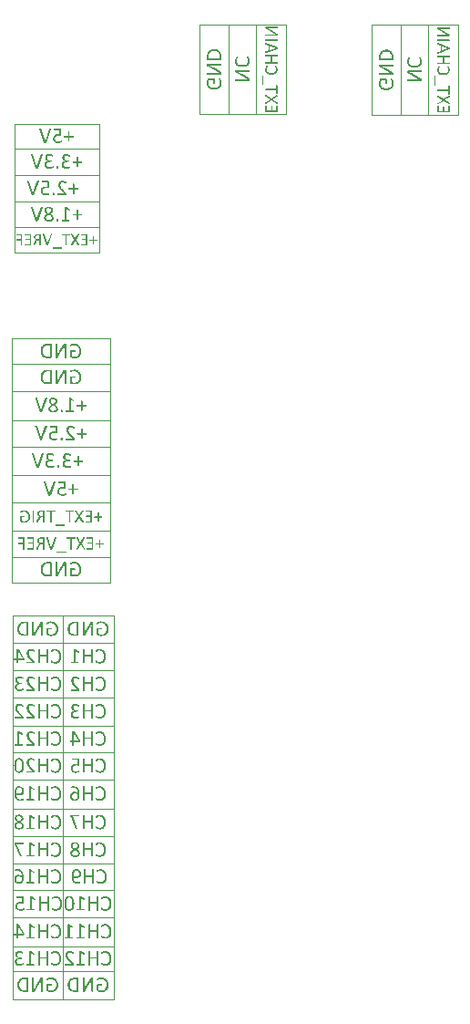
<source format=gbr>
%TF.GenerationSoftware,KiCad,Pcbnew,9.0.5*%
%TF.CreationDate,2025-10-18T12:32:36+02:00*%
%TF.ProjectId,LogicAnalyzer V6.0,4c6f6769-6341-46e6-916c-797a65722056,rev?*%
%TF.SameCoordinates,Original*%
%TF.FileFunction,Legend,Bot*%
%TF.FilePolarity,Positive*%
%FSLAX46Y46*%
G04 Gerber Fmt 4.6, Leading zero omitted, Abs format (unit mm)*
G04 Created by KiCad (PCBNEW 9.0.5) date 2025-10-18 12:32:36*
%MOMM*%
%LPD*%
G01*
G04 APERTURE LIST*
%ADD10C,0.187500*%
%ADD11C,0.158750*%
%ADD12C,0.100000*%
%ADD13C,0.150000*%
G04 APERTURE END LIST*
D10*
G36*
X107913419Y-75026970D02*
G01*
X107915526Y-75061500D01*
X107921663Y-75086229D01*
X107931921Y-75100060D01*
X107945202Y-75104181D01*
X107958953Y-75100598D01*
X107986234Y-75085039D01*
X108063079Y-75042632D01*
X108178392Y-75000317D01*
X108248821Y-74986251D01*
X108337669Y-74981083D01*
X108443316Y-74991380D01*
X108534407Y-75020925D01*
X108615122Y-75068644D01*
X108681960Y-75131292D01*
X108734825Y-75207388D01*
X108774742Y-75298812D01*
X108798715Y-75398567D01*
X108806982Y-75509197D01*
X108797704Y-75631407D01*
X108771628Y-75733870D01*
X108728731Y-75825582D01*
X108673808Y-75899375D01*
X108605379Y-75958525D01*
X108524698Y-76001499D01*
X108435056Y-76027314D01*
X108334647Y-76036212D01*
X108273111Y-76032548D01*
X108210083Y-76021374D01*
X108148931Y-76002685D01*
X108092755Y-75976769D01*
X108092755Y-75590713D01*
X108400226Y-75590713D01*
X108415241Y-75586480D01*
X108426329Y-75573219D01*
X108432470Y-75553127D01*
X108435031Y-75518722D01*
X108433016Y-75485292D01*
X108426329Y-75462669D01*
X108415522Y-75449754D01*
X108400226Y-75445633D01*
X107978999Y-75445633D01*
X107956467Y-75449754D01*
X107936042Y-75462119D01*
X107921663Y-75484651D01*
X107916534Y-75517440D01*
X107916534Y-76022931D01*
X107925784Y-76069093D01*
X107938994Y-76086444D01*
X107964710Y-76103440D01*
X108041555Y-76135771D01*
X108138917Y-76165539D01*
X108240400Y-76183948D01*
X108341791Y-76190085D01*
X108443399Y-76184488D01*
X108534481Y-76168390D01*
X108616381Y-76142549D01*
X108693762Y-76105845D01*
X108761579Y-76060745D01*
X108820812Y-76007086D01*
X108871632Y-75945280D01*
X108914132Y-75875370D01*
X108948398Y-75796427D01*
X108972410Y-75713506D01*
X108987303Y-75622521D01*
X108992454Y-75522386D01*
X108986894Y-75418262D01*
X108970805Y-75323575D01*
X108944826Y-75237172D01*
X108908047Y-75154910D01*
X108863301Y-75082652D01*
X108810554Y-75019368D01*
X108749392Y-74964170D01*
X108680337Y-74917716D01*
X108602551Y-74879783D01*
X108520235Y-74852601D01*
X108430928Y-74835887D01*
X108333548Y-74830141D01*
X108259030Y-74833507D01*
X108191124Y-74843238D01*
X108072788Y-74874013D01*
X107985685Y-74912298D01*
X107937050Y-74946004D01*
X107918549Y-74976595D01*
X107913419Y-75026970D01*
G37*
G36*
X106582510Y-76102249D02*
G01*
X106589196Y-76137237D01*
X106606690Y-76160867D01*
X106630778Y-76174240D01*
X106657340Y-76178361D01*
X106713668Y-76178361D01*
X106760379Y-76172500D01*
X106798298Y-76151434D01*
X106834110Y-76109668D01*
X106873586Y-76043265D01*
X107291608Y-75289836D01*
X107357736Y-75167562D01*
X107419744Y-75043182D01*
X107421759Y-75043182D01*
X107418736Y-75193666D01*
X107417637Y-75346165D01*
X107417637Y-76145572D01*
X107421759Y-76159494D01*
X107435589Y-76169660D01*
X107461234Y-76175797D01*
X107501718Y-76178361D01*
X107542201Y-76175797D01*
X107567297Y-76169660D01*
X107580577Y-76159494D01*
X107584699Y-76145572D01*
X107584699Y-74923472D01*
X107578498Y-74886995D01*
X107562168Y-74865129D01*
X107538337Y-74851998D01*
X107512983Y-74847726D01*
X107428903Y-74847726D01*
X107379260Y-74852855D01*
X107343357Y-74869800D01*
X107312674Y-74902498D01*
X107280342Y-74955163D01*
X106958583Y-75536583D01*
X106901247Y-75640539D01*
X106847941Y-75740281D01*
X106797199Y-75837001D01*
X106747557Y-75932714D01*
X106746458Y-75932714D01*
X106749114Y-75763912D01*
X106749572Y-75595109D01*
X106749572Y-74874746D01*
X106745450Y-74861373D01*
X106731620Y-74850657D01*
X106706066Y-74843971D01*
X106664484Y-74841864D01*
X106625557Y-74843971D01*
X106600004Y-74850657D01*
X106586631Y-74861465D01*
X106582510Y-74874746D01*
X106582510Y-76102249D01*
G37*
G36*
X106186168Y-74851595D02*
G01*
X106208177Y-74863663D01*
X106223297Y-74883949D01*
X106229151Y-74919351D01*
X106229151Y-76100875D01*
X106223300Y-76136293D01*
X106208177Y-76156654D01*
X106186174Y-76168651D01*
X106163572Y-76172500D01*
X105882754Y-76172500D01*
X105769697Y-76167382D01*
X105672734Y-76152996D01*
X105589754Y-76130551D01*
X105510874Y-76097224D01*
X105442070Y-76055091D01*
X105382209Y-76004064D01*
X105331261Y-75944141D01*
X105288371Y-75873636D01*
X105253615Y-75791114D01*
X105229916Y-75704359D01*
X105214869Y-75604827D01*
X105209884Y-75497657D01*
X105395031Y-75497657D01*
X105402863Y-75627727D01*
X105424249Y-75731397D01*
X105461647Y-75823452D01*
X105511902Y-75895620D01*
X105576932Y-75952275D01*
X105657348Y-75992798D01*
X105750032Y-76015898D01*
X105871488Y-76024488D01*
X106052838Y-76024488D01*
X106052838Y-74994272D01*
X105873595Y-74994272D01*
X105782347Y-74999061D01*
X105708522Y-75012199D01*
X105649197Y-75032191D01*
X105569005Y-75077909D01*
X105505215Y-75137520D01*
X105456343Y-75210438D01*
X105421684Y-75297622D01*
X105401875Y-75392588D01*
X105395031Y-75497657D01*
X105209884Y-75497657D01*
X105209560Y-75490696D01*
X105214450Y-75391677D01*
X105228515Y-75302645D01*
X105251050Y-75222425D01*
X105283593Y-75146086D01*
X105324238Y-75079007D01*
X105373050Y-75020192D01*
X105430121Y-74969508D01*
X105496188Y-74926882D01*
X105572352Y-74892240D01*
X105652777Y-74868549D01*
X105748888Y-74853226D01*
X105863337Y-74847726D01*
X106163572Y-74847726D01*
X106186168Y-74851595D01*
G37*
G36*
X107913419Y-77451970D02*
G01*
X107915526Y-77486500D01*
X107921663Y-77511229D01*
X107931921Y-77525060D01*
X107945202Y-77529181D01*
X107958953Y-77525598D01*
X107986234Y-77510039D01*
X108063079Y-77467632D01*
X108178392Y-77425317D01*
X108248821Y-77411251D01*
X108337669Y-77406083D01*
X108443316Y-77416380D01*
X108534407Y-77445925D01*
X108615122Y-77493644D01*
X108681960Y-77556292D01*
X108734825Y-77632388D01*
X108774742Y-77723812D01*
X108798715Y-77823567D01*
X108806982Y-77934197D01*
X108797704Y-78056407D01*
X108771628Y-78158870D01*
X108728731Y-78250582D01*
X108673808Y-78324375D01*
X108605379Y-78383525D01*
X108524698Y-78426499D01*
X108435056Y-78452314D01*
X108334647Y-78461212D01*
X108273111Y-78457548D01*
X108210083Y-78446374D01*
X108148931Y-78427685D01*
X108092755Y-78401769D01*
X108092755Y-78015713D01*
X108400226Y-78015713D01*
X108415241Y-78011480D01*
X108426329Y-77998219D01*
X108432470Y-77978127D01*
X108435031Y-77943722D01*
X108433016Y-77910292D01*
X108426329Y-77887669D01*
X108415522Y-77874754D01*
X108400226Y-77870633D01*
X107978999Y-77870633D01*
X107956467Y-77874754D01*
X107936042Y-77887119D01*
X107921663Y-77909651D01*
X107916534Y-77942440D01*
X107916534Y-78447931D01*
X107925784Y-78494093D01*
X107938994Y-78511444D01*
X107964710Y-78528440D01*
X108041555Y-78560771D01*
X108138917Y-78590539D01*
X108240400Y-78608948D01*
X108341791Y-78615085D01*
X108443399Y-78609488D01*
X108534481Y-78593390D01*
X108616381Y-78567549D01*
X108693762Y-78530845D01*
X108761579Y-78485745D01*
X108820812Y-78432086D01*
X108871632Y-78370280D01*
X108914132Y-78300370D01*
X108948398Y-78221427D01*
X108972410Y-78138506D01*
X108987303Y-78047521D01*
X108992454Y-77947386D01*
X108986894Y-77843262D01*
X108970805Y-77748575D01*
X108944826Y-77662172D01*
X108908047Y-77579910D01*
X108863301Y-77507652D01*
X108810554Y-77444368D01*
X108749392Y-77389170D01*
X108680337Y-77342716D01*
X108602551Y-77304783D01*
X108520235Y-77277601D01*
X108430928Y-77260887D01*
X108333548Y-77255141D01*
X108259030Y-77258507D01*
X108191124Y-77268238D01*
X108072788Y-77299013D01*
X107985685Y-77337298D01*
X107937050Y-77371004D01*
X107918549Y-77401595D01*
X107913419Y-77451970D01*
G37*
G36*
X106582510Y-78527249D02*
G01*
X106589196Y-78562237D01*
X106606690Y-78585867D01*
X106630778Y-78599240D01*
X106657340Y-78603361D01*
X106713668Y-78603361D01*
X106760379Y-78597500D01*
X106798298Y-78576434D01*
X106834110Y-78534668D01*
X106873586Y-78468265D01*
X107291608Y-77714836D01*
X107357736Y-77592562D01*
X107419744Y-77468182D01*
X107421759Y-77468182D01*
X107418736Y-77618666D01*
X107417637Y-77771165D01*
X107417637Y-78570572D01*
X107421759Y-78584494D01*
X107435589Y-78594660D01*
X107461234Y-78600797D01*
X107501718Y-78603361D01*
X107542201Y-78600797D01*
X107567297Y-78594660D01*
X107580577Y-78584494D01*
X107584699Y-78570572D01*
X107584699Y-77348472D01*
X107578498Y-77311995D01*
X107562168Y-77290129D01*
X107538337Y-77276998D01*
X107512983Y-77272726D01*
X107428903Y-77272726D01*
X107379260Y-77277855D01*
X107343357Y-77294800D01*
X107312674Y-77327498D01*
X107280342Y-77380163D01*
X106958583Y-77961583D01*
X106901247Y-78065539D01*
X106847941Y-78165281D01*
X106797199Y-78262001D01*
X106747557Y-78357714D01*
X106746458Y-78357714D01*
X106749114Y-78188912D01*
X106749572Y-78020109D01*
X106749572Y-77299746D01*
X106745450Y-77286373D01*
X106731620Y-77275657D01*
X106706066Y-77268971D01*
X106664484Y-77266864D01*
X106625557Y-77268971D01*
X106600004Y-77275657D01*
X106586631Y-77286465D01*
X106582510Y-77299746D01*
X106582510Y-78527249D01*
G37*
G36*
X106186168Y-77276595D02*
G01*
X106208177Y-77288663D01*
X106223297Y-77308949D01*
X106229151Y-77344351D01*
X106229151Y-78525875D01*
X106223300Y-78561293D01*
X106208177Y-78581654D01*
X106186174Y-78593651D01*
X106163572Y-78597500D01*
X105882754Y-78597500D01*
X105769697Y-78592382D01*
X105672734Y-78577996D01*
X105589754Y-78555551D01*
X105510874Y-78522224D01*
X105442070Y-78480091D01*
X105382209Y-78429064D01*
X105331261Y-78369141D01*
X105288371Y-78298636D01*
X105253615Y-78216114D01*
X105229916Y-78129359D01*
X105214869Y-78029827D01*
X105209884Y-77922657D01*
X105395031Y-77922657D01*
X105402863Y-78052727D01*
X105424249Y-78156397D01*
X105461647Y-78248452D01*
X105511902Y-78320620D01*
X105576932Y-78377275D01*
X105657348Y-78417798D01*
X105750032Y-78440898D01*
X105871488Y-78449488D01*
X106052838Y-78449488D01*
X106052838Y-77419272D01*
X105873595Y-77419272D01*
X105782347Y-77424061D01*
X105708522Y-77437199D01*
X105649197Y-77457191D01*
X105569005Y-77502909D01*
X105505215Y-77562520D01*
X105456343Y-77635438D01*
X105421684Y-77722622D01*
X105401875Y-77817588D01*
X105395031Y-77922657D01*
X105209884Y-77922657D01*
X105209560Y-77915696D01*
X105214450Y-77816677D01*
X105228515Y-77727645D01*
X105251050Y-77647425D01*
X105283593Y-77571086D01*
X105324238Y-77504007D01*
X105373050Y-77445192D01*
X105430121Y-77394508D01*
X105496188Y-77351882D01*
X105572352Y-77317240D01*
X105652777Y-77293549D01*
X105748888Y-77278226D01*
X105863337Y-77272726D01*
X106163572Y-77272726D01*
X106186168Y-77276595D01*
G37*
G36*
X108573150Y-80607836D02*
G01*
X108576264Y-80641175D01*
X108584415Y-80664256D01*
X108596689Y-80677537D01*
X108612076Y-80681659D01*
X108948123Y-80681659D01*
X108948123Y-81053427D01*
X108952245Y-81067257D01*
X108965068Y-81076966D01*
X108988149Y-81083560D01*
X109023961Y-81086125D01*
X109059407Y-81083560D01*
X109082946Y-81076966D01*
X109095768Y-81067257D01*
X109099798Y-81053427D01*
X109099798Y-80681659D01*
X109435937Y-80681659D01*
X109451783Y-80677537D01*
X109463598Y-80664256D01*
X109471841Y-80641175D01*
X109474864Y-80607836D01*
X109471841Y-80575596D01*
X109463598Y-80552607D01*
X109451783Y-80539234D01*
X109436945Y-80535113D01*
X109099798Y-80535113D01*
X109099798Y-80160780D01*
X109095768Y-80145851D01*
X109082946Y-80134585D01*
X109059407Y-80127349D01*
X109023961Y-80124785D01*
X108988149Y-80127349D01*
X108965068Y-80134585D01*
X108952245Y-80145851D01*
X108948123Y-80160780D01*
X108948123Y-80535113D01*
X108611068Y-80535113D01*
X108596231Y-80539234D01*
X108583957Y-80552607D01*
X108575714Y-80575596D01*
X108573150Y-80607836D01*
G37*
G36*
X107551818Y-81127432D02*
G01*
X107554932Y-81160405D01*
X107563083Y-81182021D01*
X107574899Y-81193927D01*
X107588729Y-81197500D01*
X108281432Y-81197500D01*
X108294713Y-81193927D01*
X108306528Y-81182021D01*
X108315229Y-81160405D01*
X108318252Y-81127432D01*
X108315229Y-81095559D01*
X108307536Y-81073394D01*
X108296270Y-81060021D01*
X108281432Y-81055350D01*
X108004735Y-81055350D01*
X108004735Y-80047116D01*
X108260916Y-80199523D01*
X108292148Y-80211796D01*
X108311108Y-80207217D01*
X108320816Y-80185143D01*
X108323381Y-80146217D01*
X108321915Y-80116450D01*
X108317336Y-80095934D01*
X108308635Y-80081554D01*
X108293705Y-80069281D01*
X107988341Y-79873276D01*
X107978082Y-79868238D01*
X107962787Y-79864117D01*
X107941263Y-79861552D01*
X107910488Y-79861003D01*
X107869455Y-79863109D01*
X107843902Y-79868696D01*
X107831628Y-79877947D01*
X107828514Y-79889671D01*
X107828514Y-81055350D01*
X107588729Y-81055350D01*
X107573342Y-81060021D01*
X107561618Y-81073394D01*
X107554382Y-81095559D01*
X107551818Y-81127432D01*
G37*
G36*
X107062721Y-81087499D02*
G01*
X107070056Y-81153444D01*
X107086810Y-81185043D01*
X107117140Y-81202115D01*
X107174462Y-81209223D01*
X107229902Y-81202276D01*
X107259551Y-81185501D01*
X107275933Y-81154670D01*
X107283089Y-81090613D01*
X107275751Y-81024682D01*
X107259001Y-80993160D01*
X107228660Y-80976020D01*
X107171348Y-80968888D01*
X107115924Y-80975839D01*
X107086352Y-80992610D01*
X107069903Y-81023453D01*
X107062721Y-81087499D01*
G37*
G36*
X106466449Y-79856229D02*
G01*
X106548621Y-79875474D01*
X106621620Y-79907219D01*
X106677672Y-79946732D01*
X106722134Y-79995963D01*
X106753510Y-80052794D01*
X106772245Y-80115543D01*
X106778606Y-80183586D01*
X106774289Y-80237493D01*
X106761753Y-80286077D01*
X106741013Y-80331554D01*
X106712019Y-80374829D01*
X106676186Y-80414276D01*
X106632152Y-80451673D01*
X106523433Y-80518810D01*
X106650562Y-80592174D01*
X106703338Y-80632859D01*
X106745358Y-80674789D01*
X106779409Y-80721134D01*
X106804251Y-80771143D01*
X106819500Y-80825169D01*
X106824768Y-80885907D01*
X106817080Y-80961768D01*
X106795092Y-81026407D01*
X106758831Y-81082904D01*
X106708997Y-81129997D01*
X106647940Y-81166210D01*
X106571610Y-81193561D01*
X106487654Y-81209422D01*
X106388245Y-81215085D01*
X106282035Y-81208864D01*
X106193614Y-81191546D01*
X106113750Y-81161509D01*
X106050640Y-81121754D01*
X105999465Y-81070321D01*
X105961980Y-81008456D01*
X105939198Y-80938029D01*
X105932971Y-80873450D01*
X106109533Y-80873450D01*
X106117326Y-80933098D01*
X106139587Y-80981935D01*
X106176669Y-81022561D01*
X106224491Y-81051295D01*
X106288916Y-81070264D01*
X106374872Y-81077332D01*
X106463720Y-81070267D01*
X106529774Y-81051398D01*
X106578296Y-81023019D01*
X106615683Y-80982517D01*
X106638394Y-80932302D01*
X106646440Y-80869329D01*
X106642376Y-80825660D01*
X106630595Y-80786897D01*
X106611190Y-80750891D01*
X106583425Y-80715639D01*
X106549041Y-80683288D01*
X106503558Y-80650060D01*
X106390260Y-80586495D01*
X106267802Y-80651617D01*
X106218055Y-80684362D01*
X106179692Y-80716188D01*
X106148371Y-80751361D01*
X106126935Y-80787904D01*
X106114005Y-80827885D01*
X106109533Y-80873450D01*
X105932971Y-80873450D01*
X105931205Y-80855132D01*
X105936327Y-80798452D01*
X105951172Y-80748062D01*
X105975410Y-80701178D01*
X106009607Y-80655738D01*
X106051627Y-80614403D01*
X106104862Y-80574222D01*
X106234555Y-80500400D01*
X106175500Y-80465807D01*
X106125378Y-80430150D01*
X106080897Y-80390727D01*
X106044961Y-80349641D01*
X106015980Y-80304988D01*
X105995319Y-80258416D01*
X105982635Y-80209353D01*
X105979749Y-80174519D01*
X106152581Y-80174519D01*
X106158602Y-80224441D01*
X106176689Y-80271518D01*
X106207902Y-80316943D01*
X106272025Y-80376205D01*
X106366721Y-80434729D01*
X106472783Y-80373821D01*
X106514573Y-80343340D01*
X106546514Y-80313920D01*
X106572247Y-80281703D01*
X106589562Y-80248799D01*
X106599871Y-80213398D01*
X106603392Y-80174519D01*
X106596675Y-80119013D01*
X106577673Y-80074066D01*
X106546514Y-80037224D01*
X106505647Y-80010724D01*
X106451161Y-79993433D01*
X106378994Y-79987032D01*
X106326386Y-79990405D01*
X106282182Y-79999855D01*
X106242430Y-80016008D01*
X106211016Y-80037315D01*
X106185739Y-80064424D01*
X106167419Y-80096666D01*
X106156410Y-80132911D01*
X106152581Y-80174519D01*
X105979749Y-80174519D01*
X105978375Y-80157941D01*
X105984095Y-80094892D01*
X106000906Y-80036949D01*
X106029544Y-79984495D01*
X106071065Y-79939038D01*
X106123591Y-79902656D01*
X106191965Y-79873367D01*
X106269060Y-79855722D01*
X106365713Y-79849279D01*
X106466449Y-79856229D01*
G37*
G36*
X105132714Y-81166542D02*
G01*
X105143980Y-81184952D01*
X105163947Y-81196217D01*
X105196737Y-81201804D01*
X105246379Y-81203361D01*
X105285946Y-81202812D01*
X105315072Y-81200247D01*
X105336047Y-81195668D01*
X105350976Y-81189073D01*
X105360685Y-81179364D01*
X105367371Y-81165534D01*
X105800780Y-79935466D01*
X105809481Y-79899105D01*
X105800780Y-79878130D01*
X105771104Y-79868971D01*
X105715692Y-79866864D01*
X105670171Y-79868422D01*
X105644067Y-79874100D01*
X105630237Y-79884816D01*
X105621444Y-79901669D01*
X105241341Y-81016058D01*
X105240242Y-81016058D01*
X104870398Y-79903684D01*
X104863253Y-79885274D01*
X104848874Y-79874100D01*
X104820206Y-79868422D01*
X104770930Y-79866864D01*
X104720829Y-79869429D01*
X104695642Y-79879138D01*
X104690513Y-79900112D01*
X104700313Y-79936474D01*
X105132714Y-81166542D01*
G37*
G36*
X108573150Y-83207836D02*
G01*
X108576264Y-83241175D01*
X108584415Y-83264256D01*
X108596689Y-83277537D01*
X108612076Y-83281659D01*
X108948123Y-83281659D01*
X108948123Y-83653427D01*
X108952245Y-83667257D01*
X108965068Y-83676966D01*
X108988149Y-83683560D01*
X109023961Y-83686125D01*
X109059407Y-83683560D01*
X109082946Y-83676966D01*
X109095768Y-83667257D01*
X109099798Y-83653427D01*
X109099798Y-83281659D01*
X109435937Y-83281659D01*
X109451783Y-83277537D01*
X109463598Y-83264256D01*
X109471841Y-83241175D01*
X109474864Y-83207836D01*
X109471841Y-83175596D01*
X109463598Y-83152607D01*
X109451783Y-83139234D01*
X109436945Y-83135113D01*
X109099798Y-83135113D01*
X109099798Y-82760780D01*
X109095768Y-82745851D01*
X109082946Y-82734585D01*
X109059407Y-82727349D01*
X109023961Y-82724785D01*
X108988149Y-82727349D01*
X108965068Y-82734585D01*
X108952245Y-82745851D01*
X108948123Y-82760780D01*
X108948123Y-83135113D01*
X108611068Y-83135113D01*
X108596231Y-83139234D01*
X108583957Y-83152607D01*
X108575714Y-83175596D01*
X108573150Y-83207836D01*
G37*
G36*
X107554932Y-83721754D02*
G01*
X107557496Y-83754543D01*
X107564640Y-83778540D01*
X107576914Y-83792920D01*
X107593858Y-83797500D01*
X108326495Y-83797500D01*
X108351591Y-83793927D01*
X108370001Y-83782204D01*
X108381358Y-83758573D01*
X108384930Y-83720655D01*
X108383373Y-83684842D01*
X108376687Y-83657732D01*
X108363864Y-83634101D01*
X108343897Y-83609005D01*
X108086709Y-83334690D01*
X108003296Y-83241507D01*
X107943827Y-83165521D01*
X107894482Y-83091293D01*
X107860754Y-83029142D01*
X107835827Y-82968306D01*
X107822378Y-82917401D01*
X107813127Y-82823062D01*
X107816765Y-82779648D01*
X107827507Y-82739073D01*
X107845131Y-82701684D01*
X107868998Y-82669556D01*
X107899174Y-82643009D01*
X107937141Y-82622111D01*
X107980111Y-82609191D01*
X108031388Y-82604617D01*
X108091882Y-82609086D01*
X108143588Y-82621745D01*
X108230691Y-82658839D01*
X108293156Y-82696025D01*
X108330616Y-82713061D01*
X108343439Y-82709031D01*
X108352598Y-82695842D01*
X108358277Y-82671479D01*
X108360292Y-82634934D01*
X108359284Y-82608556D01*
X108355712Y-82589322D01*
X108349026Y-82574118D01*
X108332631Y-82556349D01*
X108290133Y-82527406D01*
X108214296Y-82491411D01*
X108113912Y-82461461D01*
X108058165Y-82452379D01*
X107998599Y-82449279D01*
X107905902Y-82456471D01*
X107830071Y-82476482D01*
X107762923Y-82509349D01*
X107710179Y-82550945D01*
X107668489Y-82602077D01*
X107638921Y-82660854D01*
X107621351Y-82725018D01*
X107615382Y-82794303D01*
X107626648Y-82921065D01*
X107643431Y-82984484D01*
X107674275Y-83057444D01*
X107716494Y-83131456D01*
X107779330Y-83220659D01*
X107854992Y-83312413D01*
X107961688Y-83427380D01*
X108171798Y-83648023D01*
X107594865Y-83648023D01*
X107579020Y-83652694D01*
X107565739Y-83666524D01*
X107557496Y-83689514D01*
X107554932Y-83721754D01*
G37*
G36*
X107062721Y-83687499D02*
G01*
X107070056Y-83753444D01*
X107086810Y-83785043D01*
X107117140Y-83802115D01*
X107174462Y-83809223D01*
X107229902Y-83802276D01*
X107259551Y-83785501D01*
X107275933Y-83754670D01*
X107283089Y-83690613D01*
X107275751Y-83624682D01*
X107259001Y-83593160D01*
X107228660Y-83576020D01*
X107171348Y-83568888D01*
X107115924Y-83575839D01*
X107086352Y-83592610D01*
X107069903Y-83623453D01*
X107062721Y-83687499D01*
G37*
G36*
X105968116Y-83369586D02*
G01*
X105977464Y-83472158D01*
X106004020Y-83559088D01*
X106047518Y-83635811D01*
X106105411Y-83698856D01*
X106176352Y-83748380D01*
X106261666Y-83785409D01*
X106355473Y-83807389D01*
X106462983Y-83815085D01*
X106579853Y-83806292D01*
X106678222Y-83784768D01*
X106748930Y-83759489D01*
X106784284Y-83739980D01*
X106795092Y-83726608D01*
X106800679Y-83711587D01*
X106804251Y-83689422D01*
X106805259Y-83657548D01*
X106803702Y-83626133D01*
X106798115Y-83603510D01*
X106788406Y-83590595D01*
X106775583Y-83586474D01*
X106743801Y-83599571D01*
X106685916Y-83627781D01*
X106595790Y-83656449D01*
X106539335Y-83666356D01*
X106468112Y-83670005D01*
X106401224Y-83665761D01*
X106342174Y-83653610D01*
X106288137Y-83632304D01*
X106243256Y-83602411D01*
X106206511Y-83563464D01*
X106178226Y-83514849D01*
X106160921Y-83458572D01*
X106154596Y-83386347D01*
X106159829Y-83325176D01*
X106174563Y-83274148D01*
X106199913Y-83229609D01*
X106236020Y-83193273D01*
X106281564Y-83165808D01*
X106341075Y-83145188D01*
X106407817Y-83133553D01*
X106492750Y-83129251D01*
X106600370Y-83135388D01*
X106684359Y-83141524D01*
X106710198Y-83137783D01*
X106725391Y-83128244D01*
X106733952Y-83111321D01*
X106737665Y-83077136D01*
X106737665Y-82539130D01*
X106733278Y-82508478D01*
X106721819Y-82489121D01*
X106703214Y-82477114D01*
X106676115Y-82472726D01*
X106089017Y-82472726D01*
X106073171Y-82477397D01*
X106060349Y-82491228D01*
X106052655Y-82514767D01*
X106050090Y-82548655D01*
X106052989Y-82583264D01*
X106060349Y-82606083D01*
X106073090Y-82621782D01*
X106089017Y-82626599D01*
X106583975Y-82626599D01*
X106583975Y-82995803D01*
X106510702Y-82989666D01*
X106424057Y-82988567D01*
X106314377Y-82995802D01*
X106225304Y-83015770D01*
X106145797Y-83049326D01*
X106083430Y-83092523D01*
X106033537Y-83147334D01*
X105997334Y-83212874D01*
X105975637Y-83286210D01*
X105968116Y-83369586D01*
G37*
G36*
X105132714Y-83766542D02*
G01*
X105143980Y-83784952D01*
X105163947Y-83796217D01*
X105196737Y-83801804D01*
X105246379Y-83803361D01*
X105285946Y-83802812D01*
X105315072Y-83800247D01*
X105336047Y-83795668D01*
X105350976Y-83789073D01*
X105360685Y-83779364D01*
X105367371Y-83765534D01*
X105800780Y-82535466D01*
X105809481Y-82499105D01*
X105800780Y-82478130D01*
X105771104Y-82468971D01*
X105715692Y-82466864D01*
X105670171Y-82468422D01*
X105644067Y-82474100D01*
X105630237Y-82484816D01*
X105621444Y-82501669D01*
X105241341Y-83616058D01*
X105240242Y-83616058D01*
X104870398Y-82503684D01*
X104863253Y-82485274D01*
X104848874Y-82474100D01*
X104820206Y-82468422D01*
X104770930Y-82466864D01*
X104720829Y-82469429D01*
X104695642Y-82479138D01*
X104690513Y-82500112D01*
X104700313Y-82536474D01*
X105132714Y-83766542D01*
G37*
G36*
X108248150Y-85757836D02*
G01*
X108251264Y-85791175D01*
X108259415Y-85814256D01*
X108271689Y-85827537D01*
X108287076Y-85831659D01*
X108623123Y-85831659D01*
X108623123Y-86203427D01*
X108627245Y-86217257D01*
X108640068Y-86226966D01*
X108663149Y-86233560D01*
X108698961Y-86236125D01*
X108734407Y-86233560D01*
X108757946Y-86226966D01*
X108770768Y-86217257D01*
X108774798Y-86203427D01*
X108774798Y-85831659D01*
X109110937Y-85831659D01*
X109126783Y-85827537D01*
X109138598Y-85814256D01*
X109146841Y-85791175D01*
X109149864Y-85757836D01*
X109146841Y-85725596D01*
X109138598Y-85702607D01*
X109126783Y-85689234D01*
X109111945Y-85685113D01*
X108774798Y-85685113D01*
X108774798Y-85310780D01*
X108770768Y-85295851D01*
X108757946Y-85284585D01*
X108734407Y-85277349D01*
X108698961Y-85274785D01*
X108663149Y-85277349D01*
X108640068Y-85284585D01*
X108627245Y-85295851D01*
X108623123Y-85310780D01*
X108623123Y-85685113D01*
X108286068Y-85685113D01*
X108271231Y-85689234D01*
X108258957Y-85702607D01*
X108250714Y-85725596D01*
X108248150Y-85757836D01*
G37*
G36*
X107240190Y-85967580D02*
G01*
X107248397Y-86055403D01*
X107271972Y-86131619D01*
X107310643Y-86199524D01*
X107363105Y-86256824D01*
X107428124Y-86302136D01*
X107509651Y-86336967D01*
X107600143Y-86357731D01*
X107706388Y-86365085D01*
X107771777Y-86362345D01*
X107830861Y-86354460D01*
X107933901Y-86329181D01*
X108008731Y-86298773D01*
X108046100Y-86275967D01*
X108057823Y-86261770D01*
X108065059Y-86244551D01*
X108069639Y-86219730D01*
X108071196Y-86183735D01*
X108064052Y-86133085D01*
X108055042Y-86122259D01*
X108043535Y-86118888D01*
X108007174Y-86134917D01*
X107937473Y-86169446D01*
X107838096Y-86203976D01*
X107779334Y-86215828D01*
X107711518Y-86220005D01*
X107646240Y-86215424D01*
X107592632Y-86202694D01*
X107544793Y-86181296D01*
X107506628Y-86153601D01*
X107476081Y-86118944D01*
X107454330Y-86078497D01*
X107441371Y-86033683D01*
X107436928Y-85984066D01*
X107442607Y-85929936D01*
X107459001Y-85882950D01*
X107485840Y-85841375D01*
X107523481Y-85805280D01*
X107569658Y-85777006D01*
X107627987Y-85755272D01*
X107692376Y-85742449D01*
X107768854Y-85737869D01*
X107894883Y-85737869D01*
X107910820Y-85734297D01*
X107924192Y-85722574D01*
X107933351Y-85701050D01*
X107936923Y-85666245D01*
X107933901Y-85634005D01*
X107925200Y-85613489D01*
X107912377Y-85602223D01*
X107895982Y-85598651D01*
X107780119Y-85598651D01*
X107714615Y-85594078D01*
X107658761Y-85581157D01*
X107608312Y-85559303D01*
X107567536Y-85530507D01*
X107534528Y-85494251D01*
X107510200Y-85451556D01*
X107495311Y-85403661D01*
X107490142Y-85348790D01*
X107493512Y-85308239D01*
X107503514Y-85269839D01*
X107520228Y-85234428D01*
X107543448Y-85204260D01*
X107573216Y-85179708D01*
X107611592Y-85160388D01*
X107655079Y-85148571D01*
X107707396Y-85144359D01*
X107765198Y-85148978D01*
X107816573Y-85162311D01*
X107905141Y-85200779D01*
X107969713Y-85239248D01*
X108005616Y-85257199D01*
X108018439Y-85254635D01*
X108027598Y-85244468D01*
X108032727Y-85222944D01*
X108034284Y-85186583D01*
X108033277Y-85159472D01*
X108029155Y-85138955D01*
X108022011Y-85123110D01*
X108008181Y-85106257D01*
X107968705Y-85078139D01*
X107895432Y-85041777D01*
X107795049Y-85011552D01*
X107736914Y-85002440D01*
X107672591Y-84999279D01*
X107583657Y-85005557D01*
X107510658Y-85023001D01*
X107445672Y-85052141D01*
X107394338Y-85089863D01*
X107353687Y-85137261D01*
X107324728Y-85193360D01*
X107307598Y-85255730D01*
X107301648Y-85326625D01*
X107305853Y-85387945D01*
X107318042Y-85443404D01*
X107338499Y-85494801D01*
X107366219Y-85539208D01*
X107401323Y-85577604D01*
X107444072Y-85610191D01*
X107492956Y-85634713D01*
X107550592Y-85650858D01*
X107550592Y-85652873D01*
X107484228Y-85665199D01*
X107425112Y-85687128D01*
X107371708Y-85718029D01*
X107327293Y-85755088D01*
X107290865Y-85799256D01*
X107263271Y-85850618D01*
X107246028Y-85906856D01*
X107240190Y-85967580D01*
G37*
G36*
X106737721Y-86237499D02*
G01*
X106745056Y-86303444D01*
X106761810Y-86335043D01*
X106792140Y-86352115D01*
X106849462Y-86359223D01*
X106904902Y-86352276D01*
X106934551Y-86335501D01*
X106950933Y-86304670D01*
X106958089Y-86240613D01*
X106950751Y-86174682D01*
X106934001Y-86143160D01*
X106903660Y-86126020D01*
X106846348Y-86118888D01*
X106790924Y-86125839D01*
X106761352Y-86142610D01*
X106744903Y-86173453D01*
X106737721Y-86237499D01*
G37*
G36*
X105647238Y-85967580D02*
G01*
X105655445Y-86055403D01*
X105679020Y-86131619D01*
X105717691Y-86199524D01*
X105770153Y-86256824D01*
X105835172Y-86302136D01*
X105916699Y-86336967D01*
X106007191Y-86357731D01*
X106113437Y-86365085D01*
X106178825Y-86362345D01*
X106237909Y-86354460D01*
X106340949Y-86329181D01*
X106415779Y-86298773D01*
X106453148Y-86275967D01*
X106464872Y-86261770D01*
X106472107Y-86244551D01*
X106476687Y-86219730D01*
X106478244Y-86183735D01*
X106471100Y-86133085D01*
X106462090Y-86122259D01*
X106450583Y-86118888D01*
X106414222Y-86134917D01*
X106344521Y-86169446D01*
X106245145Y-86203976D01*
X106186382Y-86215828D01*
X106118566Y-86220005D01*
X106053289Y-86215424D01*
X105999681Y-86202694D01*
X105951841Y-86181296D01*
X105913676Y-86153601D01*
X105883129Y-86118944D01*
X105861378Y-86078497D01*
X105848419Y-86033683D01*
X105843976Y-85984066D01*
X105849655Y-85929936D01*
X105866049Y-85882950D01*
X105892888Y-85841375D01*
X105930529Y-85805280D01*
X105976707Y-85777006D01*
X106035035Y-85755272D01*
X106099424Y-85742449D01*
X106175902Y-85737869D01*
X106301931Y-85737869D01*
X106317868Y-85734297D01*
X106331240Y-85722574D01*
X106340399Y-85701050D01*
X106343971Y-85666245D01*
X106340949Y-85634005D01*
X106332248Y-85613489D01*
X106319425Y-85602223D01*
X106303030Y-85598651D01*
X106187167Y-85598651D01*
X106121663Y-85594078D01*
X106065809Y-85581157D01*
X106015360Y-85559303D01*
X105974585Y-85530507D01*
X105941576Y-85494251D01*
X105917249Y-85451556D01*
X105902359Y-85403661D01*
X105897190Y-85348790D01*
X105900560Y-85308239D01*
X105910562Y-85269839D01*
X105927277Y-85234428D01*
X105950496Y-85204260D01*
X105980264Y-85179708D01*
X106018640Y-85160388D01*
X106062128Y-85148571D01*
X106114444Y-85144359D01*
X106172246Y-85148978D01*
X106223621Y-85162311D01*
X106312189Y-85200779D01*
X106376761Y-85239248D01*
X106412665Y-85257199D01*
X106425487Y-85254635D01*
X106434646Y-85244468D01*
X106439776Y-85222944D01*
X106441333Y-85186583D01*
X106440325Y-85159472D01*
X106436204Y-85138955D01*
X106429059Y-85123110D01*
X106415229Y-85106257D01*
X106375753Y-85078139D01*
X106302481Y-85041777D01*
X106202097Y-85011552D01*
X106143962Y-85002440D01*
X106079640Y-84999279D01*
X105990705Y-85005557D01*
X105917707Y-85023001D01*
X105852721Y-85052141D01*
X105801386Y-85089863D01*
X105760735Y-85137261D01*
X105731777Y-85193360D01*
X105714647Y-85255730D01*
X105708696Y-85326625D01*
X105712901Y-85387945D01*
X105725090Y-85443404D01*
X105745547Y-85494801D01*
X105773267Y-85539208D01*
X105808371Y-85577604D01*
X105851120Y-85610191D01*
X105900004Y-85634713D01*
X105957640Y-85650858D01*
X105957640Y-85652873D01*
X105891277Y-85665199D01*
X105832160Y-85687128D01*
X105778756Y-85718029D01*
X105734341Y-85755088D01*
X105697913Y-85799256D01*
X105670319Y-85850618D01*
X105653076Y-85906856D01*
X105647238Y-85967580D01*
G37*
G36*
X104807714Y-86316542D02*
G01*
X104818980Y-86334952D01*
X104838947Y-86346217D01*
X104871737Y-86351804D01*
X104921379Y-86353361D01*
X104960946Y-86352812D01*
X104990072Y-86350247D01*
X105011047Y-86345668D01*
X105025976Y-86339073D01*
X105035685Y-86329364D01*
X105042371Y-86315534D01*
X105475780Y-85085466D01*
X105484481Y-85049105D01*
X105475780Y-85028130D01*
X105446104Y-85018971D01*
X105390692Y-85016864D01*
X105345171Y-85018422D01*
X105319067Y-85024100D01*
X105305237Y-85034816D01*
X105296444Y-85051669D01*
X104916341Y-86166058D01*
X104915242Y-86166058D01*
X104545398Y-85053684D01*
X104538253Y-85035274D01*
X104523874Y-85024100D01*
X104495206Y-85018422D01*
X104445930Y-85016864D01*
X104395829Y-85019429D01*
X104370642Y-85029138D01*
X104365513Y-85050112D01*
X104375313Y-85086474D01*
X104807714Y-86316542D01*
G37*
G36*
X107776674Y-88357836D02*
G01*
X107779788Y-88391175D01*
X107787939Y-88414256D01*
X107800213Y-88427537D01*
X107815600Y-88431659D01*
X108151647Y-88431659D01*
X108151647Y-88803427D01*
X108155769Y-88817257D01*
X108168592Y-88826966D01*
X108191673Y-88833560D01*
X108227485Y-88836125D01*
X108262931Y-88833560D01*
X108286470Y-88826966D01*
X108299292Y-88817257D01*
X108303322Y-88803427D01*
X108303322Y-88431659D01*
X108639461Y-88431659D01*
X108655307Y-88427537D01*
X108667122Y-88414256D01*
X108675365Y-88391175D01*
X108678388Y-88357836D01*
X108675365Y-88325596D01*
X108667122Y-88302607D01*
X108655307Y-88289234D01*
X108640469Y-88285113D01*
X108303322Y-88285113D01*
X108303322Y-87910780D01*
X108299292Y-87895851D01*
X108286470Y-87884585D01*
X108262931Y-87877349D01*
X108227485Y-87874785D01*
X108191673Y-87877349D01*
X108168592Y-87884585D01*
X108155769Y-87895851D01*
X108151647Y-87910780D01*
X108151647Y-88285113D01*
X107814592Y-88285113D01*
X107799755Y-88289234D01*
X107787481Y-88302607D01*
X107779238Y-88325596D01*
X107776674Y-88357836D01*
G37*
G36*
X106764592Y-88519586D02*
G01*
X106773939Y-88622158D01*
X106800496Y-88709088D01*
X106843994Y-88785811D01*
X106901887Y-88848856D01*
X106972827Y-88898380D01*
X107058142Y-88935409D01*
X107151949Y-88957389D01*
X107259459Y-88965085D01*
X107376329Y-88956292D01*
X107474698Y-88934768D01*
X107545406Y-88909489D01*
X107580760Y-88889980D01*
X107591568Y-88876608D01*
X107597155Y-88861587D01*
X107600727Y-88839422D01*
X107601735Y-88807548D01*
X107600178Y-88776133D01*
X107594591Y-88753510D01*
X107584882Y-88740595D01*
X107572059Y-88736474D01*
X107540277Y-88749571D01*
X107482392Y-88777781D01*
X107392266Y-88806449D01*
X107335811Y-88816356D01*
X107264588Y-88820005D01*
X107197700Y-88815761D01*
X107138650Y-88803610D01*
X107084613Y-88782304D01*
X107039732Y-88752411D01*
X107002987Y-88713464D01*
X106974702Y-88664849D01*
X106957397Y-88608572D01*
X106951072Y-88536347D01*
X106956305Y-88475176D01*
X106971039Y-88424148D01*
X106996389Y-88379609D01*
X107032496Y-88343273D01*
X107078040Y-88315808D01*
X107137551Y-88295188D01*
X107204293Y-88283553D01*
X107289226Y-88279251D01*
X107396845Y-88285388D01*
X107480834Y-88291524D01*
X107506674Y-88287783D01*
X107521867Y-88278244D01*
X107530428Y-88261321D01*
X107534140Y-88227136D01*
X107534140Y-87689130D01*
X107529754Y-87658478D01*
X107518295Y-87639121D01*
X107499690Y-87627114D01*
X107472591Y-87622726D01*
X106885493Y-87622726D01*
X106869647Y-87627397D01*
X106856825Y-87641228D01*
X106849131Y-87664767D01*
X106846566Y-87698655D01*
X106849465Y-87733264D01*
X106856825Y-87756083D01*
X106869566Y-87771782D01*
X106885493Y-87776599D01*
X107380451Y-87776599D01*
X107380451Y-88145803D01*
X107307178Y-88139666D01*
X107220533Y-88138567D01*
X107110853Y-88145802D01*
X107021780Y-88165770D01*
X106942273Y-88199326D01*
X106879905Y-88242523D01*
X106830013Y-88297334D01*
X106793810Y-88362874D01*
X106772113Y-88436210D01*
X106764592Y-88519586D01*
G37*
G36*
X105929190Y-88916542D02*
G01*
X105940456Y-88934952D01*
X105960423Y-88946217D01*
X105993212Y-88951804D01*
X106042855Y-88953361D01*
X106082422Y-88952812D01*
X106111548Y-88950247D01*
X106132522Y-88945668D01*
X106147452Y-88939073D01*
X106157160Y-88929364D01*
X106163847Y-88915534D01*
X106597255Y-87685466D01*
X106605957Y-87649105D01*
X106597255Y-87628130D01*
X106567580Y-87618971D01*
X106512167Y-87616864D01*
X106466647Y-87618422D01*
X106440543Y-87624100D01*
X106426713Y-87634816D01*
X106417920Y-87651669D01*
X106037817Y-88766058D01*
X106036718Y-88766058D01*
X105666873Y-87653684D01*
X105659729Y-87635274D01*
X105645349Y-87624100D01*
X105616681Y-87618422D01*
X105567405Y-87616864D01*
X105517305Y-87619429D01*
X105492118Y-87629138D01*
X105486989Y-87650112D01*
X105496789Y-87686474D01*
X105929190Y-88916542D01*
G37*
D11*
G36*
X110188545Y-90952801D02*
G01*
X110191181Y-90981028D01*
X110198083Y-91000570D01*
X110208474Y-91011815D01*
X110221502Y-91015304D01*
X110506023Y-91015304D01*
X110506023Y-91330068D01*
X110509512Y-91341778D01*
X110520369Y-91349998D01*
X110539911Y-91355581D01*
X110570232Y-91357752D01*
X110600242Y-91355581D01*
X110620172Y-91349998D01*
X110631029Y-91341778D01*
X110634441Y-91330068D01*
X110634441Y-91015304D01*
X110919039Y-91015304D01*
X110932454Y-91011815D01*
X110942458Y-91000570D01*
X110949437Y-90981028D01*
X110951996Y-90952801D01*
X110949437Y-90925505D01*
X110942458Y-90906040D01*
X110932454Y-90894718D01*
X110919892Y-90891229D01*
X110634441Y-90891229D01*
X110634441Y-90574294D01*
X110631029Y-90561654D01*
X110620172Y-90552115D01*
X110600242Y-90545989D01*
X110570232Y-90543818D01*
X110539911Y-90545989D01*
X110520369Y-90552115D01*
X110509512Y-90561654D01*
X110506023Y-90574294D01*
X110506023Y-90891229D01*
X110220649Y-90891229D01*
X110208087Y-90894718D01*
X110197695Y-90906040D01*
X110190716Y-90925505D01*
X110188545Y-90952801D01*
G37*
G36*
X109354216Y-91390477D02*
G01*
X109355922Y-91417774D01*
X109361970Y-91437316D01*
X109371974Y-91448560D01*
X109384537Y-91452050D01*
X109923334Y-91452050D01*
X109942470Y-91448791D01*
X109961099Y-91438634D01*
X109973904Y-91421395D01*
X109978858Y-91391408D01*
X109978858Y-90391050D01*
X109973901Y-90361077D01*
X109961099Y-90343901D01*
X109942465Y-90333684D01*
X109923334Y-90330408D01*
X109390663Y-90330408D01*
X109378100Y-90333898D01*
X109368950Y-90345220D01*
X109363289Y-90364684D01*
X109361117Y-90393764D01*
X109363289Y-90421061D01*
X109368950Y-90440137D01*
X109378100Y-90450994D01*
X109390663Y-90454484D01*
X109829579Y-90454484D01*
X109829579Y-90805617D01*
X109453088Y-90805617D01*
X109440526Y-90809494D01*
X109430987Y-90820351D01*
X109425326Y-90839427D01*
X109423620Y-90867965D01*
X109425326Y-90894796D01*
X109430987Y-90913020D01*
X109440526Y-90922946D01*
X109453088Y-90925970D01*
X109829579Y-90925970D01*
X109829579Y-91327974D01*
X109384537Y-91327974D01*
X109371974Y-91331464D01*
X109361970Y-91342320D01*
X109355922Y-91361397D01*
X109354216Y-91390477D01*
G37*
G36*
X108396664Y-91398077D02*
G01*
X108383248Y-91428475D01*
X108383624Y-91438681D01*
X108388909Y-91446233D01*
X108414500Y-91454841D01*
X108461726Y-91457013D01*
X108505152Y-91455694D01*
X108529890Y-91450964D01*
X108543771Y-91442744D01*
X108551991Y-91430181D01*
X108801848Y-90983975D01*
X109054263Y-91430181D01*
X109063879Y-91443132D01*
X109078148Y-91451352D01*
X109102885Y-91455694D01*
X109144528Y-91457013D01*
X109189661Y-91454841D01*
X109212615Y-91446233D01*
X109216957Y-91428475D01*
X109203542Y-91398077D01*
X108897231Y-90882544D01*
X109189661Y-90384381D01*
X109203076Y-90353595D01*
X109203549Y-90342891D01*
X109199199Y-90335449D01*
X109174927Y-90327229D01*
X109127158Y-90325445D01*
X109084662Y-90326763D01*
X109058606Y-90331106D01*
X109044725Y-90339791D01*
X109035187Y-90352276D01*
X108794015Y-90771651D01*
X108554550Y-90352276D01*
X108545942Y-90339791D01*
X108533379Y-90331106D01*
X108510348Y-90326763D01*
X108470411Y-90325445D01*
X108426597Y-90327616D01*
X108402325Y-90335836D01*
X108397331Y-90343036D01*
X108396741Y-90353595D01*
X108408839Y-90384381D01*
X108700338Y-90879131D01*
X108396664Y-91398077D01*
G37*
G36*
X107486106Y-90394540D02*
G01*
X107487812Y-90423232D01*
X107493473Y-90442696D01*
X107503011Y-90453553D01*
X107515574Y-90456965D01*
X107831346Y-90456965D01*
X107831346Y-91429251D01*
X107834835Y-91441426D01*
X107847010Y-91449646D01*
X107870042Y-91454841D01*
X107905946Y-91457013D01*
X107941540Y-91454841D01*
X107964959Y-91449646D01*
X107977134Y-91441426D01*
X107980624Y-91429251D01*
X107980624Y-90456965D01*
X108296396Y-90456965D01*
X108308958Y-90453553D01*
X108318109Y-90442696D01*
X108323692Y-90423232D01*
X108325863Y-90394540D01*
X108323692Y-90365537D01*
X108318109Y-90345142D01*
X108308958Y-90333898D01*
X108296396Y-90330408D01*
X107515574Y-90330408D01*
X107503011Y-90333898D01*
X107493473Y-90345142D01*
X107487812Y-90365537D01*
X107486106Y-90394540D01*
G37*
G36*
X106584466Y-91712142D02*
G01*
X106586535Y-91740058D01*
X106591445Y-91755957D01*
X106600368Y-91766291D01*
X106613081Y-91769682D01*
X107448573Y-91769682D01*
X107461547Y-91766484D01*
X107471139Y-91756810D01*
X107476581Y-91741596D01*
X107478894Y-91713926D01*
X107476649Y-91686708D01*
X107471139Y-91670112D01*
X107461399Y-91659061D01*
X107448573Y-91655533D01*
X106613081Y-91655533D01*
X106600999Y-91658855D01*
X106591833Y-91669259D01*
X106586628Y-91685078D01*
X106584466Y-91712142D01*
G37*
G36*
X105735402Y-90394540D02*
G01*
X105737108Y-90423232D01*
X105742769Y-90442696D01*
X105752308Y-90453553D01*
X105764870Y-90456965D01*
X106080642Y-90456965D01*
X106080642Y-91429251D01*
X106084132Y-91441426D01*
X106096307Y-91449646D01*
X106119338Y-91454841D01*
X106155242Y-91457013D01*
X106190837Y-91454841D01*
X106214256Y-91449646D01*
X106226431Y-91441426D01*
X106229920Y-91429251D01*
X106229920Y-90456965D01*
X106545692Y-90456965D01*
X106558255Y-90453553D01*
X106567405Y-90442696D01*
X106572989Y-90423232D01*
X106575160Y-90394540D01*
X106572989Y-90365537D01*
X106567405Y-90345142D01*
X106558255Y-90333898D01*
X106545692Y-90330408D01*
X105764870Y-90330408D01*
X105752308Y-90333898D01*
X105742769Y-90345142D01*
X105737108Y-90365537D01*
X105735402Y-90394540D01*
G37*
G36*
X105536554Y-90333667D02*
G01*
X105555183Y-90343824D01*
X105567981Y-90361009D01*
X105572941Y-90391050D01*
X105572941Y-91429251D01*
X105569452Y-91441426D01*
X105557277Y-91449646D01*
X105534323Y-91454841D01*
X105498341Y-91457013D01*
X105462359Y-91454841D01*
X105439793Y-91449646D01*
X105427618Y-91441426D01*
X105423663Y-91429328D01*
X105423663Y-90952026D01*
X105323937Y-90952026D01*
X105274984Y-90956083D01*
X105236309Y-90967225D01*
X105202135Y-90985465D01*
X105172953Y-91009643D01*
X105148194Y-91039134D01*
X105126580Y-91074628D01*
X105088815Y-91157293D01*
X104985599Y-91421496D01*
X104977379Y-91438866D01*
X104963886Y-91449646D01*
X104940932Y-91455229D01*
X104904020Y-91457013D01*
X104862455Y-91455229D01*
X104838105Y-91450111D01*
X104826861Y-91441426D01*
X104824224Y-91429328D01*
X104827714Y-91409786D01*
X104843301Y-91366050D01*
X104943957Y-91119217D01*
X104978698Y-91043066D01*
X105015533Y-90983277D01*
X105057563Y-90938688D01*
X105107891Y-90907901D01*
X105060282Y-90888317D01*
X105018557Y-90865406D01*
X104981222Y-90837794D01*
X104950005Y-90806005D01*
X104924887Y-90769407D01*
X104906191Y-90727139D01*
X104894964Y-90680678D01*
X104892121Y-90641605D01*
X105048878Y-90641605D01*
X105052326Y-90681299D01*
X105062371Y-90717136D01*
X105079516Y-90749421D01*
X105104479Y-90777467D01*
X105135943Y-90799833D01*
X105176055Y-90817404D01*
X105221209Y-90827854D01*
X105277952Y-90831673D01*
X105423663Y-90831673D01*
X105423663Y-90453243D01*
X105297882Y-90453243D01*
X105226383Y-90455879D01*
X105177296Y-90464565D01*
X105133444Y-90481744D01*
X105101246Y-90503649D01*
X105078423Y-90530092D01*
X105056635Y-90579353D01*
X105048878Y-90641605D01*
X104892121Y-90641605D01*
X104890992Y-90626095D01*
X104895376Y-90569658D01*
X104907975Y-90519933D01*
X104929149Y-90474420D01*
X104958691Y-90434476D01*
X104996031Y-90400803D01*
X105042442Y-90372904D01*
X105094832Y-90352266D01*
X105157366Y-90337310D01*
X105208160Y-90332580D01*
X105278805Y-90330408D01*
X105517418Y-90330408D01*
X105536554Y-90333667D01*
G37*
G36*
X104458357Y-91429251D02*
G01*
X104461846Y-91441426D01*
X104474021Y-91449646D01*
X104497053Y-91454841D01*
X104533035Y-91457013D01*
X104568551Y-91454841D01*
X104591970Y-91449646D01*
X104604145Y-91441426D01*
X104607635Y-91429251D01*
X104607635Y-90353207D01*
X104603758Y-90341032D01*
X104590730Y-90332812D01*
X104567310Y-90327616D01*
X104533035Y-90325445D01*
X104497053Y-90327616D01*
X104474021Y-90332812D01*
X104461846Y-90341032D01*
X104458357Y-90353207D01*
X104458357Y-91429251D01*
G37*
G36*
X103316398Y-90482168D02*
G01*
X103318182Y-90511403D01*
X103323377Y-90532341D01*
X103332063Y-90544050D01*
X103343307Y-90547540D01*
X103354950Y-90544506D01*
X103378048Y-90531333D01*
X103443110Y-90495428D01*
X103540742Y-90459602D01*
X103600371Y-90447692D01*
X103675596Y-90443317D01*
X103765044Y-90452035D01*
X103842167Y-90477050D01*
X103910507Y-90517452D01*
X103967096Y-90570494D01*
X104011855Y-90634922D01*
X104045651Y-90712328D01*
X104065949Y-90796787D01*
X104072948Y-90890453D01*
X104065093Y-90993925D01*
X104043014Y-91080676D01*
X104006695Y-91158326D01*
X103960194Y-91220804D01*
X103902257Y-91270884D01*
X103833947Y-91307269D01*
X103758051Y-91329126D01*
X103673037Y-91336659D01*
X103620937Y-91333557D01*
X103567573Y-91324097D01*
X103515798Y-91308273D01*
X103468235Y-91286331D01*
X103468235Y-90959470D01*
X103728561Y-90959470D01*
X103741273Y-90955887D01*
X103750662Y-90944659D01*
X103755861Y-90927648D01*
X103758029Y-90898518D01*
X103756323Y-90870214D01*
X103750662Y-90851059D01*
X103741511Y-90840125D01*
X103728561Y-90836636D01*
X103371922Y-90836636D01*
X103352845Y-90840125D01*
X103335552Y-90850594D01*
X103323377Y-90869671D01*
X103319035Y-90897433D01*
X103319035Y-91325415D01*
X103326867Y-91364499D01*
X103338052Y-91379189D01*
X103359824Y-91393579D01*
X103424886Y-91420953D01*
X103507319Y-91446156D01*
X103593241Y-91461743D01*
X103679086Y-91466939D01*
X103765114Y-91462200D01*
X103842230Y-91448570D01*
X103911572Y-91426692D01*
X103977088Y-91395615D01*
X104034507Y-91357431D01*
X104084657Y-91311999D01*
X104127685Y-91259670D01*
X104163668Y-91200480D01*
X104192680Y-91133641D01*
X104213010Y-91063435D01*
X104225619Y-90986401D01*
X104229981Y-90901620D01*
X104225273Y-90813462D01*
X104211651Y-90733294D01*
X104189656Y-90660138D01*
X104158516Y-90590490D01*
X104120631Y-90529312D01*
X104075972Y-90475731D01*
X104024189Y-90428997D01*
X103965721Y-90389666D01*
X103899862Y-90357550D01*
X103830169Y-90334535D01*
X103754555Y-90320384D01*
X103672107Y-90315519D01*
X103609015Y-90318369D01*
X103551521Y-90326608D01*
X103451330Y-90352664D01*
X103377583Y-90385079D01*
X103336405Y-90413616D01*
X103320741Y-90439517D01*
X103316398Y-90482168D01*
G37*
G36*
X110316963Y-93452801D02*
G01*
X110319599Y-93481028D01*
X110326501Y-93500570D01*
X110336892Y-93511815D01*
X110349920Y-93515304D01*
X110634441Y-93515304D01*
X110634441Y-93830068D01*
X110637930Y-93841778D01*
X110648787Y-93849998D01*
X110668329Y-93855581D01*
X110698650Y-93857752D01*
X110728660Y-93855581D01*
X110748590Y-93849998D01*
X110759447Y-93841778D01*
X110762859Y-93830068D01*
X110762859Y-93515304D01*
X111047457Y-93515304D01*
X111060872Y-93511815D01*
X111070876Y-93500570D01*
X111077855Y-93481028D01*
X111080414Y-93452801D01*
X111077855Y-93425505D01*
X111070876Y-93406040D01*
X111060872Y-93394718D01*
X111048310Y-93391229D01*
X110762859Y-93391229D01*
X110762859Y-93074294D01*
X110759447Y-93061654D01*
X110748590Y-93052115D01*
X110728660Y-93045989D01*
X110698650Y-93043818D01*
X110668329Y-93045989D01*
X110648787Y-93052115D01*
X110637930Y-93061654D01*
X110634441Y-93074294D01*
X110634441Y-93391229D01*
X110349067Y-93391229D01*
X110336505Y-93394718D01*
X110326113Y-93406040D01*
X110319134Y-93425505D01*
X110316963Y-93452801D01*
G37*
G36*
X109482634Y-93890477D02*
G01*
X109484340Y-93917774D01*
X109490388Y-93937316D01*
X109500392Y-93948560D01*
X109512955Y-93952050D01*
X110051752Y-93952050D01*
X110070888Y-93948791D01*
X110089517Y-93938634D01*
X110102322Y-93921395D01*
X110107276Y-93891408D01*
X110107276Y-92891050D01*
X110102319Y-92861077D01*
X110089517Y-92843901D01*
X110070883Y-92833684D01*
X110051752Y-92830408D01*
X109519081Y-92830408D01*
X109506518Y-92833898D01*
X109497368Y-92845220D01*
X109491707Y-92864684D01*
X109489535Y-92893764D01*
X109491707Y-92921061D01*
X109497368Y-92940137D01*
X109506518Y-92950994D01*
X109519081Y-92954484D01*
X109957997Y-92954484D01*
X109957997Y-93305617D01*
X109581506Y-93305617D01*
X109568944Y-93309494D01*
X109559405Y-93320351D01*
X109553744Y-93339427D01*
X109552038Y-93367965D01*
X109553744Y-93394796D01*
X109559405Y-93413020D01*
X109568944Y-93422946D01*
X109581506Y-93425970D01*
X109957997Y-93425970D01*
X109957997Y-93827974D01*
X109512955Y-93827974D01*
X109500392Y-93831464D01*
X109490388Y-93842320D01*
X109484340Y-93861397D01*
X109482634Y-93890477D01*
G37*
G36*
X108525082Y-93898077D02*
G01*
X108511666Y-93928475D01*
X108512042Y-93938681D01*
X108517327Y-93946233D01*
X108542918Y-93954841D01*
X108590144Y-93957013D01*
X108633570Y-93955694D01*
X108658308Y-93950964D01*
X108672189Y-93942744D01*
X108680409Y-93930181D01*
X108930266Y-93483975D01*
X109182681Y-93930181D01*
X109192297Y-93943132D01*
X109206566Y-93951352D01*
X109231303Y-93955694D01*
X109272946Y-93957013D01*
X109318079Y-93954841D01*
X109341033Y-93946233D01*
X109345375Y-93928475D01*
X109331960Y-93898077D01*
X109025649Y-93382544D01*
X109318079Y-92884381D01*
X109331494Y-92853595D01*
X109331967Y-92842891D01*
X109327617Y-92835449D01*
X109303345Y-92827229D01*
X109255576Y-92825445D01*
X109213080Y-92826763D01*
X109187024Y-92831106D01*
X109173143Y-92839791D01*
X109163605Y-92852276D01*
X108922433Y-93271651D01*
X108682968Y-92852276D01*
X108674360Y-92839791D01*
X108661797Y-92831106D01*
X108638766Y-92826763D01*
X108598829Y-92825445D01*
X108555015Y-92827616D01*
X108530743Y-92835836D01*
X108525749Y-92843036D01*
X108525159Y-92853595D01*
X108537257Y-92884381D01*
X108828756Y-93379131D01*
X108525082Y-93898077D01*
G37*
G36*
X107614524Y-92894540D02*
G01*
X107616230Y-92923232D01*
X107621891Y-92942696D01*
X107631429Y-92953553D01*
X107643992Y-92956965D01*
X107959764Y-92956965D01*
X107959764Y-93929251D01*
X107963253Y-93941426D01*
X107975428Y-93949646D01*
X107998460Y-93954841D01*
X108034364Y-93957013D01*
X108069958Y-93954841D01*
X108093377Y-93949646D01*
X108105552Y-93941426D01*
X108109042Y-93929251D01*
X108109042Y-92956965D01*
X108424814Y-92956965D01*
X108437376Y-92953553D01*
X108446527Y-92942696D01*
X108452110Y-92923232D01*
X108454281Y-92894540D01*
X108452110Y-92865537D01*
X108446527Y-92845142D01*
X108437376Y-92833898D01*
X108424814Y-92830408D01*
X107643992Y-92830408D01*
X107631429Y-92833898D01*
X107621891Y-92845142D01*
X107616230Y-92865537D01*
X107614524Y-92894540D01*
G37*
G36*
X106712884Y-94212142D02*
G01*
X106714953Y-94240058D01*
X106719863Y-94255957D01*
X106728786Y-94266291D01*
X106741499Y-94269682D01*
X107576991Y-94269682D01*
X107589965Y-94266484D01*
X107599557Y-94256810D01*
X107604999Y-94241596D01*
X107607312Y-94213926D01*
X107605067Y-94186708D01*
X107599557Y-94170112D01*
X107589817Y-94159061D01*
X107576991Y-94155533D01*
X106741499Y-94155533D01*
X106729417Y-94158855D01*
X106720251Y-94169259D01*
X106715046Y-94185078D01*
X106712884Y-94212142D01*
G37*
G36*
X106113677Y-93925839D02*
G01*
X106123215Y-93941426D01*
X106140121Y-93950964D01*
X106167883Y-93955694D01*
X106209913Y-93957013D01*
X106243414Y-93956547D01*
X106268073Y-93954376D01*
X106285832Y-93950499D01*
X106298472Y-93944915D01*
X106306692Y-93936695D01*
X106312353Y-93924986D01*
X106679306Y-92883528D01*
X106686673Y-92852742D01*
X106679306Y-92834983D01*
X106654181Y-92827229D01*
X106607265Y-92825445D01*
X106568724Y-92826763D01*
X106546623Y-92831571D01*
X106534913Y-92840644D01*
X106527469Y-92854913D01*
X106205648Y-93798429D01*
X106204718Y-93798429D01*
X105891582Y-92856619D01*
X105885534Y-92841032D01*
X105873359Y-92831571D01*
X105849086Y-92826763D01*
X105807366Y-92825445D01*
X105764948Y-92827616D01*
X105743622Y-92835836D01*
X105739280Y-92853595D01*
X105747577Y-92884381D01*
X106113677Y-93925839D01*
G37*
G36*
X105522285Y-92833667D02*
G01*
X105540914Y-92843824D01*
X105553713Y-92861009D01*
X105558673Y-92891050D01*
X105558673Y-93929251D01*
X105555183Y-93941426D01*
X105543008Y-93949646D01*
X105520054Y-93954841D01*
X105484072Y-93957013D01*
X105448090Y-93954841D01*
X105425524Y-93949646D01*
X105413349Y-93941426D01*
X105409394Y-93929328D01*
X105409394Y-93452026D01*
X105309669Y-93452026D01*
X105260715Y-93456083D01*
X105222041Y-93467225D01*
X105187866Y-93485465D01*
X105158685Y-93509643D01*
X105133925Y-93539134D01*
X105112311Y-93574628D01*
X105074546Y-93657293D01*
X104971331Y-93921496D01*
X104963111Y-93938866D01*
X104949618Y-93949646D01*
X104926664Y-93955229D01*
X104889751Y-93957013D01*
X104848186Y-93955229D01*
X104823836Y-93950111D01*
X104812592Y-93941426D01*
X104809955Y-93929328D01*
X104813445Y-93909786D01*
X104829032Y-93866050D01*
X104929688Y-93619217D01*
X104964429Y-93543066D01*
X105001264Y-93483277D01*
X105043295Y-93438688D01*
X105093623Y-93407901D01*
X105046013Y-93388317D01*
X105004288Y-93365406D01*
X104966953Y-93337794D01*
X104935737Y-93306005D01*
X104910618Y-93269407D01*
X104891923Y-93227139D01*
X104880696Y-93180678D01*
X104877852Y-93141605D01*
X105034609Y-93141605D01*
X105038057Y-93181299D01*
X105048102Y-93217136D01*
X105065247Y-93249421D01*
X105090211Y-93277467D01*
X105121674Y-93299833D01*
X105161787Y-93317404D01*
X105206940Y-93327854D01*
X105263683Y-93331673D01*
X105409394Y-93331673D01*
X105409394Y-92953243D01*
X105283613Y-92953243D01*
X105212115Y-92955879D01*
X105163027Y-92964565D01*
X105119175Y-92981744D01*
X105086978Y-93003649D01*
X105064155Y-93030092D01*
X105042366Y-93079353D01*
X105034609Y-93141605D01*
X104877852Y-93141605D01*
X104876723Y-93126095D01*
X104881107Y-93069658D01*
X104893706Y-93019933D01*
X104914880Y-92974420D01*
X104944422Y-92934476D01*
X104981763Y-92900803D01*
X105028173Y-92872904D01*
X105080563Y-92852266D01*
X105143098Y-92837310D01*
X105193891Y-92832580D01*
X105264536Y-92830408D01*
X105503149Y-92830408D01*
X105522285Y-92833667D01*
G37*
G36*
X103968724Y-93890477D02*
G01*
X103970430Y-93917774D01*
X103976479Y-93937316D01*
X103986483Y-93948560D01*
X103999045Y-93952050D01*
X104537843Y-93952050D01*
X104556979Y-93948791D01*
X104575608Y-93938634D01*
X104588412Y-93921395D01*
X104593366Y-93891408D01*
X104593366Y-92891050D01*
X104588409Y-92861077D01*
X104575608Y-92843901D01*
X104556974Y-92833684D01*
X104537843Y-92830408D01*
X104005171Y-92830408D01*
X103992609Y-92833898D01*
X103983458Y-92845220D01*
X103977797Y-92864684D01*
X103975626Y-92893764D01*
X103977797Y-92921061D01*
X103983458Y-92940137D01*
X103992609Y-92950994D01*
X104005171Y-92954484D01*
X104444088Y-92954484D01*
X104444088Y-93305617D01*
X104067597Y-93305617D01*
X104055034Y-93309494D01*
X104045496Y-93320351D01*
X104039835Y-93339427D01*
X104038129Y-93367965D01*
X104039835Y-93394796D01*
X104045496Y-93413020D01*
X104055034Y-93422946D01*
X104067597Y-93425970D01*
X104444088Y-93425970D01*
X104444088Y-93827974D01*
X103999045Y-93827974D01*
X103986483Y-93831464D01*
X103976479Y-93842320D01*
X103970430Y-93861397D01*
X103968724Y-93890477D01*
G37*
G36*
X103136101Y-92894540D02*
G01*
X103137885Y-92923232D01*
X103143933Y-92942696D01*
X103153937Y-92953553D01*
X103165646Y-92956965D01*
X103576801Y-92956965D01*
X103576801Y-93336636D01*
X103188135Y-93336636D01*
X103176503Y-93339660D01*
X103166500Y-93349664D01*
X103160451Y-93368275D01*
X103158667Y-93398208D01*
X103160451Y-93426435D01*
X103166500Y-93445512D01*
X103176503Y-93456834D01*
X103188135Y-93460711D01*
X103576801Y-93460711D01*
X103576801Y-93929173D01*
X103580291Y-93940960D01*
X103592466Y-93949646D01*
X103615032Y-93954841D01*
X103651479Y-93957013D01*
X103686996Y-93954841D01*
X103710415Y-93949646D01*
X103722590Y-93941038D01*
X103726079Y-93929251D01*
X103726079Y-92891050D01*
X103721119Y-92861009D01*
X103708321Y-92843824D01*
X103689692Y-92833667D01*
X103670556Y-92830408D01*
X103165646Y-92830408D01*
X103153937Y-92833898D01*
X103143933Y-92845142D01*
X103137885Y-92865537D01*
X103136101Y-92894540D01*
G37*
D10*
G36*
X107913419Y-95301970D02*
G01*
X107915526Y-95336500D01*
X107921663Y-95361229D01*
X107931921Y-95375060D01*
X107945202Y-95379181D01*
X107958953Y-95375598D01*
X107986234Y-95360039D01*
X108063079Y-95317632D01*
X108178392Y-95275317D01*
X108248821Y-95261251D01*
X108337669Y-95256083D01*
X108443316Y-95266380D01*
X108534407Y-95295925D01*
X108615122Y-95343644D01*
X108681960Y-95406292D01*
X108734825Y-95482388D01*
X108774742Y-95573812D01*
X108798715Y-95673567D01*
X108806982Y-95784197D01*
X108797704Y-95906407D01*
X108771628Y-96008870D01*
X108728731Y-96100582D01*
X108673808Y-96174375D01*
X108605379Y-96233525D01*
X108524698Y-96276499D01*
X108435056Y-96302314D01*
X108334647Y-96311212D01*
X108273111Y-96307548D01*
X108210083Y-96296374D01*
X108148931Y-96277685D01*
X108092755Y-96251769D01*
X108092755Y-95865713D01*
X108400226Y-95865713D01*
X108415241Y-95861480D01*
X108426329Y-95848219D01*
X108432470Y-95828127D01*
X108435031Y-95793722D01*
X108433016Y-95760292D01*
X108426329Y-95737669D01*
X108415522Y-95724754D01*
X108400226Y-95720633D01*
X107978999Y-95720633D01*
X107956467Y-95724754D01*
X107936042Y-95737119D01*
X107921663Y-95759651D01*
X107916534Y-95792440D01*
X107916534Y-96297931D01*
X107925784Y-96344093D01*
X107938994Y-96361444D01*
X107964710Y-96378440D01*
X108041555Y-96410771D01*
X108138917Y-96440539D01*
X108240400Y-96458948D01*
X108341791Y-96465085D01*
X108443399Y-96459488D01*
X108534481Y-96443390D01*
X108616381Y-96417549D01*
X108693762Y-96380845D01*
X108761579Y-96335745D01*
X108820812Y-96282086D01*
X108871632Y-96220280D01*
X108914132Y-96150370D01*
X108948398Y-96071427D01*
X108972410Y-95988506D01*
X108987303Y-95897521D01*
X108992454Y-95797386D01*
X108986894Y-95693262D01*
X108970805Y-95598575D01*
X108944826Y-95512172D01*
X108908047Y-95429910D01*
X108863301Y-95357652D01*
X108810554Y-95294368D01*
X108749392Y-95239170D01*
X108680337Y-95192716D01*
X108602551Y-95154783D01*
X108520235Y-95127601D01*
X108430928Y-95110887D01*
X108333548Y-95105141D01*
X108259030Y-95108507D01*
X108191124Y-95118238D01*
X108072788Y-95149013D01*
X107985685Y-95187298D01*
X107937050Y-95221004D01*
X107918549Y-95251595D01*
X107913419Y-95301970D01*
G37*
G36*
X106582510Y-96377249D02*
G01*
X106589196Y-96412237D01*
X106606690Y-96435867D01*
X106630778Y-96449240D01*
X106657340Y-96453361D01*
X106713668Y-96453361D01*
X106760379Y-96447500D01*
X106798298Y-96426434D01*
X106834110Y-96384668D01*
X106873586Y-96318265D01*
X107291608Y-95564836D01*
X107357736Y-95442562D01*
X107419744Y-95318182D01*
X107421759Y-95318182D01*
X107418736Y-95468666D01*
X107417637Y-95621165D01*
X107417637Y-96420572D01*
X107421759Y-96434494D01*
X107435589Y-96444660D01*
X107461234Y-96450797D01*
X107501718Y-96453361D01*
X107542201Y-96450797D01*
X107567297Y-96444660D01*
X107580577Y-96434494D01*
X107584699Y-96420572D01*
X107584699Y-95198472D01*
X107578498Y-95161995D01*
X107562168Y-95140129D01*
X107538337Y-95126998D01*
X107512983Y-95122726D01*
X107428903Y-95122726D01*
X107379260Y-95127855D01*
X107343357Y-95144800D01*
X107312674Y-95177498D01*
X107280342Y-95230163D01*
X106958583Y-95811583D01*
X106901247Y-95915539D01*
X106847941Y-96015281D01*
X106797199Y-96112001D01*
X106747557Y-96207714D01*
X106746458Y-96207714D01*
X106749114Y-96038912D01*
X106749572Y-95870109D01*
X106749572Y-95149746D01*
X106745450Y-95136373D01*
X106731620Y-95125657D01*
X106706066Y-95118971D01*
X106664484Y-95116864D01*
X106625557Y-95118971D01*
X106600004Y-95125657D01*
X106586631Y-95136465D01*
X106582510Y-95149746D01*
X106582510Y-96377249D01*
G37*
G36*
X106186168Y-95126595D02*
G01*
X106208177Y-95138663D01*
X106223297Y-95158949D01*
X106229151Y-95194351D01*
X106229151Y-96375875D01*
X106223300Y-96411293D01*
X106208177Y-96431654D01*
X106186174Y-96443651D01*
X106163572Y-96447500D01*
X105882754Y-96447500D01*
X105769697Y-96442382D01*
X105672734Y-96427996D01*
X105589754Y-96405551D01*
X105510874Y-96372224D01*
X105442070Y-96330091D01*
X105382209Y-96279064D01*
X105331261Y-96219141D01*
X105288371Y-96148636D01*
X105253615Y-96066114D01*
X105229916Y-95979359D01*
X105214869Y-95879827D01*
X105209884Y-95772657D01*
X105395031Y-95772657D01*
X105402863Y-95902727D01*
X105424249Y-96006397D01*
X105461647Y-96098452D01*
X105511902Y-96170620D01*
X105576932Y-96227275D01*
X105657348Y-96267798D01*
X105750032Y-96290898D01*
X105871488Y-96299488D01*
X106052838Y-96299488D01*
X106052838Y-95269272D01*
X105873595Y-95269272D01*
X105782347Y-95274061D01*
X105708522Y-95287199D01*
X105649197Y-95307191D01*
X105569005Y-95352909D01*
X105505215Y-95412520D01*
X105456343Y-95485438D01*
X105421684Y-95572622D01*
X105401875Y-95667588D01*
X105395031Y-95772657D01*
X105209884Y-95772657D01*
X105209560Y-95765696D01*
X105214450Y-95666677D01*
X105228515Y-95577645D01*
X105251050Y-95497425D01*
X105283593Y-95421086D01*
X105324238Y-95354007D01*
X105373050Y-95295192D01*
X105430121Y-95244508D01*
X105496188Y-95201882D01*
X105572352Y-95167240D01*
X105652777Y-95143549D01*
X105748888Y-95128226D01*
X105863337Y-95122726D01*
X106163572Y-95122726D01*
X106186168Y-95126595D01*
G37*
D12*
X111675000Y-76725000D02*
X102525000Y-76725000D01*
X111675000Y-79225000D02*
X102525000Y-79225000D01*
X111675000Y-81925000D02*
X102525000Y-81925000D01*
X111675000Y-84425000D02*
X102525000Y-84425000D01*
X111675000Y-87025000D02*
X102525000Y-87025000D01*
X111675000Y-89625000D02*
X102525000Y-89625000D01*
X111675000Y-92225000D02*
X102525000Y-92225000D01*
X111675000Y-94625000D02*
X102525000Y-94625000D01*
X102525000Y-74375000D02*
X111675000Y-74375000D01*
X111675000Y-74375000D02*
X111675000Y-97025000D01*
X111675000Y-97025000D02*
X102525000Y-97025000D01*
X102525000Y-97025000D02*
X102525000Y-74375000D01*
D11*
G36*
X142159522Y-52760533D02*
G01*
X142132225Y-52762239D01*
X142112683Y-52768288D01*
X142101439Y-52778291D01*
X142097950Y-52790854D01*
X142097950Y-53329651D01*
X142101208Y-53348787D01*
X142111365Y-53367417D01*
X142128604Y-53380221D01*
X142158591Y-53385175D01*
X143158949Y-53385175D01*
X143188922Y-53380218D01*
X143206098Y-53367417D01*
X143216315Y-53348782D01*
X143219591Y-53329651D01*
X143219591Y-52796980D01*
X143216101Y-52784417D01*
X143204779Y-52775267D01*
X143185315Y-52769606D01*
X143156235Y-52767435D01*
X143128938Y-52769606D01*
X143109862Y-52775267D01*
X143099005Y-52784417D01*
X143095515Y-52796980D01*
X143095515Y-53235897D01*
X142744382Y-53235897D01*
X142744382Y-52859406D01*
X142740505Y-52846843D01*
X142729648Y-52837305D01*
X142710572Y-52831644D01*
X142682034Y-52829938D01*
X142655203Y-52831644D01*
X142636979Y-52837305D01*
X142627053Y-52846843D01*
X142624029Y-52859406D01*
X142624029Y-53235897D01*
X142222025Y-53235897D01*
X142222025Y-52790854D01*
X142218535Y-52778291D01*
X142207679Y-52768288D01*
X142188602Y-52762239D01*
X142159522Y-52760533D01*
G37*
G36*
X142151922Y-51802981D02*
G01*
X142121524Y-51789566D01*
X142111318Y-51789942D01*
X142103766Y-51795227D01*
X142095158Y-51820817D01*
X142092986Y-51868043D01*
X142094305Y-51911470D01*
X142099035Y-51936207D01*
X142107255Y-51950088D01*
X142119818Y-51958308D01*
X142566024Y-52208165D01*
X142119818Y-52460581D01*
X142106867Y-52470197D01*
X142098647Y-52484465D01*
X142094305Y-52509203D01*
X142092986Y-52550846D01*
X142095158Y-52595978D01*
X142103766Y-52618932D01*
X142121524Y-52623275D01*
X142151922Y-52609859D01*
X142667455Y-52303548D01*
X143165618Y-52595978D01*
X143196404Y-52609394D01*
X143207108Y-52609866D01*
X143214550Y-52605516D01*
X143222770Y-52581244D01*
X143224554Y-52533475D01*
X143223236Y-52490979D01*
X143218893Y-52464923D01*
X143210208Y-52451042D01*
X143197723Y-52441504D01*
X142778348Y-52200333D01*
X143197723Y-51960867D01*
X143210208Y-51952259D01*
X143218893Y-51939697D01*
X143223236Y-51916665D01*
X143224554Y-51876729D01*
X143222383Y-51832914D01*
X143214163Y-51808642D01*
X143206963Y-51803649D01*
X143196404Y-51803059D01*
X143165618Y-51815156D01*
X142670868Y-52106656D01*
X142151922Y-51802981D01*
G37*
G36*
X143155459Y-50892423D02*
G01*
X143126767Y-50894129D01*
X143107303Y-50899790D01*
X143096446Y-50909328D01*
X143093034Y-50921891D01*
X143093034Y-51237663D01*
X142120748Y-51237663D01*
X142108573Y-51241153D01*
X142100353Y-51253327D01*
X142095158Y-51276359D01*
X142092986Y-51312263D01*
X142095158Y-51347857D01*
X142100353Y-51371277D01*
X142108573Y-51383451D01*
X142120748Y-51386941D01*
X143093034Y-51386941D01*
X143093034Y-51702713D01*
X143096446Y-51715276D01*
X143107303Y-51724426D01*
X143126767Y-51730009D01*
X143155459Y-51732181D01*
X143184462Y-51730009D01*
X143204857Y-51724426D01*
X143216101Y-51715276D01*
X143219591Y-51702713D01*
X143219591Y-50921891D01*
X143216101Y-50909328D01*
X143204857Y-50899790D01*
X143184462Y-50894129D01*
X143155459Y-50892423D01*
G37*
G36*
X141837857Y-49990783D02*
G01*
X141809941Y-49992852D01*
X141794042Y-49997762D01*
X141783708Y-50006685D01*
X141780317Y-50019398D01*
X141780317Y-50854890D01*
X141783515Y-50867864D01*
X141793189Y-50877457D01*
X141808403Y-50882898D01*
X141836073Y-50885211D01*
X141863291Y-50882966D01*
X141879887Y-50877457D01*
X141890938Y-50867716D01*
X141894466Y-50854890D01*
X141894466Y-50019398D01*
X141891144Y-50007316D01*
X141880740Y-49998150D01*
X141864921Y-49992945D01*
X141837857Y-49990783D01*
G37*
G36*
X142257541Y-49095734D02*
G01*
X142233114Y-49096587D01*
X142214735Y-49099612D01*
X142200777Y-49105273D01*
X142185888Y-49117448D01*
X142159057Y-49153817D01*
X142123928Y-49222834D01*
X142094925Y-49317364D01*
X142086139Y-49372121D01*
X142083060Y-49434072D01*
X142087306Y-49506192D01*
X142099602Y-49571684D01*
X142119508Y-49631430D01*
X142147821Y-49687450D01*
X142183601Y-49737293D01*
X142227221Y-49781561D01*
X142277101Y-49818871D01*
X142335333Y-49850726D01*
X142403020Y-49876944D01*
X142473575Y-49894974D01*
X142553502Y-49906367D01*
X142644036Y-49910367D01*
X142736737Y-49906095D01*
X142819405Y-49893863D01*
X142893195Y-49874385D01*
X142964046Y-49846366D01*
X143025503Y-49812605D01*
X143078610Y-49773263D01*
X143125413Y-49726879D01*
X143163905Y-49675151D01*
X143194543Y-49617549D01*
X143216447Y-49555970D01*
X143229872Y-49489308D01*
X143234480Y-49416702D01*
X143225252Y-49322172D01*
X143202065Y-49237180D01*
X143169728Y-49167776D01*
X143139562Y-49125668D01*
X143121649Y-49110468D01*
X143107380Y-49104807D01*
X143087838Y-49101395D01*
X143060929Y-49100077D01*
X143031462Y-49101783D01*
X143011067Y-49106979D01*
X142998892Y-49115276D01*
X142995014Y-49126908D01*
X142998379Y-49139636D01*
X143011997Y-49160796D01*
X143049608Y-49216708D01*
X143068617Y-49253235D01*
X143087140Y-49299993D01*
X143099621Y-49351766D01*
X143104201Y-49417555D01*
X143096530Y-49489556D01*
X143074190Y-49553340D01*
X143037529Y-49609671D01*
X142986019Y-49657951D01*
X142923080Y-49695653D01*
X142844030Y-49725184D01*
X142756834Y-49742709D01*
X142652411Y-49748991D01*
X142548976Y-49742912D01*
X142463429Y-49726037D01*
X142386387Y-49697198D01*
X142326171Y-49660045D01*
X142277660Y-49612088D01*
X142242807Y-49554658D01*
X142221886Y-49489279D01*
X142214580Y-49413212D01*
X142219049Y-49348886D01*
X142231408Y-49296581D01*
X142249940Y-49248915D01*
X142269174Y-49211512D01*
X142306861Y-49153817D01*
X142320377Y-49131826D01*
X142323767Y-49118301D01*
X142321130Y-49107832D01*
X142311126Y-49100930D01*
X142290577Y-49097053D01*
X142257541Y-49095734D01*
G37*
G36*
X142120748Y-48088785D02*
G01*
X142108573Y-48092275D01*
X142100353Y-48104372D01*
X142095158Y-48127404D01*
X142092986Y-48162533D01*
X142095158Y-48198980D01*
X142100353Y-48221546D01*
X142108573Y-48233721D01*
X142120748Y-48237133D01*
X142619066Y-48237133D01*
X142619066Y-48748091D01*
X142120748Y-48748091D01*
X142108573Y-48751580D01*
X142100353Y-48763755D01*
X142095158Y-48786787D01*
X142092986Y-48822769D01*
X142095158Y-48858285D01*
X142100353Y-48881704D01*
X142108573Y-48893879D01*
X142120748Y-48897369D01*
X143196792Y-48897369D01*
X143208967Y-48893879D01*
X143217187Y-48881704D01*
X143222383Y-48858285D01*
X143224554Y-48822769D01*
X143222383Y-48786787D01*
X143217187Y-48763755D01*
X143208967Y-48751580D01*
X143196870Y-48748091D01*
X142749345Y-48748091D01*
X142749345Y-48237133D01*
X143196870Y-48237133D01*
X143208967Y-48233721D01*
X143217187Y-48221546D01*
X143222383Y-48198980D01*
X143224554Y-48162533D01*
X143222383Y-48127404D01*
X143217187Y-48104372D01*
X143208967Y-48092275D01*
X143196792Y-48088785D01*
X142120748Y-48088785D01*
G37*
G36*
X142150759Y-46949928D02*
G01*
X143192604Y-47326420D01*
X143208579Y-47336035D01*
X143218505Y-47353406D01*
X143223236Y-47382874D01*
X143224554Y-47428859D01*
X143223236Y-47471743D01*
X143218505Y-47499505D01*
X143208967Y-47516022D01*
X143193457Y-47525095D01*
X142151690Y-47901664D01*
X142120981Y-47909031D01*
X142103300Y-47902982D01*
X142095158Y-47880416D01*
X142092986Y-47839161D01*
X142094693Y-47799690D01*
X142100276Y-47776270D01*
X142109737Y-47763708D01*
X142123075Y-47756729D01*
X142390767Y-47664835D01*
X142390767Y-47627457D01*
X142509880Y-47627457D01*
X143070700Y-47434055D01*
X143070700Y-47433124D01*
X142509880Y-47237085D01*
X142509880Y-47627457D01*
X142390767Y-47627457D01*
X142390767Y-47198079D01*
X142119663Y-47101766D01*
X142106712Y-47094399D01*
X142098570Y-47082224D01*
X142094305Y-47057952D01*
X142092986Y-47014990D01*
X142094693Y-46972029D01*
X142102447Y-46949075D01*
X142120050Y-46942561D01*
X142150759Y-46949928D01*
G37*
G36*
X142120748Y-46612754D02*
G01*
X142108573Y-46616243D01*
X142100353Y-46628418D01*
X142095158Y-46651450D01*
X142092986Y-46687432D01*
X142095158Y-46722948D01*
X142100353Y-46746367D01*
X142108573Y-46758542D01*
X142120748Y-46762032D01*
X143196792Y-46762032D01*
X143208967Y-46758154D01*
X143217187Y-46745127D01*
X143222383Y-46721707D01*
X143224554Y-46687432D01*
X143222383Y-46651450D01*
X143217187Y-46628418D01*
X143208967Y-46616243D01*
X143196792Y-46612754D01*
X142120748Y-46612754D01*
G37*
G36*
X142157428Y-45465599D02*
G01*
X142127805Y-45471260D01*
X142107798Y-45486072D01*
X142096476Y-45506467D01*
X142092986Y-45528955D01*
X142092986Y-45576647D01*
X142097950Y-45616196D01*
X142115785Y-45648300D01*
X142151147Y-45678621D01*
X142207368Y-45712044D01*
X142845271Y-46065969D01*
X142948796Y-46121958D01*
X143054105Y-46174457D01*
X143054105Y-46176163D01*
X142926695Y-46173604D01*
X142797579Y-46172674D01*
X142120748Y-46172674D01*
X142108961Y-46176163D01*
X142100353Y-46187873D01*
X142095158Y-46209586D01*
X142092986Y-46243862D01*
X142095158Y-46278138D01*
X142100353Y-46299386D01*
X142108961Y-46310630D01*
X142120748Y-46314120D01*
X143155459Y-46314120D01*
X143186344Y-46308870D01*
X143204857Y-46295043D01*
X143215974Y-46274867D01*
X143219591Y-46253400D01*
X143219591Y-46182212D01*
X143215248Y-46140182D01*
X143200902Y-46109783D01*
X143173218Y-46083805D01*
X143128628Y-46056431D01*
X142636359Y-45784008D01*
X142548343Y-45735463D01*
X142463894Y-45690331D01*
X142382005Y-45647370D01*
X142300968Y-45605339D01*
X142300968Y-45604409D01*
X142443887Y-45606658D01*
X142586806Y-45607045D01*
X143196714Y-45607045D01*
X143208036Y-45603556D01*
X143217109Y-45591846D01*
X143222770Y-45570210D01*
X143224554Y-45535004D01*
X143222770Y-45502046D01*
X143217109Y-45480411D01*
X143207959Y-45469089D01*
X143196714Y-45465599D01*
X142157428Y-45465599D01*
G37*
D10*
G36*
X139372750Y-49484167D02*
G01*
X139337762Y-49490853D01*
X139314132Y-49508347D01*
X139300759Y-49532435D01*
X139296638Y-49558997D01*
X139296638Y-49615325D01*
X139302500Y-49662037D01*
X139323565Y-49699955D01*
X139365331Y-49735767D01*
X139431734Y-49775243D01*
X140185163Y-50193265D01*
X140307437Y-50259394D01*
X140431817Y-50321401D01*
X140431817Y-50323416D01*
X140281333Y-50320393D01*
X140128834Y-50319294D01*
X139329427Y-50319294D01*
X139315505Y-50323416D01*
X139305339Y-50337246D01*
X139299202Y-50362892D01*
X139296638Y-50403375D01*
X139299202Y-50443858D01*
X139305339Y-50468954D01*
X139315505Y-50482235D01*
X139329427Y-50486356D01*
X140551527Y-50486356D01*
X140588004Y-50480156D01*
X140609870Y-50463825D01*
X140623001Y-50439994D01*
X140627273Y-50414640D01*
X140627273Y-50330560D01*
X140622144Y-50280918D01*
X140605199Y-50245014D01*
X140572501Y-50214331D01*
X140519836Y-50181999D01*
X139938416Y-49860240D01*
X139834460Y-49802904D01*
X139734718Y-49749598D01*
X139637998Y-49698856D01*
X139542285Y-49649214D01*
X139542285Y-49648115D01*
X139711087Y-49650771D01*
X139879890Y-49651229D01*
X140600253Y-49651229D01*
X140613626Y-49647107D01*
X140624342Y-49633277D01*
X140631028Y-49607723D01*
X140633135Y-49566141D01*
X140631028Y-49527215D01*
X140624342Y-49501661D01*
X140613534Y-49488288D01*
X140600253Y-49484167D01*
X139372750Y-49484167D01*
G37*
G36*
X139490994Y-48245489D02*
G01*
X139462143Y-48246497D01*
X139440436Y-48250069D01*
X139423949Y-48256755D01*
X139406364Y-48271135D01*
X139374673Y-48314091D01*
X139333183Y-48395607D01*
X139298927Y-48507256D01*
X139288550Y-48571930D01*
X139284914Y-48645101D01*
X139289929Y-48730282D01*
X139304452Y-48807635D01*
X139327962Y-48878200D01*
X139361403Y-48944365D01*
X139403663Y-49003236D01*
X139455182Y-49055521D01*
X139514096Y-49099588D01*
X139582874Y-49137211D01*
X139662819Y-49168178D01*
X139746152Y-49189473D01*
X139840553Y-49202929D01*
X139947484Y-49207653D01*
X140056973Y-49202608D01*
X140154612Y-49188161D01*
X140241766Y-49165155D01*
X140325448Y-49132063D01*
X140398036Y-49092187D01*
X140460760Y-49045720D01*
X140516039Y-48990935D01*
X140561502Y-48929840D01*
X140597689Y-48861806D01*
X140623560Y-48789075D01*
X140639416Y-48710340D01*
X140644858Y-48624585D01*
X140633959Y-48512935D01*
X140606573Y-48412551D01*
X140568380Y-48330577D01*
X140532751Y-48280843D01*
X140511593Y-48262892D01*
X140494740Y-48256205D01*
X140471659Y-48252175D01*
X140439877Y-48250618D01*
X140405073Y-48252633D01*
X140380984Y-48258770D01*
X140366605Y-48268570D01*
X140362025Y-48282309D01*
X140365999Y-48297342D01*
X140382083Y-48322334D01*
X140426505Y-48388371D01*
X140448958Y-48431514D01*
X140470835Y-48486740D01*
X140485576Y-48547888D01*
X140490985Y-48625592D01*
X140481926Y-48710633D01*
X140455539Y-48785968D01*
X140412239Y-48852501D01*
X140351400Y-48909524D01*
X140277063Y-48954055D01*
X140183697Y-48988934D01*
X140080710Y-49009632D01*
X139957376Y-49017052D01*
X139835208Y-49009872D01*
X139734168Y-48989941D01*
X139643174Y-48955880D01*
X139572052Y-48911997D01*
X139514756Y-48855356D01*
X139473592Y-48787525D01*
X139448881Y-48710305D01*
X139440252Y-48620463D01*
X139445531Y-48544487D01*
X139460128Y-48482710D01*
X139482015Y-48426411D01*
X139504733Y-48382235D01*
X139549246Y-48314091D01*
X139565209Y-48288117D01*
X139569213Y-48272142D01*
X139566099Y-48259777D01*
X139554283Y-48251626D01*
X139530012Y-48247046D01*
X139490994Y-48245489D01*
G37*
G36*
X137823029Y-50238419D02*
G01*
X137788499Y-50240526D01*
X137763770Y-50246663D01*
X137749939Y-50256921D01*
X137745818Y-50270202D01*
X137749401Y-50283953D01*
X137764960Y-50311234D01*
X137807367Y-50388079D01*
X137849682Y-50503392D01*
X137863748Y-50573821D01*
X137868916Y-50662669D01*
X137858619Y-50768316D01*
X137829074Y-50859407D01*
X137781355Y-50940122D01*
X137718707Y-51006960D01*
X137642611Y-51059825D01*
X137551187Y-51099742D01*
X137451432Y-51123715D01*
X137340802Y-51131982D01*
X137218592Y-51122704D01*
X137116129Y-51096628D01*
X137024417Y-51053731D01*
X136950624Y-50998808D01*
X136891474Y-50930379D01*
X136848500Y-50849698D01*
X136822685Y-50760056D01*
X136813787Y-50659647D01*
X136817451Y-50598111D01*
X136828625Y-50535083D01*
X136847314Y-50473931D01*
X136873230Y-50417755D01*
X137259286Y-50417755D01*
X137259286Y-50725226D01*
X137263519Y-50740241D01*
X137276780Y-50751329D01*
X137296872Y-50757470D01*
X137331277Y-50760031D01*
X137364707Y-50758016D01*
X137387330Y-50751329D01*
X137400245Y-50740522D01*
X137404366Y-50725226D01*
X137404366Y-50303999D01*
X137400245Y-50281467D01*
X137387880Y-50261042D01*
X137365348Y-50246663D01*
X137332559Y-50241534D01*
X136827068Y-50241534D01*
X136780906Y-50250784D01*
X136763555Y-50263994D01*
X136746559Y-50289710D01*
X136714228Y-50366555D01*
X136684460Y-50463917D01*
X136666051Y-50565400D01*
X136659914Y-50666791D01*
X136665511Y-50768399D01*
X136681609Y-50859481D01*
X136707450Y-50941381D01*
X136744154Y-51018762D01*
X136789254Y-51086579D01*
X136842913Y-51145812D01*
X136904719Y-51196632D01*
X136974629Y-51239132D01*
X137053572Y-51273398D01*
X137136493Y-51297410D01*
X137227478Y-51312303D01*
X137327613Y-51317454D01*
X137431737Y-51311894D01*
X137526424Y-51295805D01*
X137612827Y-51269826D01*
X137695089Y-51233047D01*
X137767347Y-51188301D01*
X137830631Y-51135554D01*
X137885829Y-51074392D01*
X137932283Y-51005337D01*
X137970216Y-50927551D01*
X137997398Y-50845235D01*
X138014112Y-50755928D01*
X138019858Y-50658548D01*
X138016492Y-50584030D01*
X138006761Y-50516124D01*
X137975986Y-50397788D01*
X137937701Y-50310685D01*
X137903995Y-50262050D01*
X137873404Y-50243549D01*
X137823029Y-50238419D01*
G37*
G36*
X136747750Y-48907510D02*
G01*
X136712762Y-48914196D01*
X136689132Y-48931690D01*
X136675759Y-48955778D01*
X136671638Y-48982340D01*
X136671638Y-49038668D01*
X136677500Y-49085379D01*
X136698565Y-49123298D01*
X136740331Y-49159110D01*
X136806734Y-49198586D01*
X137560163Y-49616608D01*
X137682437Y-49682736D01*
X137806817Y-49744744D01*
X137806817Y-49746759D01*
X137656333Y-49743736D01*
X137503834Y-49742637D01*
X136704427Y-49742637D01*
X136690505Y-49746759D01*
X136680339Y-49760589D01*
X136674202Y-49786234D01*
X136671638Y-49826718D01*
X136674202Y-49867201D01*
X136680339Y-49892297D01*
X136690505Y-49905577D01*
X136704427Y-49909699D01*
X137926527Y-49909699D01*
X137963004Y-49903498D01*
X137984870Y-49887168D01*
X137998001Y-49863337D01*
X138002273Y-49837983D01*
X138002273Y-49753903D01*
X137997144Y-49704260D01*
X137980199Y-49668357D01*
X137947501Y-49637674D01*
X137894836Y-49605342D01*
X137313416Y-49283583D01*
X137209460Y-49226247D01*
X137109718Y-49172941D01*
X137012998Y-49122199D01*
X136917285Y-49072557D01*
X136917285Y-49071458D01*
X137086087Y-49074114D01*
X137254890Y-49074572D01*
X137975253Y-49074572D01*
X137988626Y-49070450D01*
X137999342Y-49056620D01*
X138006028Y-49031066D01*
X138008135Y-48989484D01*
X138006028Y-48950557D01*
X137999342Y-48925004D01*
X137988534Y-48911631D01*
X137975253Y-48907510D01*
X136747750Y-48907510D01*
G37*
G36*
X137458322Y-47539450D02*
G01*
X137547354Y-47553515D01*
X137627574Y-47576050D01*
X137703913Y-47608593D01*
X137770992Y-47649238D01*
X137829807Y-47698050D01*
X137880491Y-47755121D01*
X137923117Y-47821188D01*
X137957759Y-47897352D01*
X137981450Y-47977777D01*
X137996773Y-48073888D01*
X138002273Y-48188337D01*
X138002273Y-48488572D01*
X137998404Y-48511168D01*
X137986336Y-48533177D01*
X137966050Y-48548297D01*
X137930648Y-48554151D01*
X136749124Y-48554151D01*
X136713706Y-48548300D01*
X136693345Y-48533177D01*
X136681348Y-48511174D01*
X136677500Y-48488572D01*
X136677500Y-48207754D01*
X136678010Y-48196488D01*
X136825511Y-48196488D01*
X136825511Y-48377838D01*
X137855727Y-48377838D01*
X137855727Y-48198595D01*
X137850938Y-48107347D01*
X137837800Y-48033522D01*
X137817808Y-47974197D01*
X137772090Y-47894005D01*
X137712479Y-47830215D01*
X137639561Y-47781343D01*
X137552377Y-47746684D01*
X137457411Y-47726875D01*
X137352342Y-47720031D01*
X137222272Y-47727863D01*
X137118602Y-47749249D01*
X137026547Y-47786647D01*
X136954379Y-47836902D01*
X136897724Y-47901932D01*
X136857201Y-47982348D01*
X136834101Y-48075032D01*
X136825511Y-48196488D01*
X136678010Y-48196488D01*
X136682617Y-48094697D01*
X136697003Y-47997734D01*
X136719448Y-47914754D01*
X136752775Y-47835874D01*
X136794908Y-47767070D01*
X136845935Y-47707209D01*
X136905858Y-47656261D01*
X136976363Y-47613371D01*
X137058885Y-47578615D01*
X137145640Y-47554916D01*
X137245172Y-47539869D01*
X137359303Y-47534560D01*
X137458322Y-47539450D01*
G37*
D12*
X141200000Y-53600000D02*
X141200000Y-45250000D01*
X138650000Y-53600000D02*
X138650000Y-45250000D01*
X144050000Y-45250000D02*
X144050000Y-53600000D01*
X144050000Y-53600000D02*
X135950000Y-53600000D01*
X135950000Y-53600000D02*
X135950000Y-45250000D01*
X135950000Y-45250000D02*
X144050000Y-45250000D01*
D11*
G36*
X126159522Y-52710533D02*
G01*
X126132225Y-52712239D01*
X126112683Y-52718288D01*
X126101439Y-52728291D01*
X126097950Y-52740854D01*
X126097950Y-53279651D01*
X126101208Y-53298787D01*
X126111365Y-53317417D01*
X126128604Y-53330221D01*
X126158591Y-53335175D01*
X127158949Y-53335175D01*
X127188922Y-53330218D01*
X127206098Y-53317417D01*
X127216315Y-53298782D01*
X127219591Y-53279651D01*
X127219591Y-52746980D01*
X127216101Y-52734417D01*
X127204779Y-52725267D01*
X127185315Y-52719606D01*
X127156235Y-52717435D01*
X127128938Y-52719606D01*
X127109862Y-52725267D01*
X127099005Y-52734417D01*
X127095515Y-52746980D01*
X127095515Y-53185897D01*
X126744382Y-53185897D01*
X126744382Y-52809406D01*
X126740505Y-52796843D01*
X126729648Y-52787305D01*
X126710572Y-52781644D01*
X126682034Y-52779938D01*
X126655203Y-52781644D01*
X126636979Y-52787305D01*
X126627053Y-52796843D01*
X126624029Y-52809406D01*
X126624029Y-53185897D01*
X126222025Y-53185897D01*
X126222025Y-52740854D01*
X126218535Y-52728291D01*
X126207679Y-52718288D01*
X126188602Y-52712239D01*
X126159522Y-52710533D01*
G37*
G36*
X126151922Y-51752981D02*
G01*
X126121524Y-51739566D01*
X126111318Y-51739942D01*
X126103766Y-51745227D01*
X126095158Y-51770817D01*
X126092986Y-51818043D01*
X126094305Y-51861470D01*
X126099035Y-51886207D01*
X126107255Y-51900088D01*
X126119818Y-51908308D01*
X126566024Y-52158165D01*
X126119818Y-52410581D01*
X126106867Y-52420197D01*
X126098647Y-52434465D01*
X126094305Y-52459203D01*
X126092986Y-52500846D01*
X126095158Y-52545978D01*
X126103766Y-52568932D01*
X126121524Y-52573275D01*
X126151922Y-52559859D01*
X126667455Y-52253548D01*
X127165618Y-52545978D01*
X127196404Y-52559394D01*
X127207108Y-52559866D01*
X127214550Y-52555516D01*
X127222770Y-52531244D01*
X127224554Y-52483475D01*
X127223236Y-52440979D01*
X127218893Y-52414923D01*
X127210208Y-52401042D01*
X127197723Y-52391504D01*
X126778348Y-52150333D01*
X127197723Y-51910867D01*
X127210208Y-51902259D01*
X127218893Y-51889697D01*
X127223236Y-51866665D01*
X127224554Y-51826729D01*
X127222383Y-51782914D01*
X127214163Y-51758642D01*
X127206963Y-51753649D01*
X127196404Y-51753059D01*
X127165618Y-51765156D01*
X126670868Y-52056656D01*
X126151922Y-51752981D01*
G37*
G36*
X127155459Y-50842423D02*
G01*
X127126767Y-50844129D01*
X127107303Y-50849790D01*
X127096446Y-50859328D01*
X127093034Y-50871891D01*
X127093034Y-51187663D01*
X126120748Y-51187663D01*
X126108573Y-51191153D01*
X126100353Y-51203327D01*
X126095158Y-51226359D01*
X126092986Y-51262263D01*
X126095158Y-51297857D01*
X126100353Y-51321277D01*
X126108573Y-51333451D01*
X126120748Y-51336941D01*
X127093034Y-51336941D01*
X127093034Y-51652713D01*
X127096446Y-51665276D01*
X127107303Y-51674426D01*
X127126767Y-51680009D01*
X127155459Y-51682181D01*
X127184462Y-51680009D01*
X127204857Y-51674426D01*
X127216101Y-51665276D01*
X127219591Y-51652713D01*
X127219591Y-50871891D01*
X127216101Y-50859328D01*
X127204857Y-50849790D01*
X127184462Y-50844129D01*
X127155459Y-50842423D01*
G37*
G36*
X125837857Y-49940783D02*
G01*
X125809941Y-49942852D01*
X125794042Y-49947762D01*
X125783708Y-49956685D01*
X125780317Y-49969398D01*
X125780317Y-50804890D01*
X125783515Y-50817864D01*
X125793189Y-50827457D01*
X125808403Y-50832898D01*
X125836073Y-50835211D01*
X125863291Y-50832966D01*
X125879887Y-50827457D01*
X125890938Y-50817716D01*
X125894466Y-50804890D01*
X125894466Y-49969398D01*
X125891144Y-49957316D01*
X125880740Y-49948150D01*
X125864921Y-49942945D01*
X125837857Y-49940783D01*
G37*
G36*
X126257541Y-49045734D02*
G01*
X126233114Y-49046587D01*
X126214735Y-49049612D01*
X126200777Y-49055273D01*
X126185888Y-49067448D01*
X126159057Y-49103817D01*
X126123928Y-49172834D01*
X126094925Y-49267364D01*
X126086139Y-49322121D01*
X126083060Y-49384072D01*
X126087306Y-49456192D01*
X126099602Y-49521684D01*
X126119508Y-49581430D01*
X126147821Y-49637450D01*
X126183601Y-49687293D01*
X126227221Y-49731561D01*
X126277101Y-49768871D01*
X126335333Y-49800726D01*
X126403020Y-49826944D01*
X126473575Y-49844974D01*
X126553502Y-49856367D01*
X126644036Y-49860367D01*
X126736737Y-49856095D01*
X126819405Y-49843863D01*
X126893195Y-49824385D01*
X126964046Y-49796366D01*
X127025503Y-49762605D01*
X127078610Y-49723263D01*
X127125413Y-49676879D01*
X127163905Y-49625151D01*
X127194543Y-49567549D01*
X127216447Y-49505970D01*
X127229872Y-49439308D01*
X127234480Y-49366702D01*
X127225252Y-49272172D01*
X127202065Y-49187180D01*
X127169728Y-49117776D01*
X127139562Y-49075668D01*
X127121649Y-49060468D01*
X127107380Y-49054807D01*
X127087838Y-49051395D01*
X127060929Y-49050077D01*
X127031462Y-49051783D01*
X127011067Y-49056979D01*
X126998892Y-49065276D01*
X126995014Y-49076908D01*
X126998379Y-49089636D01*
X127011997Y-49110796D01*
X127049608Y-49166708D01*
X127068617Y-49203235D01*
X127087140Y-49249993D01*
X127099621Y-49301766D01*
X127104201Y-49367555D01*
X127096530Y-49439556D01*
X127074190Y-49503340D01*
X127037529Y-49559671D01*
X126986019Y-49607951D01*
X126923080Y-49645653D01*
X126844030Y-49675184D01*
X126756834Y-49692709D01*
X126652411Y-49698991D01*
X126548976Y-49692912D01*
X126463429Y-49676037D01*
X126386387Y-49647198D01*
X126326171Y-49610045D01*
X126277660Y-49562088D01*
X126242807Y-49504658D01*
X126221886Y-49439279D01*
X126214580Y-49363212D01*
X126219049Y-49298886D01*
X126231408Y-49246581D01*
X126249940Y-49198915D01*
X126269174Y-49161512D01*
X126306861Y-49103817D01*
X126320377Y-49081826D01*
X126323767Y-49068301D01*
X126321130Y-49057832D01*
X126311126Y-49050930D01*
X126290577Y-49047053D01*
X126257541Y-49045734D01*
G37*
G36*
X126120748Y-48038785D02*
G01*
X126108573Y-48042275D01*
X126100353Y-48054372D01*
X126095158Y-48077404D01*
X126092986Y-48112533D01*
X126095158Y-48148980D01*
X126100353Y-48171546D01*
X126108573Y-48183721D01*
X126120748Y-48187133D01*
X126619066Y-48187133D01*
X126619066Y-48698091D01*
X126120748Y-48698091D01*
X126108573Y-48701580D01*
X126100353Y-48713755D01*
X126095158Y-48736787D01*
X126092986Y-48772769D01*
X126095158Y-48808285D01*
X126100353Y-48831704D01*
X126108573Y-48843879D01*
X126120748Y-48847369D01*
X127196792Y-48847369D01*
X127208967Y-48843879D01*
X127217187Y-48831704D01*
X127222383Y-48808285D01*
X127224554Y-48772769D01*
X127222383Y-48736787D01*
X127217187Y-48713755D01*
X127208967Y-48701580D01*
X127196870Y-48698091D01*
X126749345Y-48698091D01*
X126749345Y-48187133D01*
X127196870Y-48187133D01*
X127208967Y-48183721D01*
X127217187Y-48171546D01*
X127222383Y-48148980D01*
X127224554Y-48112533D01*
X127222383Y-48077404D01*
X127217187Y-48054372D01*
X127208967Y-48042275D01*
X127196792Y-48038785D01*
X126120748Y-48038785D01*
G37*
G36*
X126150759Y-46899928D02*
G01*
X127192604Y-47276420D01*
X127208579Y-47286035D01*
X127218505Y-47303406D01*
X127223236Y-47332874D01*
X127224554Y-47378859D01*
X127223236Y-47421743D01*
X127218505Y-47449505D01*
X127208967Y-47466022D01*
X127193457Y-47475095D01*
X126151690Y-47851664D01*
X126120981Y-47859031D01*
X126103300Y-47852982D01*
X126095158Y-47830416D01*
X126092986Y-47789161D01*
X126094693Y-47749690D01*
X126100276Y-47726270D01*
X126109737Y-47713708D01*
X126123075Y-47706729D01*
X126390767Y-47614835D01*
X126390767Y-47577457D01*
X126509880Y-47577457D01*
X127070700Y-47384055D01*
X127070700Y-47383124D01*
X126509880Y-47187085D01*
X126509880Y-47577457D01*
X126390767Y-47577457D01*
X126390767Y-47148079D01*
X126119663Y-47051766D01*
X126106712Y-47044399D01*
X126098570Y-47032224D01*
X126094305Y-47007952D01*
X126092986Y-46964990D01*
X126094693Y-46922029D01*
X126102447Y-46899075D01*
X126120050Y-46892561D01*
X126150759Y-46899928D01*
G37*
G36*
X126120748Y-46562754D02*
G01*
X126108573Y-46566243D01*
X126100353Y-46578418D01*
X126095158Y-46601450D01*
X126092986Y-46637432D01*
X126095158Y-46672948D01*
X126100353Y-46696367D01*
X126108573Y-46708542D01*
X126120748Y-46712032D01*
X127196792Y-46712032D01*
X127208967Y-46708154D01*
X127217187Y-46695127D01*
X127222383Y-46671707D01*
X127224554Y-46637432D01*
X127222383Y-46601450D01*
X127217187Y-46578418D01*
X127208967Y-46566243D01*
X127196792Y-46562754D01*
X126120748Y-46562754D01*
G37*
G36*
X126157428Y-45415599D02*
G01*
X126127805Y-45421260D01*
X126107798Y-45436072D01*
X126096476Y-45456467D01*
X126092986Y-45478955D01*
X126092986Y-45526647D01*
X126097950Y-45566196D01*
X126115785Y-45598300D01*
X126151147Y-45628621D01*
X126207368Y-45662044D01*
X126845271Y-46015969D01*
X126948796Y-46071958D01*
X127054105Y-46124457D01*
X127054105Y-46126163D01*
X126926695Y-46123604D01*
X126797579Y-46122674D01*
X126120748Y-46122674D01*
X126108961Y-46126163D01*
X126100353Y-46137873D01*
X126095158Y-46159586D01*
X126092986Y-46193862D01*
X126095158Y-46228138D01*
X126100353Y-46249386D01*
X126108961Y-46260630D01*
X126120748Y-46264120D01*
X127155459Y-46264120D01*
X127186344Y-46258870D01*
X127204857Y-46245043D01*
X127215974Y-46224867D01*
X127219591Y-46203400D01*
X127219591Y-46132212D01*
X127215248Y-46090182D01*
X127200902Y-46059783D01*
X127173218Y-46033805D01*
X127128628Y-46006431D01*
X126636359Y-45734008D01*
X126548343Y-45685463D01*
X126463894Y-45640331D01*
X126382005Y-45597370D01*
X126300968Y-45555339D01*
X126300968Y-45554409D01*
X126443887Y-45556658D01*
X126586806Y-45557045D01*
X127196714Y-45557045D01*
X127208036Y-45553556D01*
X127217109Y-45541846D01*
X127222770Y-45520210D01*
X127224554Y-45485004D01*
X127222770Y-45452046D01*
X127217109Y-45430411D01*
X127207959Y-45419089D01*
X127196714Y-45415599D01*
X126157428Y-45415599D01*
G37*
D10*
G36*
X123372750Y-49434167D02*
G01*
X123337762Y-49440853D01*
X123314132Y-49458347D01*
X123300759Y-49482435D01*
X123296638Y-49508997D01*
X123296638Y-49565325D01*
X123302500Y-49612037D01*
X123323565Y-49649955D01*
X123365331Y-49685767D01*
X123431734Y-49725243D01*
X124185163Y-50143265D01*
X124307437Y-50209394D01*
X124431817Y-50271401D01*
X124431817Y-50273416D01*
X124281333Y-50270393D01*
X124128834Y-50269294D01*
X123329427Y-50269294D01*
X123315505Y-50273416D01*
X123305339Y-50287246D01*
X123299202Y-50312892D01*
X123296638Y-50353375D01*
X123299202Y-50393858D01*
X123305339Y-50418954D01*
X123315505Y-50432235D01*
X123329427Y-50436356D01*
X124551527Y-50436356D01*
X124588004Y-50430156D01*
X124609870Y-50413825D01*
X124623001Y-50389994D01*
X124627273Y-50364640D01*
X124627273Y-50280560D01*
X124622144Y-50230918D01*
X124605199Y-50195014D01*
X124572501Y-50164331D01*
X124519836Y-50131999D01*
X123938416Y-49810240D01*
X123834460Y-49752904D01*
X123734718Y-49699598D01*
X123637998Y-49648856D01*
X123542285Y-49599214D01*
X123542285Y-49598115D01*
X123711087Y-49600771D01*
X123879890Y-49601229D01*
X124600253Y-49601229D01*
X124613626Y-49597107D01*
X124624342Y-49583277D01*
X124631028Y-49557723D01*
X124633135Y-49516141D01*
X124631028Y-49477215D01*
X124624342Y-49451661D01*
X124613534Y-49438288D01*
X124600253Y-49434167D01*
X123372750Y-49434167D01*
G37*
G36*
X123490994Y-48195489D02*
G01*
X123462143Y-48196497D01*
X123440436Y-48200069D01*
X123423949Y-48206755D01*
X123406364Y-48221135D01*
X123374673Y-48264091D01*
X123333183Y-48345607D01*
X123298927Y-48457256D01*
X123288550Y-48521930D01*
X123284914Y-48595101D01*
X123289929Y-48680282D01*
X123304452Y-48757635D01*
X123327962Y-48828200D01*
X123361403Y-48894365D01*
X123403663Y-48953236D01*
X123455182Y-49005521D01*
X123514096Y-49049588D01*
X123582874Y-49087211D01*
X123662819Y-49118178D01*
X123746152Y-49139473D01*
X123840553Y-49152929D01*
X123947484Y-49157653D01*
X124056973Y-49152608D01*
X124154612Y-49138161D01*
X124241766Y-49115155D01*
X124325448Y-49082063D01*
X124398036Y-49042187D01*
X124460760Y-48995720D01*
X124516039Y-48940935D01*
X124561502Y-48879840D01*
X124597689Y-48811806D01*
X124623560Y-48739075D01*
X124639416Y-48660340D01*
X124644858Y-48574585D01*
X124633959Y-48462935D01*
X124606573Y-48362551D01*
X124568380Y-48280577D01*
X124532751Y-48230843D01*
X124511593Y-48212892D01*
X124494740Y-48206205D01*
X124471659Y-48202175D01*
X124439877Y-48200618D01*
X124405073Y-48202633D01*
X124380984Y-48208770D01*
X124366605Y-48218570D01*
X124362025Y-48232309D01*
X124365999Y-48247342D01*
X124382083Y-48272334D01*
X124426505Y-48338371D01*
X124448958Y-48381514D01*
X124470835Y-48436740D01*
X124485576Y-48497888D01*
X124490985Y-48575592D01*
X124481926Y-48660633D01*
X124455539Y-48735968D01*
X124412239Y-48802501D01*
X124351400Y-48859524D01*
X124277063Y-48904055D01*
X124183697Y-48938934D01*
X124080710Y-48959632D01*
X123957376Y-48967052D01*
X123835208Y-48959872D01*
X123734168Y-48939941D01*
X123643174Y-48905880D01*
X123572052Y-48861997D01*
X123514756Y-48805356D01*
X123473592Y-48737525D01*
X123448881Y-48660305D01*
X123440252Y-48570463D01*
X123445531Y-48494487D01*
X123460128Y-48432710D01*
X123482015Y-48376411D01*
X123504733Y-48332235D01*
X123549246Y-48264091D01*
X123565209Y-48238117D01*
X123569213Y-48222142D01*
X123566099Y-48209777D01*
X123554283Y-48201626D01*
X123530012Y-48197046D01*
X123490994Y-48195489D01*
G37*
G36*
X121823029Y-50188419D02*
G01*
X121788499Y-50190526D01*
X121763770Y-50196663D01*
X121749939Y-50206921D01*
X121745818Y-50220202D01*
X121749401Y-50233953D01*
X121764960Y-50261234D01*
X121807367Y-50338079D01*
X121849682Y-50453392D01*
X121863748Y-50523821D01*
X121868916Y-50612669D01*
X121858619Y-50718316D01*
X121829074Y-50809407D01*
X121781355Y-50890122D01*
X121718707Y-50956960D01*
X121642611Y-51009825D01*
X121551187Y-51049742D01*
X121451432Y-51073715D01*
X121340802Y-51081982D01*
X121218592Y-51072704D01*
X121116129Y-51046628D01*
X121024417Y-51003731D01*
X120950624Y-50948808D01*
X120891474Y-50880379D01*
X120848500Y-50799698D01*
X120822685Y-50710056D01*
X120813787Y-50609647D01*
X120817451Y-50548111D01*
X120828625Y-50485083D01*
X120847314Y-50423931D01*
X120873230Y-50367755D01*
X121259286Y-50367755D01*
X121259286Y-50675226D01*
X121263519Y-50690241D01*
X121276780Y-50701329D01*
X121296872Y-50707470D01*
X121331277Y-50710031D01*
X121364707Y-50708016D01*
X121387330Y-50701329D01*
X121400245Y-50690522D01*
X121404366Y-50675226D01*
X121404366Y-50253999D01*
X121400245Y-50231467D01*
X121387880Y-50211042D01*
X121365348Y-50196663D01*
X121332559Y-50191534D01*
X120827068Y-50191534D01*
X120780906Y-50200784D01*
X120763555Y-50213994D01*
X120746559Y-50239710D01*
X120714228Y-50316555D01*
X120684460Y-50413917D01*
X120666051Y-50515400D01*
X120659914Y-50616791D01*
X120665511Y-50718399D01*
X120681609Y-50809481D01*
X120707450Y-50891381D01*
X120744154Y-50968762D01*
X120789254Y-51036579D01*
X120842913Y-51095812D01*
X120904719Y-51146632D01*
X120974629Y-51189132D01*
X121053572Y-51223398D01*
X121136493Y-51247410D01*
X121227478Y-51262303D01*
X121327613Y-51267454D01*
X121431737Y-51261894D01*
X121526424Y-51245805D01*
X121612827Y-51219826D01*
X121695089Y-51183047D01*
X121767347Y-51138301D01*
X121830631Y-51085554D01*
X121885829Y-51024392D01*
X121932283Y-50955337D01*
X121970216Y-50877551D01*
X121997398Y-50795235D01*
X122014112Y-50705928D01*
X122019858Y-50608548D01*
X122016492Y-50534030D01*
X122006761Y-50466124D01*
X121975986Y-50347788D01*
X121937701Y-50260685D01*
X121903995Y-50212050D01*
X121873404Y-50193549D01*
X121823029Y-50188419D01*
G37*
G36*
X120747750Y-48857510D02*
G01*
X120712762Y-48864196D01*
X120689132Y-48881690D01*
X120675759Y-48905778D01*
X120671638Y-48932340D01*
X120671638Y-48988668D01*
X120677500Y-49035379D01*
X120698565Y-49073298D01*
X120740331Y-49109110D01*
X120806734Y-49148586D01*
X121560163Y-49566608D01*
X121682437Y-49632736D01*
X121806817Y-49694744D01*
X121806817Y-49696759D01*
X121656333Y-49693736D01*
X121503834Y-49692637D01*
X120704427Y-49692637D01*
X120690505Y-49696759D01*
X120680339Y-49710589D01*
X120674202Y-49736234D01*
X120671638Y-49776718D01*
X120674202Y-49817201D01*
X120680339Y-49842297D01*
X120690505Y-49855577D01*
X120704427Y-49859699D01*
X121926527Y-49859699D01*
X121963004Y-49853498D01*
X121984870Y-49837168D01*
X121998001Y-49813337D01*
X122002273Y-49787983D01*
X122002273Y-49703903D01*
X121997144Y-49654260D01*
X121980199Y-49618357D01*
X121947501Y-49587674D01*
X121894836Y-49555342D01*
X121313416Y-49233583D01*
X121209460Y-49176247D01*
X121109718Y-49122941D01*
X121012998Y-49072199D01*
X120917285Y-49022557D01*
X120917285Y-49021458D01*
X121086087Y-49024114D01*
X121254890Y-49024572D01*
X121975253Y-49024572D01*
X121988626Y-49020450D01*
X121999342Y-49006620D01*
X122006028Y-48981066D01*
X122008135Y-48939484D01*
X122006028Y-48900557D01*
X121999342Y-48875004D01*
X121988534Y-48861631D01*
X121975253Y-48857510D01*
X120747750Y-48857510D01*
G37*
G36*
X121458322Y-47489450D02*
G01*
X121547354Y-47503515D01*
X121627574Y-47526050D01*
X121703913Y-47558593D01*
X121770992Y-47599238D01*
X121829807Y-47648050D01*
X121880491Y-47705121D01*
X121923117Y-47771188D01*
X121957759Y-47847352D01*
X121981450Y-47927777D01*
X121996773Y-48023888D01*
X122002273Y-48138337D01*
X122002273Y-48438572D01*
X121998404Y-48461168D01*
X121986336Y-48483177D01*
X121966050Y-48498297D01*
X121930648Y-48504151D01*
X120749124Y-48504151D01*
X120713706Y-48498300D01*
X120693345Y-48483177D01*
X120681348Y-48461174D01*
X120677500Y-48438572D01*
X120677500Y-48157754D01*
X120678010Y-48146488D01*
X120825511Y-48146488D01*
X120825511Y-48327838D01*
X121855727Y-48327838D01*
X121855727Y-48148595D01*
X121850938Y-48057347D01*
X121837800Y-47983522D01*
X121817808Y-47924197D01*
X121772090Y-47844005D01*
X121712479Y-47780215D01*
X121639561Y-47731343D01*
X121552377Y-47696684D01*
X121457411Y-47676875D01*
X121352342Y-47670031D01*
X121222272Y-47677863D01*
X121118602Y-47699249D01*
X121026547Y-47736647D01*
X120954379Y-47786902D01*
X120897724Y-47851932D01*
X120857201Y-47932348D01*
X120834101Y-48025032D01*
X120825511Y-48146488D01*
X120678010Y-48146488D01*
X120682617Y-48044697D01*
X120697003Y-47947734D01*
X120719448Y-47864754D01*
X120752775Y-47785874D01*
X120794908Y-47717070D01*
X120845935Y-47657209D01*
X120905858Y-47606261D01*
X120976363Y-47563371D01*
X121058885Y-47528615D01*
X121145640Y-47504916D01*
X121245172Y-47489869D01*
X121359303Y-47484560D01*
X121458322Y-47489450D01*
G37*
D12*
X125200000Y-53550000D02*
X125200000Y-45200000D01*
X122650000Y-53550000D02*
X122650000Y-45200000D01*
X128050000Y-45200000D02*
X128050000Y-53550000D01*
X128050000Y-53550000D02*
X119950000Y-53550000D01*
X119950000Y-53550000D02*
X119950000Y-45200000D01*
X119950000Y-45200000D02*
X128050000Y-45200000D01*
D10*
G36*
X107371674Y-55607836D02*
G01*
X107374788Y-55641175D01*
X107382939Y-55664256D01*
X107395213Y-55677537D01*
X107410600Y-55681659D01*
X107746647Y-55681659D01*
X107746647Y-56053427D01*
X107750769Y-56067257D01*
X107763592Y-56076966D01*
X107786673Y-56083560D01*
X107822485Y-56086125D01*
X107857931Y-56083560D01*
X107881470Y-56076966D01*
X107894292Y-56067257D01*
X107898322Y-56053427D01*
X107898322Y-55681659D01*
X108234461Y-55681659D01*
X108250307Y-55677537D01*
X108262122Y-55664256D01*
X108270365Y-55641175D01*
X108273388Y-55607836D01*
X108270365Y-55575596D01*
X108262122Y-55552607D01*
X108250307Y-55539234D01*
X108235469Y-55535113D01*
X107898322Y-55535113D01*
X107898322Y-55160780D01*
X107894292Y-55145851D01*
X107881470Y-55134585D01*
X107857931Y-55127349D01*
X107822485Y-55124785D01*
X107786673Y-55127349D01*
X107763592Y-55134585D01*
X107750769Y-55145851D01*
X107746647Y-55160780D01*
X107746647Y-55535113D01*
X107409592Y-55535113D01*
X107394755Y-55539234D01*
X107382481Y-55552607D01*
X107374238Y-55575596D01*
X107371674Y-55607836D01*
G37*
G36*
X106359592Y-55769586D02*
G01*
X106368939Y-55872158D01*
X106395496Y-55959088D01*
X106438994Y-56035811D01*
X106496887Y-56098856D01*
X106567827Y-56148380D01*
X106653142Y-56185409D01*
X106746949Y-56207389D01*
X106854459Y-56215085D01*
X106971329Y-56206292D01*
X107069698Y-56184768D01*
X107140406Y-56159489D01*
X107175760Y-56139980D01*
X107186568Y-56126608D01*
X107192155Y-56111587D01*
X107195727Y-56089422D01*
X107196735Y-56057548D01*
X107195178Y-56026133D01*
X107189591Y-56003510D01*
X107179882Y-55990595D01*
X107167059Y-55986474D01*
X107135277Y-55999571D01*
X107077392Y-56027781D01*
X106987266Y-56056449D01*
X106930811Y-56066356D01*
X106859588Y-56070005D01*
X106792700Y-56065761D01*
X106733650Y-56053610D01*
X106679613Y-56032304D01*
X106634732Y-56002411D01*
X106597987Y-55963464D01*
X106569702Y-55914849D01*
X106552397Y-55858572D01*
X106546072Y-55786347D01*
X106551305Y-55725176D01*
X106566039Y-55674148D01*
X106591389Y-55629609D01*
X106627496Y-55593273D01*
X106673040Y-55565808D01*
X106732551Y-55545188D01*
X106799293Y-55533553D01*
X106884226Y-55529251D01*
X106991845Y-55535388D01*
X107075834Y-55541524D01*
X107101674Y-55537783D01*
X107116867Y-55528244D01*
X107125428Y-55511321D01*
X107129140Y-55477136D01*
X107129140Y-54939130D01*
X107124754Y-54908478D01*
X107113295Y-54889121D01*
X107094690Y-54877114D01*
X107067591Y-54872726D01*
X106480493Y-54872726D01*
X106464647Y-54877397D01*
X106451825Y-54891228D01*
X106444131Y-54914767D01*
X106441566Y-54948655D01*
X106444465Y-54983264D01*
X106451825Y-55006083D01*
X106464566Y-55021782D01*
X106480493Y-55026599D01*
X106975451Y-55026599D01*
X106975451Y-55395803D01*
X106902178Y-55389666D01*
X106815533Y-55388567D01*
X106705853Y-55395802D01*
X106616780Y-55415770D01*
X106537273Y-55449326D01*
X106474905Y-55492523D01*
X106425013Y-55547334D01*
X106388810Y-55612874D01*
X106367113Y-55686210D01*
X106359592Y-55769586D01*
G37*
G36*
X105524190Y-56166542D02*
G01*
X105535456Y-56184952D01*
X105555423Y-56196217D01*
X105588212Y-56201804D01*
X105637855Y-56203361D01*
X105677422Y-56202812D01*
X105706548Y-56200247D01*
X105727522Y-56195668D01*
X105742452Y-56189073D01*
X105752160Y-56179364D01*
X105758847Y-56165534D01*
X106192255Y-54935466D01*
X106200957Y-54899105D01*
X106192255Y-54878130D01*
X106162580Y-54868971D01*
X106107167Y-54866864D01*
X106061647Y-54868422D01*
X106035543Y-54874100D01*
X106021713Y-54884816D01*
X106012920Y-54901669D01*
X105632817Y-56016058D01*
X105631718Y-56016058D01*
X105261873Y-54903684D01*
X105254729Y-54885274D01*
X105240349Y-54874100D01*
X105211681Y-54868422D01*
X105162405Y-54866864D01*
X105112305Y-54869429D01*
X105087118Y-54879138D01*
X105081989Y-54900112D01*
X105091789Y-54936474D01*
X105524190Y-56166542D01*
G37*
G36*
X108168150Y-57982836D02*
G01*
X108171264Y-58016175D01*
X108179415Y-58039256D01*
X108191689Y-58052537D01*
X108207076Y-58056659D01*
X108543123Y-58056659D01*
X108543123Y-58428427D01*
X108547245Y-58442257D01*
X108560068Y-58451966D01*
X108583149Y-58458560D01*
X108618961Y-58461125D01*
X108654407Y-58458560D01*
X108677946Y-58451966D01*
X108690768Y-58442257D01*
X108694798Y-58428427D01*
X108694798Y-58056659D01*
X109030937Y-58056659D01*
X109046783Y-58052537D01*
X109058598Y-58039256D01*
X109066841Y-58016175D01*
X109069864Y-57982836D01*
X109066841Y-57950596D01*
X109058598Y-57927607D01*
X109046783Y-57914234D01*
X109031945Y-57910113D01*
X108694798Y-57910113D01*
X108694798Y-57535780D01*
X108690768Y-57520851D01*
X108677946Y-57509585D01*
X108654407Y-57502349D01*
X108618961Y-57499785D01*
X108583149Y-57502349D01*
X108560068Y-57509585D01*
X108547245Y-57520851D01*
X108543123Y-57535780D01*
X108543123Y-57910113D01*
X108206068Y-57910113D01*
X108191231Y-57914234D01*
X108178957Y-57927607D01*
X108170714Y-57950596D01*
X108168150Y-57982836D01*
G37*
G36*
X107160190Y-58192580D02*
G01*
X107168397Y-58280403D01*
X107191972Y-58356619D01*
X107230643Y-58424524D01*
X107283105Y-58481824D01*
X107348124Y-58527136D01*
X107429651Y-58561967D01*
X107520143Y-58582731D01*
X107626388Y-58590085D01*
X107691777Y-58587345D01*
X107750861Y-58579460D01*
X107853901Y-58554181D01*
X107928731Y-58523773D01*
X107966100Y-58500967D01*
X107977823Y-58486770D01*
X107985059Y-58469551D01*
X107989639Y-58444730D01*
X107991196Y-58408735D01*
X107984052Y-58358085D01*
X107975042Y-58347259D01*
X107963535Y-58343888D01*
X107927174Y-58359917D01*
X107857473Y-58394446D01*
X107758096Y-58428976D01*
X107699334Y-58440828D01*
X107631518Y-58445005D01*
X107566240Y-58440424D01*
X107512632Y-58427694D01*
X107464793Y-58406296D01*
X107426628Y-58378601D01*
X107396081Y-58343944D01*
X107374330Y-58303497D01*
X107361371Y-58258683D01*
X107356928Y-58209066D01*
X107362607Y-58154936D01*
X107379001Y-58107950D01*
X107405840Y-58066375D01*
X107443481Y-58030280D01*
X107489658Y-58002006D01*
X107547987Y-57980272D01*
X107612376Y-57967449D01*
X107688854Y-57962869D01*
X107814883Y-57962869D01*
X107830820Y-57959297D01*
X107844192Y-57947574D01*
X107853351Y-57926050D01*
X107856923Y-57891245D01*
X107853901Y-57859005D01*
X107845200Y-57838489D01*
X107832377Y-57827223D01*
X107815982Y-57823651D01*
X107700119Y-57823651D01*
X107634615Y-57819078D01*
X107578761Y-57806157D01*
X107528312Y-57784303D01*
X107487536Y-57755507D01*
X107454528Y-57719251D01*
X107430200Y-57676556D01*
X107415311Y-57628661D01*
X107410142Y-57573790D01*
X107413512Y-57533239D01*
X107423514Y-57494839D01*
X107440228Y-57459428D01*
X107463448Y-57429260D01*
X107493216Y-57404708D01*
X107531592Y-57385388D01*
X107575079Y-57373571D01*
X107627396Y-57369359D01*
X107685198Y-57373978D01*
X107736573Y-57387311D01*
X107825141Y-57425779D01*
X107889713Y-57464248D01*
X107925616Y-57482199D01*
X107938439Y-57479635D01*
X107947598Y-57469468D01*
X107952727Y-57447944D01*
X107954284Y-57411583D01*
X107953277Y-57384472D01*
X107949155Y-57363955D01*
X107942011Y-57348110D01*
X107928181Y-57331257D01*
X107888705Y-57303139D01*
X107815432Y-57266777D01*
X107715049Y-57236552D01*
X107656914Y-57227440D01*
X107592591Y-57224279D01*
X107503657Y-57230557D01*
X107430658Y-57248001D01*
X107365672Y-57277141D01*
X107314338Y-57314863D01*
X107273687Y-57362261D01*
X107244728Y-57418360D01*
X107227598Y-57480730D01*
X107221648Y-57551625D01*
X107225853Y-57612945D01*
X107238042Y-57668404D01*
X107258499Y-57719801D01*
X107286219Y-57764208D01*
X107321323Y-57802604D01*
X107364072Y-57835191D01*
X107412956Y-57859713D01*
X107470592Y-57875858D01*
X107470592Y-57877873D01*
X107404228Y-57890199D01*
X107345112Y-57912128D01*
X107291708Y-57943029D01*
X107247293Y-57980088D01*
X107210865Y-58024256D01*
X107183271Y-58075618D01*
X107166028Y-58131856D01*
X107160190Y-58192580D01*
G37*
G36*
X106657721Y-58462499D02*
G01*
X106665056Y-58528444D01*
X106681810Y-58560043D01*
X106712140Y-58577115D01*
X106769462Y-58584223D01*
X106824902Y-58577276D01*
X106854551Y-58560501D01*
X106870933Y-58529670D01*
X106878089Y-58465613D01*
X106870751Y-58399682D01*
X106854001Y-58368160D01*
X106823660Y-58351020D01*
X106766348Y-58343888D01*
X106710924Y-58350839D01*
X106681352Y-58367610D01*
X106664903Y-58398453D01*
X106657721Y-58462499D01*
G37*
G36*
X105567238Y-58192580D02*
G01*
X105575445Y-58280403D01*
X105599020Y-58356619D01*
X105637691Y-58424524D01*
X105690153Y-58481824D01*
X105755172Y-58527136D01*
X105836699Y-58561967D01*
X105927191Y-58582731D01*
X106033437Y-58590085D01*
X106098825Y-58587345D01*
X106157909Y-58579460D01*
X106260949Y-58554181D01*
X106335779Y-58523773D01*
X106373148Y-58500967D01*
X106384872Y-58486770D01*
X106392107Y-58469551D01*
X106396687Y-58444730D01*
X106398244Y-58408735D01*
X106391100Y-58358085D01*
X106382090Y-58347259D01*
X106370583Y-58343888D01*
X106334222Y-58359917D01*
X106264521Y-58394446D01*
X106165145Y-58428976D01*
X106106382Y-58440828D01*
X106038566Y-58445005D01*
X105973289Y-58440424D01*
X105919681Y-58427694D01*
X105871841Y-58406296D01*
X105833676Y-58378601D01*
X105803129Y-58343944D01*
X105781378Y-58303497D01*
X105768419Y-58258683D01*
X105763976Y-58209066D01*
X105769655Y-58154936D01*
X105786049Y-58107950D01*
X105812888Y-58066375D01*
X105850529Y-58030280D01*
X105896707Y-58002006D01*
X105955035Y-57980272D01*
X106019424Y-57967449D01*
X106095902Y-57962869D01*
X106221931Y-57962869D01*
X106237868Y-57959297D01*
X106251240Y-57947574D01*
X106260399Y-57926050D01*
X106263971Y-57891245D01*
X106260949Y-57859005D01*
X106252248Y-57838489D01*
X106239425Y-57827223D01*
X106223030Y-57823651D01*
X106107167Y-57823651D01*
X106041663Y-57819078D01*
X105985809Y-57806157D01*
X105935360Y-57784303D01*
X105894585Y-57755507D01*
X105861576Y-57719251D01*
X105837249Y-57676556D01*
X105822359Y-57628661D01*
X105817190Y-57573790D01*
X105820560Y-57533239D01*
X105830562Y-57494839D01*
X105847277Y-57459428D01*
X105870496Y-57429260D01*
X105900264Y-57404708D01*
X105938640Y-57385388D01*
X105982128Y-57373571D01*
X106034444Y-57369359D01*
X106092246Y-57373978D01*
X106143621Y-57387311D01*
X106232189Y-57425779D01*
X106296761Y-57464248D01*
X106332665Y-57482199D01*
X106345487Y-57479635D01*
X106354646Y-57469468D01*
X106359776Y-57447944D01*
X106361333Y-57411583D01*
X106360325Y-57384472D01*
X106356204Y-57363955D01*
X106349059Y-57348110D01*
X106335229Y-57331257D01*
X106295753Y-57303139D01*
X106222481Y-57266777D01*
X106122097Y-57236552D01*
X106063962Y-57227440D01*
X105999640Y-57224279D01*
X105910705Y-57230557D01*
X105837707Y-57248001D01*
X105772721Y-57277141D01*
X105721386Y-57314863D01*
X105680735Y-57362261D01*
X105651777Y-57418360D01*
X105634647Y-57480730D01*
X105628696Y-57551625D01*
X105632901Y-57612945D01*
X105645090Y-57668404D01*
X105665547Y-57719801D01*
X105693267Y-57764208D01*
X105728371Y-57802604D01*
X105771120Y-57835191D01*
X105820004Y-57859713D01*
X105877640Y-57875858D01*
X105877640Y-57877873D01*
X105811277Y-57890199D01*
X105752160Y-57912128D01*
X105698756Y-57943029D01*
X105654341Y-57980088D01*
X105617913Y-58024256D01*
X105590319Y-58075618D01*
X105573076Y-58131856D01*
X105567238Y-58192580D01*
G37*
G36*
X104727714Y-58541542D02*
G01*
X104738980Y-58559952D01*
X104758947Y-58571217D01*
X104791737Y-58576804D01*
X104841379Y-58578361D01*
X104880946Y-58577812D01*
X104910072Y-58575247D01*
X104931047Y-58570668D01*
X104945976Y-58564073D01*
X104955685Y-58554364D01*
X104962371Y-58540534D01*
X105395780Y-57310466D01*
X105404481Y-57274105D01*
X105395780Y-57253130D01*
X105366104Y-57243971D01*
X105310692Y-57241864D01*
X105265171Y-57243422D01*
X105239067Y-57249100D01*
X105225237Y-57259816D01*
X105216444Y-57276669D01*
X104836341Y-58391058D01*
X104835242Y-58391058D01*
X104465398Y-57278684D01*
X104458253Y-57260274D01*
X104443874Y-57249100D01*
X104415206Y-57243422D01*
X104365930Y-57241864D01*
X104315829Y-57244429D01*
X104290642Y-57254138D01*
X104285513Y-57275112D01*
X104295313Y-57311474D01*
X104727714Y-58541542D01*
G37*
G36*
X107813150Y-60467836D02*
G01*
X107816264Y-60501175D01*
X107824415Y-60524256D01*
X107836689Y-60537537D01*
X107852076Y-60541659D01*
X108188123Y-60541659D01*
X108188123Y-60913427D01*
X108192245Y-60927257D01*
X108205068Y-60936966D01*
X108228149Y-60943560D01*
X108263961Y-60946125D01*
X108299407Y-60943560D01*
X108322946Y-60936966D01*
X108335768Y-60927257D01*
X108339798Y-60913427D01*
X108339798Y-60541659D01*
X108675937Y-60541659D01*
X108691783Y-60537537D01*
X108703598Y-60524256D01*
X108711841Y-60501175D01*
X108714864Y-60467836D01*
X108711841Y-60435596D01*
X108703598Y-60412607D01*
X108691783Y-60399234D01*
X108676945Y-60395113D01*
X108339798Y-60395113D01*
X108339798Y-60020780D01*
X108335768Y-60005851D01*
X108322946Y-59994585D01*
X108299407Y-59987349D01*
X108263961Y-59984785D01*
X108228149Y-59987349D01*
X108205068Y-59994585D01*
X108192245Y-60005851D01*
X108188123Y-60020780D01*
X108188123Y-60395113D01*
X107851068Y-60395113D01*
X107836231Y-60399234D01*
X107823957Y-60412607D01*
X107815714Y-60435596D01*
X107813150Y-60467836D01*
G37*
G36*
X106794932Y-60981754D02*
G01*
X106797496Y-61014543D01*
X106804640Y-61038540D01*
X106816914Y-61052920D01*
X106833858Y-61057500D01*
X107566495Y-61057500D01*
X107591591Y-61053927D01*
X107610001Y-61042204D01*
X107621358Y-61018573D01*
X107624930Y-60980655D01*
X107623373Y-60944842D01*
X107616687Y-60917732D01*
X107603864Y-60894101D01*
X107583897Y-60869005D01*
X107326709Y-60594690D01*
X107243296Y-60501507D01*
X107183827Y-60425521D01*
X107134482Y-60351293D01*
X107100754Y-60289142D01*
X107075827Y-60228306D01*
X107062378Y-60177401D01*
X107053127Y-60083062D01*
X107056765Y-60039648D01*
X107067507Y-59999073D01*
X107085131Y-59961684D01*
X107108998Y-59929556D01*
X107139174Y-59903009D01*
X107177141Y-59882111D01*
X107220111Y-59869191D01*
X107271388Y-59864617D01*
X107331882Y-59869086D01*
X107383588Y-59881745D01*
X107470691Y-59918839D01*
X107533156Y-59956025D01*
X107570616Y-59973061D01*
X107583439Y-59969031D01*
X107592598Y-59955842D01*
X107598277Y-59931479D01*
X107600292Y-59894934D01*
X107599284Y-59868556D01*
X107595712Y-59849322D01*
X107589026Y-59834118D01*
X107572631Y-59816349D01*
X107530133Y-59787406D01*
X107454296Y-59751411D01*
X107353912Y-59721461D01*
X107298165Y-59712379D01*
X107238599Y-59709279D01*
X107145902Y-59716471D01*
X107070071Y-59736482D01*
X107002923Y-59769349D01*
X106950179Y-59810945D01*
X106908489Y-59862077D01*
X106878921Y-59920854D01*
X106861351Y-59985018D01*
X106855382Y-60054303D01*
X106866648Y-60181065D01*
X106883431Y-60244484D01*
X106914275Y-60317444D01*
X106956494Y-60391456D01*
X107019330Y-60480659D01*
X107094992Y-60572413D01*
X107201688Y-60687380D01*
X107411798Y-60908023D01*
X106834865Y-60908023D01*
X106819020Y-60912694D01*
X106805739Y-60926524D01*
X106797496Y-60949514D01*
X106794932Y-60981754D01*
G37*
G36*
X106302721Y-60947499D02*
G01*
X106310056Y-61013444D01*
X106326810Y-61045043D01*
X106357140Y-61062115D01*
X106414462Y-61069223D01*
X106469902Y-61062276D01*
X106499551Y-61045501D01*
X106515933Y-61014670D01*
X106523089Y-60950613D01*
X106515751Y-60884682D01*
X106499001Y-60853160D01*
X106468660Y-60836020D01*
X106411348Y-60828888D01*
X106355924Y-60835839D01*
X106326352Y-60852610D01*
X106309903Y-60883453D01*
X106302721Y-60947499D01*
G37*
G36*
X105208116Y-60629586D02*
G01*
X105217464Y-60732158D01*
X105244020Y-60819088D01*
X105287518Y-60895811D01*
X105345411Y-60958856D01*
X105416352Y-61008380D01*
X105501666Y-61045409D01*
X105595473Y-61067389D01*
X105702983Y-61075085D01*
X105819853Y-61066292D01*
X105918222Y-61044768D01*
X105988930Y-61019489D01*
X106024284Y-60999980D01*
X106035092Y-60986608D01*
X106040679Y-60971587D01*
X106044251Y-60949422D01*
X106045259Y-60917548D01*
X106043702Y-60886133D01*
X106038115Y-60863510D01*
X106028406Y-60850595D01*
X106015583Y-60846474D01*
X105983801Y-60859571D01*
X105925916Y-60887781D01*
X105835790Y-60916449D01*
X105779335Y-60926356D01*
X105708112Y-60930005D01*
X105641224Y-60925761D01*
X105582174Y-60913610D01*
X105528137Y-60892304D01*
X105483256Y-60862411D01*
X105446511Y-60823464D01*
X105418226Y-60774849D01*
X105400921Y-60718572D01*
X105394596Y-60646347D01*
X105399829Y-60585176D01*
X105414563Y-60534148D01*
X105439913Y-60489609D01*
X105476020Y-60453273D01*
X105521564Y-60425808D01*
X105581075Y-60405188D01*
X105647817Y-60393553D01*
X105732750Y-60389251D01*
X105840370Y-60395388D01*
X105924359Y-60401524D01*
X105950198Y-60397783D01*
X105965391Y-60388244D01*
X105973952Y-60371321D01*
X105977665Y-60337136D01*
X105977665Y-59799130D01*
X105973278Y-59768478D01*
X105961819Y-59749121D01*
X105943214Y-59737114D01*
X105916115Y-59732726D01*
X105329017Y-59732726D01*
X105313171Y-59737397D01*
X105300349Y-59751228D01*
X105292655Y-59774767D01*
X105290090Y-59808655D01*
X105292989Y-59843264D01*
X105300349Y-59866083D01*
X105313090Y-59881782D01*
X105329017Y-59886599D01*
X105823975Y-59886599D01*
X105823975Y-60255803D01*
X105750702Y-60249666D01*
X105664057Y-60248567D01*
X105554377Y-60255802D01*
X105465304Y-60275770D01*
X105385797Y-60309326D01*
X105323430Y-60352523D01*
X105273537Y-60407334D01*
X105237334Y-60472874D01*
X105215637Y-60546210D01*
X105208116Y-60629586D01*
G37*
G36*
X104372714Y-61026542D02*
G01*
X104383980Y-61044952D01*
X104403947Y-61056217D01*
X104436737Y-61061804D01*
X104486379Y-61063361D01*
X104525946Y-61062812D01*
X104555072Y-61060247D01*
X104576047Y-61055668D01*
X104590976Y-61049073D01*
X104600685Y-61039364D01*
X104607371Y-61025534D01*
X105040780Y-59795466D01*
X105049481Y-59759105D01*
X105040780Y-59738130D01*
X105011104Y-59728971D01*
X104955692Y-59726864D01*
X104910171Y-59728422D01*
X104884067Y-59734100D01*
X104870237Y-59744816D01*
X104861444Y-59761669D01*
X104481341Y-60876058D01*
X104480242Y-60876058D01*
X104110398Y-59763684D01*
X104103253Y-59745274D01*
X104088874Y-59734100D01*
X104060206Y-59728422D01*
X104010930Y-59726864D01*
X103960829Y-59729429D01*
X103935642Y-59739138D01*
X103930513Y-59760112D01*
X103940313Y-59796474D01*
X104372714Y-61026542D01*
G37*
G36*
X108168150Y-62882836D02*
G01*
X108171264Y-62916175D01*
X108179415Y-62939256D01*
X108191689Y-62952537D01*
X108207076Y-62956659D01*
X108543123Y-62956659D01*
X108543123Y-63328427D01*
X108547245Y-63342257D01*
X108560068Y-63351966D01*
X108583149Y-63358560D01*
X108618961Y-63361125D01*
X108654407Y-63358560D01*
X108677946Y-63351966D01*
X108690768Y-63342257D01*
X108694798Y-63328427D01*
X108694798Y-62956659D01*
X109030937Y-62956659D01*
X109046783Y-62952537D01*
X109058598Y-62939256D01*
X109066841Y-62916175D01*
X109069864Y-62882836D01*
X109066841Y-62850596D01*
X109058598Y-62827607D01*
X109046783Y-62814234D01*
X109031945Y-62810113D01*
X108694798Y-62810113D01*
X108694798Y-62435780D01*
X108690768Y-62420851D01*
X108677946Y-62409585D01*
X108654407Y-62402349D01*
X108618961Y-62399785D01*
X108583149Y-62402349D01*
X108560068Y-62409585D01*
X108547245Y-62420851D01*
X108543123Y-62435780D01*
X108543123Y-62810113D01*
X108206068Y-62810113D01*
X108191231Y-62814234D01*
X108178957Y-62827607D01*
X108170714Y-62850596D01*
X108168150Y-62882836D01*
G37*
G36*
X107146818Y-63402432D02*
G01*
X107149932Y-63435405D01*
X107158083Y-63457021D01*
X107169899Y-63468927D01*
X107183729Y-63472500D01*
X107876432Y-63472500D01*
X107889713Y-63468927D01*
X107901528Y-63457021D01*
X107910229Y-63435405D01*
X107913252Y-63402432D01*
X107910229Y-63370559D01*
X107902536Y-63348394D01*
X107891270Y-63335021D01*
X107876432Y-63330350D01*
X107599735Y-63330350D01*
X107599735Y-62322116D01*
X107855916Y-62474523D01*
X107887148Y-62486796D01*
X107906108Y-62482217D01*
X107915816Y-62460143D01*
X107918381Y-62421217D01*
X107916915Y-62391450D01*
X107912336Y-62370934D01*
X107903635Y-62356554D01*
X107888705Y-62344281D01*
X107583341Y-62148276D01*
X107573082Y-62143238D01*
X107557787Y-62139117D01*
X107536263Y-62136552D01*
X107505488Y-62136003D01*
X107464455Y-62138109D01*
X107438902Y-62143696D01*
X107426628Y-62152947D01*
X107423514Y-62164671D01*
X107423514Y-63330350D01*
X107183729Y-63330350D01*
X107168342Y-63335021D01*
X107156618Y-63348394D01*
X107149382Y-63370559D01*
X107146818Y-63402432D01*
G37*
G36*
X106657721Y-63362499D02*
G01*
X106665056Y-63428444D01*
X106681810Y-63460043D01*
X106712140Y-63477115D01*
X106769462Y-63484223D01*
X106824902Y-63477276D01*
X106854551Y-63460501D01*
X106870933Y-63429670D01*
X106878089Y-63365613D01*
X106870751Y-63299682D01*
X106854001Y-63268160D01*
X106823660Y-63251020D01*
X106766348Y-63243888D01*
X106710924Y-63250839D01*
X106681352Y-63267610D01*
X106664903Y-63298453D01*
X106657721Y-63362499D01*
G37*
G36*
X106061449Y-62131229D02*
G01*
X106143621Y-62150474D01*
X106216620Y-62182219D01*
X106272672Y-62221732D01*
X106317134Y-62270963D01*
X106348510Y-62327794D01*
X106367245Y-62390543D01*
X106373606Y-62458586D01*
X106369289Y-62512493D01*
X106356753Y-62561077D01*
X106336013Y-62606554D01*
X106307019Y-62649829D01*
X106271186Y-62689276D01*
X106227152Y-62726673D01*
X106118433Y-62793810D01*
X106245562Y-62867174D01*
X106298338Y-62907859D01*
X106340358Y-62949789D01*
X106374409Y-62996134D01*
X106399251Y-63046143D01*
X106414500Y-63100169D01*
X106419768Y-63160907D01*
X106412080Y-63236768D01*
X106390092Y-63301407D01*
X106353831Y-63357904D01*
X106303997Y-63404997D01*
X106242940Y-63441210D01*
X106166610Y-63468561D01*
X106082654Y-63484422D01*
X105983245Y-63490085D01*
X105877035Y-63483864D01*
X105788614Y-63466546D01*
X105708750Y-63436509D01*
X105645640Y-63396754D01*
X105594465Y-63345321D01*
X105556980Y-63283456D01*
X105534198Y-63213029D01*
X105527971Y-63148450D01*
X105704533Y-63148450D01*
X105712326Y-63208098D01*
X105734587Y-63256935D01*
X105771669Y-63297561D01*
X105819491Y-63326295D01*
X105883916Y-63345264D01*
X105969872Y-63352332D01*
X106058720Y-63345267D01*
X106124774Y-63326398D01*
X106173296Y-63298019D01*
X106210683Y-63257517D01*
X106233394Y-63207302D01*
X106241440Y-63144329D01*
X106237376Y-63100660D01*
X106225595Y-63061897D01*
X106206190Y-63025891D01*
X106178425Y-62990639D01*
X106144041Y-62958288D01*
X106098558Y-62925060D01*
X105985260Y-62861495D01*
X105862802Y-62926617D01*
X105813055Y-62959362D01*
X105774692Y-62991188D01*
X105743371Y-63026361D01*
X105721935Y-63062904D01*
X105709005Y-63102885D01*
X105704533Y-63148450D01*
X105527971Y-63148450D01*
X105526205Y-63130132D01*
X105531327Y-63073452D01*
X105546172Y-63023062D01*
X105570410Y-62976178D01*
X105604607Y-62930738D01*
X105646627Y-62889403D01*
X105699862Y-62849222D01*
X105829555Y-62775400D01*
X105770500Y-62740807D01*
X105720378Y-62705150D01*
X105675897Y-62665727D01*
X105639961Y-62624641D01*
X105610980Y-62579988D01*
X105590319Y-62533416D01*
X105577635Y-62484353D01*
X105574749Y-62449519D01*
X105747581Y-62449519D01*
X105753602Y-62499441D01*
X105771689Y-62546518D01*
X105802902Y-62591943D01*
X105867025Y-62651205D01*
X105961721Y-62709729D01*
X106067783Y-62648821D01*
X106109573Y-62618340D01*
X106141514Y-62588920D01*
X106167247Y-62556703D01*
X106184562Y-62523799D01*
X106194871Y-62488398D01*
X106198392Y-62449519D01*
X106191675Y-62394013D01*
X106172673Y-62349066D01*
X106141514Y-62312224D01*
X106100647Y-62285724D01*
X106046161Y-62268433D01*
X105973994Y-62262032D01*
X105921386Y-62265405D01*
X105877182Y-62274855D01*
X105837430Y-62291008D01*
X105806016Y-62312315D01*
X105780739Y-62339424D01*
X105762419Y-62371666D01*
X105751410Y-62407911D01*
X105747581Y-62449519D01*
X105574749Y-62449519D01*
X105573375Y-62432941D01*
X105579095Y-62369892D01*
X105595906Y-62311949D01*
X105624544Y-62259495D01*
X105666065Y-62214038D01*
X105718591Y-62177656D01*
X105786965Y-62148367D01*
X105864060Y-62130722D01*
X105960713Y-62124279D01*
X106061449Y-62131229D01*
G37*
G36*
X104727714Y-63441542D02*
G01*
X104738980Y-63459952D01*
X104758947Y-63471217D01*
X104791737Y-63476804D01*
X104841379Y-63478361D01*
X104880946Y-63477812D01*
X104910072Y-63475247D01*
X104931047Y-63470668D01*
X104945976Y-63464073D01*
X104955685Y-63454364D01*
X104962371Y-63440534D01*
X105395780Y-62210466D01*
X105404481Y-62174105D01*
X105395780Y-62153130D01*
X105366104Y-62143971D01*
X105310692Y-62141864D01*
X105265171Y-62143422D01*
X105239067Y-62149100D01*
X105225237Y-62159816D01*
X105216444Y-62176669D01*
X104836341Y-63291058D01*
X104835242Y-63291058D01*
X104465398Y-62178684D01*
X104458253Y-62160274D01*
X104443874Y-62149100D01*
X104415206Y-62143422D01*
X104365930Y-62141864D01*
X104315829Y-62144429D01*
X104290642Y-62154138D01*
X104285513Y-62175112D01*
X104295313Y-62211474D01*
X104727714Y-63441542D01*
G37*
D13*
G36*
X109734650Y-65241269D02*
G01*
X109737141Y-65267940D01*
X109743662Y-65286405D01*
X109753481Y-65297030D01*
X109765791Y-65300327D01*
X110034629Y-65300327D01*
X110034629Y-65597741D01*
X110037926Y-65608806D01*
X110048184Y-65616572D01*
X110066649Y-65621848D01*
X110095299Y-65623900D01*
X110123655Y-65621848D01*
X110142486Y-65616572D01*
X110152745Y-65608806D01*
X110155969Y-65597741D01*
X110155969Y-65300327D01*
X110424880Y-65300327D01*
X110437556Y-65297030D01*
X110447008Y-65286405D01*
X110453603Y-65267940D01*
X110456021Y-65241269D01*
X110453603Y-65215477D01*
X110447008Y-65197085D01*
X110437556Y-65186387D01*
X110425686Y-65183090D01*
X110155969Y-65183090D01*
X110155969Y-64883624D01*
X110152745Y-64871681D01*
X110142486Y-64862668D01*
X110123655Y-64856879D01*
X110095299Y-64854828D01*
X110066649Y-64856879D01*
X110048184Y-64862668D01*
X110037926Y-64871681D01*
X110034629Y-64883624D01*
X110034629Y-65183090D01*
X109764985Y-65183090D01*
X109753114Y-65186387D01*
X109743296Y-65197085D01*
X109736701Y-65215477D01*
X109734650Y-65241269D01*
G37*
G36*
X108946307Y-65654821D02*
G01*
X108947919Y-65680613D01*
X108953634Y-65699078D01*
X108963086Y-65709702D01*
X108974957Y-65713000D01*
X109484056Y-65713000D01*
X109502138Y-65709920D01*
X109519740Y-65700323D01*
X109531839Y-65684034D01*
X109536520Y-65655700D01*
X109536520Y-64710480D01*
X109531836Y-64682159D01*
X109519740Y-64665930D01*
X109502133Y-64656276D01*
X109484056Y-64653181D01*
X108980745Y-64653181D01*
X108968875Y-64656478D01*
X108960229Y-64667176D01*
X108954880Y-64685568D01*
X108952828Y-64713045D01*
X108954880Y-64738837D01*
X108960229Y-64756862D01*
X108968875Y-64767120D01*
X108980745Y-64770418D01*
X109395470Y-64770418D01*
X109395470Y-65102197D01*
X109039730Y-65102197D01*
X109027860Y-65105861D01*
X109018847Y-65116119D01*
X109013498Y-65134144D01*
X109011886Y-65161108D01*
X109013498Y-65186461D01*
X109018847Y-65203680D01*
X109027860Y-65213059D01*
X109039730Y-65215916D01*
X109395470Y-65215916D01*
X109395470Y-65595763D01*
X108974957Y-65595763D01*
X108963086Y-65599060D01*
X108953634Y-65609318D01*
X108947919Y-65627344D01*
X108946307Y-65654821D01*
G37*
G36*
X108041534Y-65662002D02*
G01*
X108028858Y-65690725D01*
X108029213Y-65700367D01*
X108034206Y-65707504D01*
X108058387Y-65715637D01*
X108103010Y-65717689D01*
X108144042Y-65716443D01*
X108167417Y-65711974D01*
X108180532Y-65704207D01*
X108188299Y-65692337D01*
X108424384Y-65270725D01*
X108662888Y-65692337D01*
X108671973Y-65704573D01*
X108685456Y-65712340D01*
X108708830Y-65716443D01*
X108748177Y-65717689D01*
X108790822Y-65715637D01*
X108812511Y-65707504D01*
X108816614Y-65690725D01*
X108803938Y-65662002D01*
X108514510Y-65174884D01*
X108790822Y-64704179D01*
X108803498Y-64675090D01*
X108803945Y-64664976D01*
X108799835Y-64657944D01*
X108776900Y-64650177D01*
X108731764Y-64648491D01*
X108691611Y-64649737D01*
X108666991Y-64653840D01*
X108653875Y-64662047D01*
X108644862Y-64673844D01*
X108416984Y-65070103D01*
X108190717Y-64673844D01*
X108182584Y-64662047D01*
X108170714Y-64653840D01*
X108148952Y-64649737D01*
X108111216Y-64648491D01*
X108069817Y-64650543D01*
X108046883Y-64658310D01*
X108042164Y-64665113D01*
X108041607Y-64675090D01*
X108053038Y-64704179D01*
X108328470Y-65171660D01*
X108041534Y-65662002D01*
G37*
G36*
X107181164Y-64713778D02*
G01*
X107182776Y-64740889D01*
X107188125Y-64759280D01*
X107197137Y-64769538D01*
X107209008Y-64772762D01*
X107507375Y-64772762D01*
X107507375Y-65691457D01*
X107510672Y-65702961D01*
X107522176Y-65710728D01*
X107543938Y-65715637D01*
X107577863Y-65717689D01*
X107611495Y-65715637D01*
X107633624Y-65710728D01*
X107645128Y-65702961D01*
X107648425Y-65691457D01*
X107648425Y-64772762D01*
X107946792Y-64772762D01*
X107958662Y-64769538D01*
X107967308Y-64759280D01*
X107972584Y-64740889D01*
X107974636Y-64713778D01*
X107972584Y-64686374D01*
X107967308Y-64667103D01*
X107958662Y-64656478D01*
X107946792Y-64653181D01*
X107209008Y-64653181D01*
X107197137Y-64656478D01*
X107188125Y-64667103D01*
X107182776Y-64686374D01*
X107181164Y-64713778D01*
G37*
G36*
X106329220Y-65958757D02*
G01*
X106331176Y-65985134D01*
X106335815Y-66000156D01*
X106344246Y-66009921D01*
X106356258Y-66013125D01*
X107145700Y-66013125D01*
X107157959Y-66010103D01*
X107167022Y-66000962D01*
X107172164Y-65986587D01*
X107174350Y-65960442D01*
X107172228Y-65934725D01*
X107167022Y-65919043D01*
X107157819Y-65908601D01*
X107145700Y-65905267D01*
X106356258Y-65905267D01*
X106344842Y-65908407D01*
X106336181Y-65918237D01*
X106331264Y-65933184D01*
X106329220Y-65958757D01*
G37*
G36*
X105763041Y-65688233D02*
G01*
X105772054Y-65702961D01*
X105788027Y-65711974D01*
X105814259Y-65716443D01*
X105853973Y-65717689D01*
X105885627Y-65717249D01*
X105908927Y-65715198D01*
X105925707Y-65711534D01*
X105937650Y-65706258D01*
X105945417Y-65698491D01*
X105950766Y-65687427D01*
X106297493Y-64703373D01*
X106304454Y-64674284D01*
X106297493Y-64657504D01*
X106273753Y-64650177D01*
X106229423Y-64648491D01*
X106193006Y-64649737D01*
X106172123Y-64654280D01*
X106161059Y-64662853D01*
X106154025Y-64676335D01*
X105849943Y-65567846D01*
X105849063Y-65567846D01*
X105553188Y-64677947D01*
X105547472Y-64663219D01*
X105535969Y-64654280D01*
X105513034Y-64649737D01*
X105473613Y-64648491D01*
X105433533Y-64650543D01*
X105413383Y-64658310D01*
X105409280Y-64675090D01*
X105417120Y-64704179D01*
X105763041Y-65688233D01*
G37*
G36*
X105204245Y-64656260D02*
G01*
X105221848Y-64665857D01*
X105233941Y-64682095D01*
X105238627Y-64710480D01*
X105238627Y-65691457D01*
X105235330Y-65702961D01*
X105223826Y-65710728D01*
X105202137Y-65715637D01*
X105168139Y-65717689D01*
X105134140Y-65715637D01*
X105112818Y-65710728D01*
X105101314Y-65702961D01*
X105097577Y-65691531D01*
X105097577Y-65240536D01*
X105003348Y-65240536D01*
X104957093Y-65244370D01*
X104920550Y-65254898D01*
X104888259Y-65272132D01*
X104860686Y-65294978D01*
X104837291Y-65322843D01*
X104816869Y-65356381D01*
X104781185Y-65434489D01*
X104683659Y-65684130D01*
X104675892Y-65700543D01*
X104663142Y-65710728D01*
X104641454Y-65716004D01*
X104606576Y-65717689D01*
X104567301Y-65716004D01*
X104544294Y-65711168D01*
X104533669Y-65702961D01*
X104531178Y-65691531D01*
X104534475Y-65673066D01*
X104549203Y-65631740D01*
X104644311Y-65398512D01*
X104677137Y-65326558D01*
X104711942Y-65270065D01*
X104751656Y-65227933D01*
X104799210Y-65198844D01*
X104754225Y-65180339D01*
X104714800Y-65158690D01*
X104679523Y-65132601D01*
X104650026Y-65102563D01*
X104626293Y-65067983D01*
X104608627Y-65028045D01*
X104598019Y-64984144D01*
X104595332Y-64947225D01*
X104743449Y-64947225D01*
X104746707Y-64984731D01*
X104756199Y-65018593D01*
X104772398Y-65049098D01*
X104795986Y-65075599D01*
X104825715Y-65096732D01*
X104863617Y-65113334D01*
X104906282Y-65123208D01*
X104959897Y-65126817D01*
X105097577Y-65126817D01*
X105097577Y-64769245D01*
X104978728Y-64769245D01*
X104911171Y-64771736D01*
X104864789Y-64779943D01*
X104823354Y-64796175D01*
X104792931Y-64816873D01*
X104771366Y-64841859D01*
X104750779Y-64888404D01*
X104743449Y-64947225D01*
X104595332Y-64947225D01*
X104594266Y-64932570D01*
X104598408Y-64879244D01*
X104610313Y-64832260D01*
X104630319Y-64789255D01*
X104658233Y-64751513D01*
X104693515Y-64719696D01*
X104737368Y-64693334D01*
X104786870Y-64673834D01*
X104845958Y-64659702D01*
X104893952Y-64655233D01*
X104960703Y-64653181D01*
X105186164Y-64653181D01*
X105204245Y-64656260D01*
G37*
G36*
X103736314Y-65654821D02*
G01*
X103737926Y-65680613D01*
X103743641Y-65699078D01*
X103753093Y-65709702D01*
X103764964Y-65713000D01*
X104274063Y-65713000D01*
X104292145Y-65709920D01*
X104309747Y-65700323D01*
X104321846Y-65684034D01*
X104326527Y-65655700D01*
X104326527Y-64710480D01*
X104321843Y-64682159D01*
X104309747Y-64665930D01*
X104292140Y-64656276D01*
X104274063Y-64653181D01*
X103770752Y-64653181D01*
X103758882Y-64656478D01*
X103750236Y-64667176D01*
X103744887Y-64685568D01*
X103742835Y-64713045D01*
X103744887Y-64738837D01*
X103750236Y-64756862D01*
X103758882Y-64767120D01*
X103770752Y-64770418D01*
X104185477Y-64770418D01*
X104185477Y-65102197D01*
X103829737Y-65102197D01*
X103817867Y-65105861D01*
X103808854Y-65116119D01*
X103803505Y-65134144D01*
X103801893Y-65161108D01*
X103803505Y-65186461D01*
X103808854Y-65203680D01*
X103817867Y-65213059D01*
X103829737Y-65215916D01*
X104185477Y-65215916D01*
X104185477Y-65595763D01*
X103764964Y-65595763D01*
X103753093Y-65599060D01*
X103743641Y-65609318D01*
X103737926Y-65627344D01*
X103736314Y-65654821D01*
G37*
G36*
X102949583Y-64713778D02*
G01*
X102951269Y-64740889D01*
X102956984Y-64759280D01*
X102966436Y-64769538D01*
X102977500Y-64772762D01*
X103365993Y-64772762D01*
X103365993Y-65131506D01*
X102998749Y-65131506D01*
X102987758Y-65134364D01*
X102978306Y-65143816D01*
X102972591Y-65161401D01*
X102970906Y-65189685D01*
X102972591Y-65216356D01*
X102978306Y-65234381D01*
X102987758Y-65245079D01*
X102998749Y-65248743D01*
X103365993Y-65248743D01*
X103365993Y-65691384D01*
X103369290Y-65702521D01*
X103380794Y-65710728D01*
X103402116Y-65715637D01*
X103436555Y-65717689D01*
X103470114Y-65715637D01*
X103492242Y-65710728D01*
X103503746Y-65702595D01*
X103507043Y-65691457D01*
X103507043Y-64710480D01*
X103502357Y-64682095D01*
X103490264Y-64665857D01*
X103472661Y-64656260D01*
X103454580Y-64653181D01*
X102977500Y-64653181D01*
X102966436Y-64656478D01*
X102956984Y-64667103D01*
X102951269Y-64686374D01*
X102949583Y-64713778D01*
G37*
D12*
X110640000Y-56700000D02*
X102750000Y-56700000D01*
X110640000Y-59200000D02*
X102750000Y-59200000D01*
X110640000Y-61670000D02*
X102750000Y-61670000D01*
X110640000Y-64030000D02*
X102750000Y-64030000D01*
X102750000Y-54450000D02*
X110640000Y-54450000D01*
X110640000Y-54450000D02*
X110640000Y-66400000D01*
X110640000Y-66400000D02*
X102750000Y-66400000D01*
X102750000Y-66400000D02*
X102750000Y-54450000D01*
D10*
G36*
X105763419Y-100826970D02*
G01*
X105765526Y-100861500D01*
X105771663Y-100886229D01*
X105781921Y-100900060D01*
X105795202Y-100904181D01*
X105808953Y-100900598D01*
X105836234Y-100885039D01*
X105913079Y-100842632D01*
X106028392Y-100800317D01*
X106098821Y-100786251D01*
X106187669Y-100781083D01*
X106293316Y-100791380D01*
X106384407Y-100820925D01*
X106465122Y-100868644D01*
X106531960Y-100931292D01*
X106584825Y-101007388D01*
X106624742Y-101098812D01*
X106648715Y-101198567D01*
X106656982Y-101309197D01*
X106647704Y-101431407D01*
X106621628Y-101533870D01*
X106578731Y-101625582D01*
X106523808Y-101699375D01*
X106455379Y-101758525D01*
X106374698Y-101801499D01*
X106285056Y-101827314D01*
X106184647Y-101836212D01*
X106123111Y-101832548D01*
X106060083Y-101821374D01*
X105998931Y-101802685D01*
X105942755Y-101776769D01*
X105942755Y-101390713D01*
X106250226Y-101390713D01*
X106265241Y-101386480D01*
X106276329Y-101373219D01*
X106282470Y-101353127D01*
X106285031Y-101318722D01*
X106283016Y-101285292D01*
X106276329Y-101262669D01*
X106265522Y-101249754D01*
X106250226Y-101245633D01*
X105828999Y-101245633D01*
X105806467Y-101249754D01*
X105786042Y-101262119D01*
X105771663Y-101284651D01*
X105766534Y-101317440D01*
X105766534Y-101822931D01*
X105775784Y-101869093D01*
X105788994Y-101886444D01*
X105814710Y-101903440D01*
X105891555Y-101935771D01*
X105988917Y-101965539D01*
X106090400Y-101983948D01*
X106191791Y-101990085D01*
X106293399Y-101984488D01*
X106384481Y-101968390D01*
X106466381Y-101942549D01*
X106543762Y-101905845D01*
X106611579Y-101860745D01*
X106670812Y-101807086D01*
X106721632Y-101745280D01*
X106764132Y-101675370D01*
X106798398Y-101596427D01*
X106822410Y-101513506D01*
X106837303Y-101422521D01*
X106842454Y-101322386D01*
X106836894Y-101218262D01*
X106820805Y-101123575D01*
X106794826Y-101037172D01*
X106758047Y-100954910D01*
X106713301Y-100882652D01*
X106660554Y-100819368D01*
X106599392Y-100764170D01*
X106530337Y-100717716D01*
X106452551Y-100679783D01*
X106370235Y-100652601D01*
X106280928Y-100635887D01*
X106183548Y-100630141D01*
X106109030Y-100633507D01*
X106041124Y-100643238D01*
X105922788Y-100674013D01*
X105835685Y-100712298D01*
X105787050Y-100746004D01*
X105768549Y-100776595D01*
X105763419Y-100826970D01*
G37*
G36*
X104432510Y-101902249D02*
G01*
X104439196Y-101937237D01*
X104456690Y-101960867D01*
X104480778Y-101974240D01*
X104507340Y-101978361D01*
X104563668Y-101978361D01*
X104610379Y-101972500D01*
X104648298Y-101951434D01*
X104684110Y-101909668D01*
X104723586Y-101843265D01*
X105141608Y-101089836D01*
X105207736Y-100967562D01*
X105269744Y-100843182D01*
X105271759Y-100843182D01*
X105268736Y-100993666D01*
X105267637Y-101146165D01*
X105267637Y-101945572D01*
X105271759Y-101959494D01*
X105285589Y-101969660D01*
X105311234Y-101975797D01*
X105351718Y-101978361D01*
X105392201Y-101975797D01*
X105417297Y-101969660D01*
X105430577Y-101959494D01*
X105434699Y-101945572D01*
X105434699Y-100723472D01*
X105428498Y-100686995D01*
X105412168Y-100665129D01*
X105388337Y-100651998D01*
X105362983Y-100647726D01*
X105278903Y-100647726D01*
X105229260Y-100652855D01*
X105193357Y-100669800D01*
X105162674Y-100702498D01*
X105130342Y-100755163D01*
X104808583Y-101336583D01*
X104751247Y-101440539D01*
X104697941Y-101540281D01*
X104647199Y-101637001D01*
X104597557Y-101732714D01*
X104596458Y-101732714D01*
X104599114Y-101563912D01*
X104599572Y-101395109D01*
X104599572Y-100674746D01*
X104595450Y-100661373D01*
X104581620Y-100650657D01*
X104556066Y-100643971D01*
X104514484Y-100641864D01*
X104475557Y-100643971D01*
X104450004Y-100650657D01*
X104436631Y-100661465D01*
X104432510Y-100674746D01*
X104432510Y-101902249D01*
G37*
G36*
X104036168Y-100651595D02*
G01*
X104058177Y-100663663D01*
X104073297Y-100683949D01*
X104079151Y-100719351D01*
X104079151Y-101900875D01*
X104073300Y-101936293D01*
X104058177Y-101956654D01*
X104036174Y-101968651D01*
X104013572Y-101972500D01*
X103732754Y-101972500D01*
X103619697Y-101967382D01*
X103522734Y-101952996D01*
X103439754Y-101930551D01*
X103360874Y-101897224D01*
X103292070Y-101855091D01*
X103232209Y-101804064D01*
X103181261Y-101744141D01*
X103138371Y-101673636D01*
X103103615Y-101591114D01*
X103079916Y-101504359D01*
X103064869Y-101404827D01*
X103059884Y-101297657D01*
X103245031Y-101297657D01*
X103252863Y-101427727D01*
X103274249Y-101531397D01*
X103311647Y-101623452D01*
X103361902Y-101695620D01*
X103426932Y-101752275D01*
X103507348Y-101792798D01*
X103600032Y-101815898D01*
X103721488Y-101824488D01*
X103902838Y-101824488D01*
X103902838Y-100794272D01*
X103723595Y-100794272D01*
X103632347Y-100799061D01*
X103558522Y-100812199D01*
X103499197Y-100832191D01*
X103419005Y-100877909D01*
X103355215Y-100937520D01*
X103306343Y-101010438D01*
X103271684Y-101097622D01*
X103251875Y-101192588D01*
X103245031Y-101297657D01*
X103059884Y-101297657D01*
X103059560Y-101290696D01*
X103064450Y-101191677D01*
X103078515Y-101102645D01*
X103101050Y-101022425D01*
X103133593Y-100946086D01*
X103174238Y-100879007D01*
X103223050Y-100820192D01*
X103280121Y-100769508D01*
X103346188Y-100726882D01*
X103422352Y-100692240D01*
X103502777Y-100668549D01*
X103598888Y-100653226D01*
X103713337Y-100647726D01*
X104013572Y-100647726D01*
X104036168Y-100651595D01*
G37*
G36*
X110438419Y-100826970D02*
G01*
X110440526Y-100861500D01*
X110446663Y-100886229D01*
X110456921Y-100900060D01*
X110470202Y-100904181D01*
X110483953Y-100900598D01*
X110511234Y-100885039D01*
X110588079Y-100842632D01*
X110703392Y-100800317D01*
X110773821Y-100786251D01*
X110862669Y-100781083D01*
X110968316Y-100791380D01*
X111059407Y-100820925D01*
X111140122Y-100868644D01*
X111206960Y-100931292D01*
X111259825Y-101007388D01*
X111299742Y-101098812D01*
X111323715Y-101198567D01*
X111331982Y-101309197D01*
X111322704Y-101431407D01*
X111296628Y-101533870D01*
X111253731Y-101625582D01*
X111198808Y-101699375D01*
X111130379Y-101758525D01*
X111049698Y-101801499D01*
X110960056Y-101827314D01*
X110859647Y-101836212D01*
X110798111Y-101832548D01*
X110735083Y-101821374D01*
X110673931Y-101802685D01*
X110617755Y-101776769D01*
X110617755Y-101390713D01*
X110925226Y-101390713D01*
X110940241Y-101386480D01*
X110951329Y-101373219D01*
X110957470Y-101353127D01*
X110960031Y-101318722D01*
X110958016Y-101285292D01*
X110951329Y-101262669D01*
X110940522Y-101249754D01*
X110925226Y-101245633D01*
X110503999Y-101245633D01*
X110481467Y-101249754D01*
X110461042Y-101262119D01*
X110446663Y-101284651D01*
X110441534Y-101317440D01*
X110441534Y-101822931D01*
X110450784Y-101869093D01*
X110463994Y-101886444D01*
X110489710Y-101903440D01*
X110566555Y-101935771D01*
X110663917Y-101965539D01*
X110765400Y-101983948D01*
X110866791Y-101990085D01*
X110968399Y-101984488D01*
X111059481Y-101968390D01*
X111141381Y-101942549D01*
X111218762Y-101905845D01*
X111286579Y-101860745D01*
X111345812Y-101807086D01*
X111396632Y-101745280D01*
X111439132Y-101675370D01*
X111473398Y-101596427D01*
X111497410Y-101513506D01*
X111512303Y-101422521D01*
X111517454Y-101322386D01*
X111511894Y-101218262D01*
X111495805Y-101123575D01*
X111469826Y-101037172D01*
X111433047Y-100954910D01*
X111388301Y-100882652D01*
X111335554Y-100819368D01*
X111274392Y-100764170D01*
X111205337Y-100717716D01*
X111127551Y-100679783D01*
X111045235Y-100652601D01*
X110955928Y-100635887D01*
X110858548Y-100630141D01*
X110784030Y-100633507D01*
X110716124Y-100643238D01*
X110597788Y-100674013D01*
X110510685Y-100712298D01*
X110462050Y-100746004D01*
X110443549Y-100776595D01*
X110438419Y-100826970D01*
G37*
G36*
X109107510Y-101902249D02*
G01*
X109114196Y-101937237D01*
X109131690Y-101960867D01*
X109155778Y-101974240D01*
X109182340Y-101978361D01*
X109238668Y-101978361D01*
X109285379Y-101972500D01*
X109323298Y-101951434D01*
X109359110Y-101909668D01*
X109398586Y-101843265D01*
X109816608Y-101089836D01*
X109882736Y-100967562D01*
X109944744Y-100843182D01*
X109946759Y-100843182D01*
X109943736Y-100993666D01*
X109942637Y-101146165D01*
X109942637Y-101945572D01*
X109946759Y-101959494D01*
X109960589Y-101969660D01*
X109986234Y-101975797D01*
X110026718Y-101978361D01*
X110067201Y-101975797D01*
X110092297Y-101969660D01*
X110105577Y-101959494D01*
X110109699Y-101945572D01*
X110109699Y-100723472D01*
X110103498Y-100686995D01*
X110087168Y-100665129D01*
X110063337Y-100651998D01*
X110037983Y-100647726D01*
X109953903Y-100647726D01*
X109904260Y-100652855D01*
X109868357Y-100669800D01*
X109837674Y-100702498D01*
X109805342Y-100755163D01*
X109483583Y-101336583D01*
X109426247Y-101440539D01*
X109372941Y-101540281D01*
X109322199Y-101637001D01*
X109272557Y-101732714D01*
X109271458Y-101732714D01*
X109274114Y-101563912D01*
X109274572Y-101395109D01*
X109274572Y-100674746D01*
X109270450Y-100661373D01*
X109256620Y-100650657D01*
X109231066Y-100643971D01*
X109189484Y-100641864D01*
X109150557Y-100643971D01*
X109125004Y-100650657D01*
X109111631Y-100661465D01*
X109107510Y-100674746D01*
X109107510Y-101902249D01*
G37*
G36*
X108711168Y-100651595D02*
G01*
X108733177Y-100663663D01*
X108748297Y-100683949D01*
X108754151Y-100719351D01*
X108754151Y-101900875D01*
X108748300Y-101936293D01*
X108733177Y-101956654D01*
X108711174Y-101968651D01*
X108688572Y-101972500D01*
X108407754Y-101972500D01*
X108294697Y-101967382D01*
X108197734Y-101952996D01*
X108114754Y-101930551D01*
X108035874Y-101897224D01*
X107967070Y-101855091D01*
X107907209Y-101804064D01*
X107856261Y-101744141D01*
X107813371Y-101673636D01*
X107778615Y-101591114D01*
X107754916Y-101504359D01*
X107739869Y-101404827D01*
X107734884Y-101297657D01*
X107920031Y-101297657D01*
X107927863Y-101427727D01*
X107949249Y-101531397D01*
X107986647Y-101623452D01*
X108036902Y-101695620D01*
X108101932Y-101752275D01*
X108182348Y-101792798D01*
X108275032Y-101815898D01*
X108396488Y-101824488D01*
X108577838Y-101824488D01*
X108577838Y-100794272D01*
X108398595Y-100794272D01*
X108307347Y-100799061D01*
X108233522Y-100812199D01*
X108174197Y-100832191D01*
X108094005Y-100877909D01*
X108030215Y-100937520D01*
X107981343Y-101010438D01*
X107946684Y-101097622D01*
X107926875Y-101192588D01*
X107920031Y-101297657D01*
X107734884Y-101297657D01*
X107734560Y-101290696D01*
X107739450Y-101191677D01*
X107753515Y-101102645D01*
X107776050Y-101022425D01*
X107808593Y-100946086D01*
X107849238Y-100879007D01*
X107898050Y-100820192D01*
X107955121Y-100769508D01*
X108021188Y-100726882D01*
X108097352Y-100692240D01*
X108177777Y-100668549D01*
X108273888Y-100653226D01*
X108388337Y-100647726D01*
X108688572Y-100647726D01*
X108711168Y-100651595D01*
G37*
G36*
X106165779Y-104334005D02*
G01*
X106166787Y-104362856D01*
X106170359Y-104384563D01*
X106177045Y-104401050D01*
X106191425Y-104418635D01*
X106234381Y-104450326D01*
X106315897Y-104491816D01*
X106427546Y-104526072D01*
X106492220Y-104536449D01*
X106565391Y-104540085D01*
X106650572Y-104535070D01*
X106727924Y-104520547D01*
X106798490Y-104497037D01*
X106864655Y-104463596D01*
X106923526Y-104421336D01*
X106975810Y-104369817D01*
X107019877Y-104310903D01*
X107057501Y-104242125D01*
X107088467Y-104162180D01*
X107109763Y-104078847D01*
X107123219Y-103984446D01*
X107127943Y-103877515D01*
X107122897Y-103768026D01*
X107108451Y-103670387D01*
X107085445Y-103583233D01*
X107052352Y-103499551D01*
X107012477Y-103426963D01*
X106966010Y-103364239D01*
X106911225Y-103308960D01*
X106850129Y-103263497D01*
X106782095Y-103227310D01*
X106709365Y-103201439D01*
X106630630Y-103185583D01*
X106544874Y-103180141D01*
X106433225Y-103191040D01*
X106332841Y-103218426D01*
X106250867Y-103256619D01*
X106201133Y-103292248D01*
X106183181Y-103313406D01*
X106176495Y-103330259D01*
X106172465Y-103353340D01*
X106170908Y-103385122D01*
X106172923Y-103419926D01*
X106179060Y-103444015D01*
X106188860Y-103458394D01*
X106202599Y-103462974D01*
X106217631Y-103459000D01*
X106242624Y-103442916D01*
X106308661Y-103398494D01*
X106351804Y-103376041D01*
X106407030Y-103354164D01*
X106468178Y-103339423D01*
X106545882Y-103334014D01*
X106630923Y-103343073D01*
X106706258Y-103369460D01*
X106772791Y-103412760D01*
X106829814Y-103473599D01*
X106874345Y-103547936D01*
X106909224Y-103641302D01*
X106929922Y-103744289D01*
X106937342Y-103867623D01*
X106930162Y-103989791D01*
X106910231Y-104090831D01*
X106876170Y-104181825D01*
X106832287Y-104252947D01*
X106775646Y-104310243D01*
X106707815Y-104351407D01*
X106630595Y-104376118D01*
X106540753Y-104384747D01*
X106464777Y-104379468D01*
X106403000Y-104364871D01*
X106346701Y-104342984D01*
X106302524Y-104320266D01*
X106234381Y-104275753D01*
X106208407Y-104259790D01*
X106192432Y-104255786D01*
X106180067Y-104258900D01*
X106171916Y-104270716D01*
X106167336Y-104294987D01*
X106165779Y-104334005D01*
G37*
G36*
X104976469Y-104495572D02*
G01*
X104980591Y-104509952D01*
X104994879Y-104519660D01*
X105022081Y-104525797D01*
X105063572Y-104528361D01*
X105106620Y-104525797D01*
X105133273Y-104519660D01*
X105147653Y-104509952D01*
X105151683Y-104495572D01*
X105151683Y-103907008D01*
X105755176Y-103907008D01*
X105755176Y-104495572D01*
X105759298Y-104509952D01*
X105773678Y-104519660D01*
X105800880Y-104525797D01*
X105843378Y-104528361D01*
X105885327Y-104525797D01*
X105912988Y-104519660D01*
X105927367Y-104509952D01*
X105931489Y-104495572D01*
X105931489Y-103224654D01*
X105927367Y-103210274D01*
X105912988Y-103200566D01*
X105885327Y-103194429D01*
X105843378Y-103191864D01*
X105800880Y-103194429D01*
X105773678Y-103200566D01*
X105759298Y-103210274D01*
X105755176Y-103224562D01*
X105755176Y-103753135D01*
X105151683Y-103753135D01*
X105151683Y-103224562D01*
X105147653Y-103210274D01*
X105133273Y-103200566D01*
X105106620Y-103194429D01*
X105063572Y-103191864D01*
X105022081Y-103194429D01*
X104994879Y-103200566D01*
X104980591Y-103210274D01*
X104976469Y-103224654D01*
X104976469Y-104495572D01*
G37*
G36*
X103853746Y-104446754D02*
G01*
X103856310Y-104479543D01*
X103863454Y-104503540D01*
X103875728Y-104517920D01*
X103892672Y-104522500D01*
X104625309Y-104522500D01*
X104650405Y-104518927D01*
X104668815Y-104507204D01*
X104680172Y-104483573D01*
X104683744Y-104445655D01*
X104682187Y-104409842D01*
X104675501Y-104382732D01*
X104662678Y-104359101D01*
X104642711Y-104334005D01*
X104385523Y-104059690D01*
X104302110Y-103966507D01*
X104242641Y-103890521D01*
X104193296Y-103816293D01*
X104159568Y-103754142D01*
X104134641Y-103693306D01*
X104121192Y-103642401D01*
X104111941Y-103548062D01*
X104115579Y-103504648D01*
X104126321Y-103464073D01*
X104143945Y-103426684D01*
X104167811Y-103394556D01*
X104197988Y-103368009D01*
X104235955Y-103347111D01*
X104278925Y-103334191D01*
X104330202Y-103329617D01*
X104390696Y-103334086D01*
X104442401Y-103346745D01*
X104529505Y-103383839D01*
X104591970Y-103421025D01*
X104629430Y-103438061D01*
X104642253Y-103434031D01*
X104651412Y-103420842D01*
X104657091Y-103396479D01*
X104659106Y-103359934D01*
X104658098Y-103333556D01*
X104654526Y-103314322D01*
X104647840Y-103299118D01*
X104631445Y-103281349D01*
X104588947Y-103252406D01*
X104513110Y-103216411D01*
X104412726Y-103186461D01*
X104356979Y-103177379D01*
X104297413Y-103174279D01*
X104204716Y-103181471D01*
X104128885Y-103201482D01*
X104061737Y-103234349D01*
X104008993Y-103275945D01*
X103967303Y-103327077D01*
X103937735Y-103385854D01*
X103920165Y-103450018D01*
X103914196Y-103519303D01*
X103925462Y-103646065D01*
X103942245Y-103709484D01*
X103973089Y-103782444D01*
X104015308Y-103856456D01*
X104078144Y-103945659D01*
X104153806Y-104037413D01*
X104260502Y-104152380D01*
X104470612Y-104373023D01*
X103893679Y-104373023D01*
X103877834Y-104377694D01*
X103864553Y-104391524D01*
X103856310Y-104414514D01*
X103853746Y-104446754D01*
G37*
G36*
X103106454Y-103193422D02*
G01*
X103144373Y-103199100D01*
X103169469Y-103209267D01*
X103184307Y-103223555D01*
X103661771Y-104027450D01*
X103674136Y-104052546D01*
X103682287Y-104077092D01*
X103686409Y-104105211D01*
X103687416Y-104139924D01*
X103684852Y-104179857D01*
X103675693Y-104203396D01*
X103660855Y-104214662D01*
X103640247Y-104217684D01*
X103093082Y-104217684D01*
X103093082Y-104496579D01*
X103089510Y-104510501D01*
X103076229Y-104520210D01*
X103050034Y-104526255D01*
X103009093Y-104528361D01*
X102967053Y-104526255D01*
X102940400Y-104520210D01*
X102926111Y-104510501D01*
X102921990Y-104496579D01*
X102921990Y-104217684D01*
X102772422Y-104217684D01*
X102756326Y-104213059D01*
X102743662Y-104198267D01*
X102736267Y-104176768D01*
X102733404Y-104145144D01*
X102736530Y-104111022D01*
X102744212Y-104090464D01*
X102756961Y-104076858D01*
X102772422Y-104072604D01*
X102921990Y-104072604D01*
X103093082Y-104072604D01*
X103526582Y-104072604D01*
X103095188Y-103346287D01*
X103093082Y-103346287D01*
X103093082Y-104072604D01*
X102921990Y-104072604D01*
X102921990Y-103227677D01*
X102930233Y-103211831D01*
X102953772Y-103201115D01*
X102994255Y-103194429D01*
X103053148Y-103191864D01*
X103106454Y-103193422D01*
G37*
G36*
X110308818Y-104334005D02*
G01*
X110309826Y-104362856D01*
X110313398Y-104384563D01*
X110320084Y-104401050D01*
X110334464Y-104418635D01*
X110377420Y-104450326D01*
X110458936Y-104491816D01*
X110570585Y-104526072D01*
X110635259Y-104536449D01*
X110708430Y-104540085D01*
X110793611Y-104535070D01*
X110870963Y-104520547D01*
X110941529Y-104497037D01*
X111007694Y-104463596D01*
X111066565Y-104421336D01*
X111118849Y-104369817D01*
X111162916Y-104310903D01*
X111200540Y-104242125D01*
X111231506Y-104162180D01*
X111252802Y-104078847D01*
X111266258Y-103984446D01*
X111270982Y-103877515D01*
X111265936Y-103768026D01*
X111251490Y-103670387D01*
X111228484Y-103583233D01*
X111195391Y-103499551D01*
X111155516Y-103426963D01*
X111109049Y-103364239D01*
X111054264Y-103308960D01*
X110993168Y-103263497D01*
X110925134Y-103227310D01*
X110852404Y-103201439D01*
X110773669Y-103185583D01*
X110687913Y-103180141D01*
X110576264Y-103191040D01*
X110475880Y-103218426D01*
X110393906Y-103256619D01*
X110344172Y-103292248D01*
X110326220Y-103313406D01*
X110319534Y-103330259D01*
X110315504Y-103353340D01*
X110313947Y-103385122D01*
X110315962Y-103419926D01*
X110322099Y-103444015D01*
X110331899Y-103458394D01*
X110345638Y-103462974D01*
X110360670Y-103459000D01*
X110385663Y-103442916D01*
X110451700Y-103398494D01*
X110494843Y-103376041D01*
X110550069Y-103354164D01*
X110611217Y-103339423D01*
X110688921Y-103334014D01*
X110773962Y-103343073D01*
X110849297Y-103369460D01*
X110915830Y-103412760D01*
X110972853Y-103473599D01*
X111017384Y-103547936D01*
X111052263Y-103641302D01*
X111072961Y-103744289D01*
X111080381Y-103867623D01*
X111073201Y-103989791D01*
X111053270Y-104090831D01*
X111019209Y-104181825D01*
X110975326Y-104252947D01*
X110918685Y-104310243D01*
X110850854Y-104351407D01*
X110773634Y-104376118D01*
X110683792Y-104384747D01*
X110607816Y-104379468D01*
X110546039Y-104364871D01*
X110489740Y-104342984D01*
X110445563Y-104320266D01*
X110377420Y-104275753D01*
X110351446Y-104259790D01*
X110335471Y-104255786D01*
X110323106Y-104258900D01*
X110314955Y-104270716D01*
X110310375Y-104294987D01*
X110308818Y-104334005D01*
G37*
G36*
X109119508Y-104495572D02*
G01*
X109123630Y-104509952D01*
X109137918Y-104519660D01*
X109165120Y-104525797D01*
X109206611Y-104528361D01*
X109249659Y-104525797D01*
X109276312Y-104519660D01*
X109290692Y-104509952D01*
X109294722Y-104495572D01*
X109294722Y-103907008D01*
X109898215Y-103907008D01*
X109898215Y-104495572D01*
X109902337Y-104509952D01*
X109916717Y-104519660D01*
X109943919Y-104525797D01*
X109986417Y-104528361D01*
X110028366Y-104525797D01*
X110056027Y-104519660D01*
X110070406Y-104509952D01*
X110074528Y-104495572D01*
X110074528Y-103224654D01*
X110070406Y-103210274D01*
X110056027Y-103200566D01*
X110028366Y-103194429D01*
X109986417Y-103191864D01*
X109943919Y-103194429D01*
X109916717Y-103200566D01*
X109902337Y-103210274D01*
X109898215Y-103224562D01*
X109898215Y-103753135D01*
X109294722Y-103753135D01*
X109294722Y-103224562D01*
X109290692Y-103210274D01*
X109276312Y-103200566D01*
X109249659Y-103194429D01*
X109206611Y-103191864D01*
X109165120Y-103194429D01*
X109137918Y-103200566D01*
X109123630Y-103210274D01*
X109119508Y-103224654D01*
X109119508Y-104495572D01*
G37*
G36*
X107993671Y-104452432D02*
G01*
X107996785Y-104485405D01*
X108004936Y-104507021D01*
X108016752Y-104518927D01*
X108030582Y-104522500D01*
X108723285Y-104522500D01*
X108736566Y-104518927D01*
X108748381Y-104507021D01*
X108757082Y-104485405D01*
X108760105Y-104452432D01*
X108757082Y-104420559D01*
X108749389Y-104398394D01*
X108738123Y-104385021D01*
X108723285Y-104380350D01*
X108446588Y-104380350D01*
X108446588Y-103372116D01*
X108702769Y-103524523D01*
X108734001Y-103536796D01*
X108752961Y-103532217D01*
X108762669Y-103510143D01*
X108765234Y-103471217D01*
X108763768Y-103441450D01*
X108759189Y-103420934D01*
X108750488Y-103406554D01*
X108735558Y-103394281D01*
X108430194Y-103198276D01*
X108419935Y-103193238D01*
X108404640Y-103189117D01*
X108383116Y-103186552D01*
X108352341Y-103186003D01*
X108311308Y-103188109D01*
X108285755Y-103193696D01*
X108273481Y-103202947D01*
X108270367Y-103214671D01*
X108270367Y-104380350D01*
X108030582Y-104380350D01*
X108015195Y-104385021D01*
X108003471Y-104398394D01*
X107996235Y-104420559D01*
X107993671Y-104452432D01*
G37*
G36*
X106165779Y-106884005D02*
G01*
X106166787Y-106912856D01*
X106170359Y-106934563D01*
X106177045Y-106951050D01*
X106191425Y-106968635D01*
X106234381Y-107000326D01*
X106315897Y-107041816D01*
X106427546Y-107076072D01*
X106492220Y-107086449D01*
X106565391Y-107090085D01*
X106650572Y-107085070D01*
X106727924Y-107070547D01*
X106798490Y-107047037D01*
X106864655Y-107013596D01*
X106923526Y-106971336D01*
X106975810Y-106919817D01*
X107019877Y-106860903D01*
X107057501Y-106792125D01*
X107088467Y-106712180D01*
X107109763Y-106628847D01*
X107123219Y-106534446D01*
X107127943Y-106427515D01*
X107122897Y-106318026D01*
X107108451Y-106220387D01*
X107085445Y-106133233D01*
X107052352Y-106049551D01*
X107012477Y-105976963D01*
X106966010Y-105914239D01*
X106911225Y-105858960D01*
X106850129Y-105813497D01*
X106782095Y-105777310D01*
X106709365Y-105751439D01*
X106630630Y-105735583D01*
X106544874Y-105730141D01*
X106433225Y-105741040D01*
X106332841Y-105768426D01*
X106250867Y-105806619D01*
X106201133Y-105842248D01*
X106183181Y-105863406D01*
X106176495Y-105880259D01*
X106172465Y-105903340D01*
X106170908Y-105935122D01*
X106172923Y-105969926D01*
X106179060Y-105994015D01*
X106188860Y-106008394D01*
X106202599Y-106012974D01*
X106217631Y-106009000D01*
X106242624Y-105992916D01*
X106308661Y-105948494D01*
X106351804Y-105926041D01*
X106407030Y-105904164D01*
X106468178Y-105889423D01*
X106545882Y-105884014D01*
X106630923Y-105893073D01*
X106706258Y-105919460D01*
X106772791Y-105962760D01*
X106829814Y-106023599D01*
X106874345Y-106097936D01*
X106909224Y-106191302D01*
X106929922Y-106294289D01*
X106937342Y-106417623D01*
X106930162Y-106539791D01*
X106910231Y-106640831D01*
X106876170Y-106731825D01*
X106832287Y-106802947D01*
X106775646Y-106860243D01*
X106707815Y-106901407D01*
X106630595Y-106926118D01*
X106540753Y-106934747D01*
X106464777Y-106929468D01*
X106403000Y-106914871D01*
X106346701Y-106892984D01*
X106302524Y-106870266D01*
X106234381Y-106825753D01*
X106208407Y-106809790D01*
X106192432Y-106805786D01*
X106180067Y-106808900D01*
X106171916Y-106820716D01*
X106167336Y-106844987D01*
X106165779Y-106884005D01*
G37*
G36*
X104976469Y-107045572D02*
G01*
X104980591Y-107059952D01*
X104994879Y-107069660D01*
X105022081Y-107075797D01*
X105063572Y-107078361D01*
X105106620Y-107075797D01*
X105133273Y-107069660D01*
X105147653Y-107059952D01*
X105151683Y-107045572D01*
X105151683Y-106457008D01*
X105755176Y-106457008D01*
X105755176Y-107045572D01*
X105759298Y-107059952D01*
X105773678Y-107069660D01*
X105800880Y-107075797D01*
X105843378Y-107078361D01*
X105885327Y-107075797D01*
X105912988Y-107069660D01*
X105927367Y-107059952D01*
X105931489Y-107045572D01*
X105931489Y-105774654D01*
X105927367Y-105760274D01*
X105912988Y-105750566D01*
X105885327Y-105744429D01*
X105843378Y-105741864D01*
X105800880Y-105744429D01*
X105773678Y-105750566D01*
X105759298Y-105760274D01*
X105755176Y-105774562D01*
X105755176Y-106303135D01*
X105151683Y-106303135D01*
X105151683Y-105774562D01*
X105147653Y-105760274D01*
X105133273Y-105750566D01*
X105106620Y-105744429D01*
X105063572Y-105741864D01*
X105022081Y-105744429D01*
X104994879Y-105750566D01*
X104980591Y-105760274D01*
X104976469Y-105774654D01*
X104976469Y-107045572D01*
G37*
G36*
X103853746Y-106996754D02*
G01*
X103856310Y-107029543D01*
X103863454Y-107053540D01*
X103875728Y-107067920D01*
X103892672Y-107072500D01*
X104625309Y-107072500D01*
X104650405Y-107068927D01*
X104668815Y-107057204D01*
X104680172Y-107033573D01*
X104683744Y-106995655D01*
X104682187Y-106959842D01*
X104675501Y-106932732D01*
X104662678Y-106909101D01*
X104642711Y-106884005D01*
X104385523Y-106609690D01*
X104302110Y-106516507D01*
X104242641Y-106440521D01*
X104193296Y-106366293D01*
X104159568Y-106304142D01*
X104134641Y-106243306D01*
X104121192Y-106192401D01*
X104111941Y-106098062D01*
X104115579Y-106054648D01*
X104126321Y-106014073D01*
X104143945Y-105976684D01*
X104167811Y-105944556D01*
X104197988Y-105918009D01*
X104235955Y-105897111D01*
X104278925Y-105884191D01*
X104330202Y-105879617D01*
X104390696Y-105884086D01*
X104442401Y-105896745D01*
X104529505Y-105933839D01*
X104591970Y-105971025D01*
X104629430Y-105988061D01*
X104642253Y-105984031D01*
X104651412Y-105970842D01*
X104657091Y-105946479D01*
X104659106Y-105909934D01*
X104658098Y-105883556D01*
X104654526Y-105864322D01*
X104647840Y-105849118D01*
X104631445Y-105831349D01*
X104588947Y-105802406D01*
X104513110Y-105766411D01*
X104412726Y-105736461D01*
X104356979Y-105727379D01*
X104297413Y-105724279D01*
X104204716Y-105731471D01*
X104128885Y-105751482D01*
X104061737Y-105784349D01*
X104008993Y-105825945D01*
X103967303Y-105877077D01*
X103937735Y-105935854D01*
X103920165Y-106000018D01*
X103914196Y-106069303D01*
X103925462Y-106196065D01*
X103942245Y-106259484D01*
X103973089Y-106332444D01*
X104015308Y-106406456D01*
X104078144Y-106495659D01*
X104153806Y-106587413D01*
X104260502Y-106702380D01*
X104470612Y-106923023D01*
X103893679Y-106923023D01*
X103877834Y-106927694D01*
X103864553Y-106941524D01*
X103856310Y-106964514D01*
X103853746Y-106996754D01*
G37*
G36*
X102800082Y-106692580D02*
G01*
X102808289Y-106780403D01*
X102831864Y-106856619D01*
X102870535Y-106924524D01*
X102922997Y-106981824D01*
X102988016Y-107027136D01*
X103069543Y-107061967D01*
X103160035Y-107082731D01*
X103266281Y-107090085D01*
X103331669Y-107087345D01*
X103390753Y-107079460D01*
X103493793Y-107054181D01*
X103568623Y-107023773D01*
X103605992Y-107000967D01*
X103617716Y-106986770D01*
X103624951Y-106969551D01*
X103629531Y-106944730D01*
X103631088Y-106908735D01*
X103623944Y-106858085D01*
X103614934Y-106847259D01*
X103603427Y-106843888D01*
X103567066Y-106859917D01*
X103497365Y-106894446D01*
X103397989Y-106928976D01*
X103339226Y-106940828D01*
X103271410Y-106945005D01*
X103206133Y-106940424D01*
X103152524Y-106927694D01*
X103104685Y-106906296D01*
X103066520Y-106878601D01*
X103035973Y-106843944D01*
X103014222Y-106803497D01*
X103001263Y-106758683D01*
X102996820Y-106709066D01*
X103002499Y-106654936D01*
X103018893Y-106607950D01*
X103045732Y-106566375D01*
X103083373Y-106530280D01*
X103129551Y-106502006D01*
X103187879Y-106480272D01*
X103252268Y-106467449D01*
X103328746Y-106462869D01*
X103454775Y-106462869D01*
X103470712Y-106459297D01*
X103484084Y-106447574D01*
X103493243Y-106426050D01*
X103496815Y-106391245D01*
X103493793Y-106359005D01*
X103485092Y-106338489D01*
X103472269Y-106327223D01*
X103455874Y-106323651D01*
X103340011Y-106323651D01*
X103274507Y-106319078D01*
X103218653Y-106306157D01*
X103168204Y-106284303D01*
X103127429Y-106255507D01*
X103094420Y-106219251D01*
X103070093Y-106176556D01*
X103055203Y-106128661D01*
X103050034Y-106073790D01*
X103053404Y-106033239D01*
X103063406Y-105994839D01*
X103080121Y-105959428D01*
X103103340Y-105929260D01*
X103133108Y-105904708D01*
X103171484Y-105885388D01*
X103214972Y-105873571D01*
X103267288Y-105869359D01*
X103325090Y-105873978D01*
X103376465Y-105887311D01*
X103465033Y-105925779D01*
X103529605Y-105964248D01*
X103565509Y-105982199D01*
X103578331Y-105979635D01*
X103587490Y-105969468D01*
X103592620Y-105947944D01*
X103594177Y-105911583D01*
X103593169Y-105884472D01*
X103589048Y-105863955D01*
X103581903Y-105848110D01*
X103568073Y-105831257D01*
X103528597Y-105803139D01*
X103455325Y-105766777D01*
X103354941Y-105736552D01*
X103296806Y-105727440D01*
X103232483Y-105724279D01*
X103143549Y-105730557D01*
X103070550Y-105748001D01*
X103005565Y-105777141D01*
X102954230Y-105814863D01*
X102913579Y-105862261D01*
X102884621Y-105918360D01*
X102867491Y-105980730D01*
X102861540Y-106051625D01*
X102865745Y-106112945D01*
X102877934Y-106168404D01*
X102898391Y-106219801D01*
X102926111Y-106264208D01*
X102961215Y-106302604D01*
X103003964Y-106335191D01*
X103052848Y-106359713D01*
X103110484Y-106375858D01*
X103110484Y-106377873D01*
X103044120Y-106390199D01*
X102985004Y-106412128D01*
X102931600Y-106443029D01*
X102887185Y-106480088D01*
X102850757Y-106524256D01*
X102823163Y-106575618D01*
X102805920Y-106631856D01*
X102800082Y-106692580D01*
G37*
G36*
X110308818Y-106884005D02*
G01*
X110309826Y-106912856D01*
X110313398Y-106934563D01*
X110320084Y-106951050D01*
X110334464Y-106968635D01*
X110377420Y-107000326D01*
X110458936Y-107041816D01*
X110570585Y-107076072D01*
X110635259Y-107086449D01*
X110708430Y-107090085D01*
X110793611Y-107085070D01*
X110870963Y-107070547D01*
X110941529Y-107047037D01*
X111007694Y-107013596D01*
X111066565Y-106971336D01*
X111118849Y-106919817D01*
X111162916Y-106860903D01*
X111200540Y-106792125D01*
X111231506Y-106712180D01*
X111252802Y-106628847D01*
X111266258Y-106534446D01*
X111270982Y-106427515D01*
X111265936Y-106318026D01*
X111251490Y-106220387D01*
X111228484Y-106133233D01*
X111195391Y-106049551D01*
X111155516Y-105976963D01*
X111109049Y-105914239D01*
X111054264Y-105858960D01*
X110993168Y-105813497D01*
X110925134Y-105777310D01*
X110852404Y-105751439D01*
X110773669Y-105735583D01*
X110687913Y-105730141D01*
X110576264Y-105741040D01*
X110475880Y-105768426D01*
X110393906Y-105806619D01*
X110344172Y-105842248D01*
X110326220Y-105863406D01*
X110319534Y-105880259D01*
X110315504Y-105903340D01*
X110313947Y-105935122D01*
X110315962Y-105969926D01*
X110322099Y-105994015D01*
X110331899Y-106008394D01*
X110345638Y-106012974D01*
X110360670Y-106009000D01*
X110385663Y-105992916D01*
X110451700Y-105948494D01*
X110494843Y-105926041D01*
X110550069Y-105904164D01*
X110611217Y-105889423D01*
X110688921Y-105884014D01*
X110773962Y-105893073D01*
X110849297Y-105919460D01*
X110915830Y-105962760D01*
X110972853Y-106023599D01*
X111017384Y-106097936D01*
X111052263Y-106191302D01*
X111072961Y-106294289D01*
X111080381Y-106417623D01*
X111073201Y-106539791D01*
X111053270Y-106640831D01*
X111019209Y-106731825D01*
X110975326Y-106802947D01*
X110918685Y-106860243D01*
X110850854Y-106901407D01*
X110773634Y-106926118D01*
X110683792Y-106934747D01*
X110607816Y-106929468D01*
X110546039Y-106914871D01*
X110489740Y-106892984D01*
X110445563Y-106870266D01*
X110377420Y-106825753D01*
X110351446Y-106809790D01*
X110335471Y-106805786D01*
X110323106Y-106808900D01*
X110314955Y-106820716D01*
X110310375Y-106844987D01*
X110308818Y-106884005D01*
G37*
G36*
X109119508Y-107045572D02*
G01*
X109123630Y-107059952D01*
X109137918Y-107069660D01*
X109165120Y-107075797D01*
X109206611Y-107078361D01*
X109249659Y-107075797D01*
X109276312Y-107069660D01*
X109290692Y-107059952D01*
X109294722Y-107045572D01*
X109294722Y-106457008D01*
X109898215Y-106457008D01*
X109898215Y-107045572D01*
X109902337Y-107059952D01*
X109916717Y-107069660D01*
X109943919Y-107075797D01*
X109986417Y-107078361D01*
X110028366Y-107075797D01*
X110056027Y-107069660D01*
X110070406Y-107059952D01*
X110074528Y-107045572D01*
X110074528Y-105774654D01*
X110070406Y-105760274D01*
X110056027Y-105750566D01*
X110028366Y-105744429D01*
X109986417Y-105741864D01*
X109943919Y-105744429D01*
X109916717Y-105750566D01*
X109902337Y-105760274D01*
X109898215Y-105774562D01*
X109898215Y-106303135D01*
X109294722Y-106303135D01*
X109294722Y-105774562D01*
X109290692Y-105760274D01*
X109276312Y-105750566D01*
X109249659Y-105744429D01*
X109206611Y-105741864D01*
X109165120Y-105744429D01*
X109137918Y-105750566D01*
X109123630Y-105760274D01*
X109119508Y-105774654D01*
X109119508Y-107045572D01*
G37*
G36*
X107996785Y-106996754D02*
G01*
X107999349Y-107029543D01*
X108006493Y-107053540D01*
X108018767Y-107067920D01*
X108035711Y-107072500D01*
X108768348Y-107072500D01*
X108793444Y-107068927D01*
X108811854Y-107057204D01*
X108823211Y-107033573D01*
X108826783Y-106995655D01*
X108825226Y-106959842D01*
X108818540Y-106932732D01*
X108805717Y-106909101D01*
X108785750Y-106884005D01*
X108528562Y-106609690D01*
X108445149Y-106516507D01*
X108385680Y-106440521D01*
X108336335Y-106366293D01*
X108302607Y-106304142D01*
X108277680Y-106243306D01*
X108264231Y-106192401D01*
X108254980Y-106098062D01*
X108258618Y-106054648D01*
X108269360Y-106014073D01*
X108286984Y-105976684D01*
X108310850Y-105944556D01*
X108341027Y-105918009D01*
X108378994Y-105897111D01*
X108421964Y-105884191D01*
X108473241Y-105879617D01*
X108533735Y-105884086D01*
X108585440Y-105896745D01*
X108672544Y-105933839D01*
X108735009Y-105971025D01*
X108772469Y-105988061D01*
X108785292Y-105984031D01*
X108794451Y-105970842D01*
X108800130Y-105946479D01*
X108802145Y-105909934D01*
X108801137Y-105883556D01*
X108797565Y-105864322D01*
X108790879Y-105849118D01*
X108774484Y-105831349D01*
X108731986Y-105802406D01*
X108656149Y-105766411D01*
X108555765Y-105736461D01*
X108500018Y-105727379D01*
X108440452Y-105724279D01*
X108347755Y-105731471D01*
X108271924Y-105751482D01*
X108204776Y-105784349D01*
X108152032Y-105825945D01*
X108110342Y-105877077D01*
X108080774Y-105935854D01*
X108063204Y-106000018D01*
X108057235Y-106069303D01*
X108068501Y-106196065D01*
X108085284Y-106259484D01*
X108116128Y-106332444D01*
X108158347Y-106406456D01*
X108221183Y-106495659D01*
X108296845Y-106587413D01*
X108403541Y-106702380D01*
X108613651Y-106923023D01*
X108036718Y-106923023D01*
X108020873Y-106927694D01*
X108007592Y-106941524D01*
X107999349Y-106964514D01*
X107996785Y-106996754D01*
G37*
G36*
X106165779Y-109434005D02*
G01*
X106166787Y-109462856D01*
X106170359Y-109484563D01*
X106177045Y-109501050D01*
X106191425Y-109518635D01*
X106234381Y-109550326D01*
X106315897Y-109591816D01*
X106427546Y-109626072D01*
X106492220Y-109636449D01*
X106565391Y-109640085D01*
X106650572Y-109635070D01*
X106727924Y-109620547D01*
X106798490Y-109597037D01*
X106864655Y-109563596D01*
X106923526Y-109521336D01*
X106975810Y-109469817D01*
X107019877Y-109410903D01*
X107057501Y-109342125D01*
X107088467Y-109262180D01*
X107109763Y-109178847D01*
X107123219Y-109084446D01*
X107127943Y-108977515D01*
X107122897Y-108868026D01*
X107108451Y-108770387D01*
X107085445Y-108683233D01*
X107052352Y-108599551D01*
X107012477Y-108526963D01*
X106966010Y-108464239D01*
X106911225Y-108408960D01*
X106850129Y-108363497D01*
X106782095Y-108327310D01*
X106709365Y-108301439D01*
X106630630Y-108285583D01*
X106544874Y-108280141D01*
X106433225Y-108291040D01*
X106332841Y-108318426D01*
X106250867Y-108356619D01*
X106201133Y-108392248D01*
X106183181Y-108413406D01*
X106176495Y-108430259D01*
X106172465Y-108453340D01*
X106170908Y-108485122D01*
X106172923Y-108519926D01*
X106179060Y-108544015D01*
X106188860Y-108558394D01*
X106202599Y-108562974D01*
X106217631Y-108559000D01*
X106242624Y-108542916D01*
X106308661Y-108498494D01*
X106351804Y-108476041D01*
X106407030Y-108454164D01*
X106468178Y-108439423D01*
X106545882Y-108434014D01*
X106630923Y-108443073D01*
X106706258Y-108469460D01*
X106772791Y-108512760D01*
X106829814Y-108573599D01*
X106874345Y-108647936D01*
X106909224Y-108741302D01*
X106929922Y-108844289D01*
X106937342Y-108967623D01*
X106930162Y-109089791D01*
X106910231Y-109190831D01*
X106876170Y-109281825D01*
X106832287Y-109352947D01*
X106775646Y-109410243D01*
X106707815Y-109451407D01*
X106630595Y-109476118D01*
X106540753Y-109484747D01*
X106464777Y-109479468D01*
X106403000Y-109464871D01*
X106346701Y-109442984D01*
X106302524Y-109420266D01*
X106234381Y-109375753D01*
X106208407Y-109359790D01*
X106192432Y-109355786D01*
X106180067Y-109358900D01*
X106171916Y-109370716D01*
X106167336Y-109394987D01*
X106165779Y-109434005D01*
G37*
G36*
X104976469Y-109595572D02*
G01*
X104980591Y-109609952D01*
X104994879Y-109619660D01*
X105022081Y-109625797D01*
X105063572Y-109628361D01*
X105106620Y-109625797D01*
X105133273Y-109619660D01*
X105147653Y-109609952D01*
X105151683Y-109595572D01*
X105151683Y-109007008D01*
X105755176Y-109007008D01*
X105755176Y-109595572D01*
X105759298Y-109609952D01*
X105773678Y-109619660D01*
X105800880Y-109625797D01*
X105843378Y-109628361D01*
X105885327Y-109625797D01*
X105912988Y-109619660D01*
X105927367Y-109609952D01*
X105931489Y-109595572D01*
X105931489Y-108324654D01*
X105927367Y-108310274D01*
X105912988Y-108300566D01*
X105885327Y-108294429D01*
X105843378Y-108291864D01*
X105800880Y-108294429D01*
X105773678Y-108300566D01*
X105759298Y-108310274D01*
X105755176Y-108324562D01*
X105755176Y-108853135D01*
X105151683Y-108853135D01*
X105151683Y-108324562D01*
X105147653Y-108310274D01*
X105133273Y-108300566D01*
X105106620Y-108294429D01*
X105063572Y-108291864D01*
X105022081Y-108294429D01*
X104994879Y-108300566D01*
X104980591Y-108310274D01*
X104976469Y-108324654D01*
X104976469Y-109595572D01*
G37*
G36*
X103853746Y-109546754D02*
G01*
X103856310Y-109579543D01*
X103863454Y-109603540D01*
X103875728Y-109617920D01*
X103892672Y-109622500D01*
X104625309Y-109622500D01*
X104650405Y-109618927D01*
X104668815Y-109607204D01*
X104680172Y-109583573D01*
X104683744Y-109545655D01*
X104682187Y-109509842D01*
X104675501Y-109482732D01*
X104662678Y-109459101D01*
X104642711Y-109434005D01*
X104385523Y-109159690D01*
X104302110Y-109066507D01*
X104242641Y-108990521D01*
X104193296Y-108916293D01*
X104159568Y-108854142D01*
X104134641Y-108793306D01*
X104121192Y-108742401D01*
X104111941Y-108648062D01*
X104115579Y-108604648D01*
X104126321Y-108564073D01*
X104143945Y-108526684D01*
X104167811Y-108494556D01*
X104197988Y-108468009D01*
X104235955Y-108447111D01*
X104278925Y-108434191D01*
X104330202Y-108429617D01*
X104390696Y-108434086D01*
X104442401Y-108446745D01*
X104529505Y-108483839D01*
X104591970Y-108521025D01*
X104629430Y-108538061D01*
X104642253Y-108534031D01*
X104651412Y-108520842D01*
X104657091Y-108496479D01*
X104659106Y-108459934D01*
X104658098Y-108433556D01*
X104654526Y-108414322D01*
X104647840Y-108399118D01*
X104631445Y-108381349D01*
X104588947Y-108352406D01*
X104513110Y-108316411D01*
X104412726Y-108286461D01*
X104356979Y-108277379D01*
X104297413Y-108274279D01*
X104204716Y-108281471D01*
X104128885Y-108301482D01*
X104061737Y-108334349D01*
X104008993Y-108375945D01*
X103967303Y-108427077D01*
X103937735Y-108485854D01*
X103920165Y-108550018D01*
X103914196Y-108619303D01*
X103925462Y-108746065D01*
X103942245Y-108809484D01*
X103973089Y-108882444D01*
X104015308Y-108956456D01*
X104078144Y-109045659D01*
X104153806Y-109137413D01*
X104260502Y-109252380D01*
X104470612Y-109473023D01*
X103893679Y-109473023D01*
X103877834Y-109477694D01*
X103864553Y-109491524D01*
X103856310Y-109514514D01*
X103853746Y-109546754D01*
G37*
G36*
X102789824Y-109546754D02*
G01*
X102792388Y-109579543D01*
X102799533Y-109603540D01*
X102811806Y-109617920D01*
X102828750Y-109622500D01*
X103561387Y-109622500D01*
X103586483Y-109618927D01*
X103604893Y-109607204D01*
X103616250Y-109583573D01*
X103619822Y-109545655D01*
X103618265Y-109509842D01*
X103611579Y-109482732D01*
X103598756Y-109459101D01*
X103578789Y-109434005D01*
X103321602Y-109159690D01*
X103238188Y-109066507D01*
X103178720Y-108990521D01*
X103129374Y-108916293D01*
X103095646Y-108854142D01*
X103070719Y-108793306D01*
X103057270Y-108742401D01*
X103048019Y-108648062D01*
X103051657Y-108604648D01*
X103062399Y-108564073D01*
X103080023Y-108526684D01*
X103103890Y-108494556D01*
X103134067Y-108468009D01*
X103172033Y-108447111D01*
X103215003Y-108434191D01*
X103266281Y-108429617D01*
X103326774Y-108434086D01*
X103378480Y-108446745D01*
X103465583Y-108483839D01*
X103528048Y-108521025D01*
X103565509Y-108538061D01*
X103578331Y-108534031D01*
X103587490Y-108520842D01*
X103593169Y-108496479D01*
X103595184Y-108459934D01*
X103594177Y-108433556D01*
X103590605Y-108414322D01*
X103583918Y-108399118D01*
X103567524Y-108381349D01*
X103525025Y-108352406D01*
X103449188Y-108316411D01*
X103348804Y-108286461D01*
X103293057Y-108277379D01*
X103233491Y-108274279D01*
X103140794Y-108281471D01*
X103064963Y-108301482D01*
X102997815Y-108334349D01*
X102945071Y-108375945D01*
X102903381Y-108427077D01*
X102873813Y-108485854D01*
X102856243Y-108550018D01*
X102850274Y-108619303D01*
X102861540Y-108746065D01*
X102878323Y-108809484D01*
X102909167Y-108882444D01*
X102951386Y-108956456D01*
X103014222Y-109045659D01*
X103089884Y-109137413D01*
X103196580Y-109252380D01*
X103406690Y-109473023D01*
X102829758Y-109473023D01*
X102813912Y-109477694D01*
X102800632Y-109491524D01*
X102792388Y-109514514D01*
X102789824Y-109546754D01*
G37*
G36*
X110308818Y-109434005D02*
G01*
X110309826Y-109462856D01*
X110313398Y-109484563D01*
X110320084Y-109501050D01*
X110334464Y-109518635D01*
X110377420Y-109550326D01*
X110458936Y-109591816D01*
X110570585Y-109626072D01*
X110635259Y-109636449D01*
X110708430Y-109640085D01*
X110793611Y-109635070D01*
X110870963Y-109620547D01*
X110941529Y-109597037D01*
X111007694Y-109563596D01*
X111066565Y-109521336D01*
X111118849Y-109469817D01*
X111162916Y-109410903D01*
X111200540Y-109342125D01*
X111231506Y-109262180D01*
X111252802Y-109178847D01*
X111266258Y-109084446D01*
X111270982Y-108977515D01*
X111265936Y-108868026D01*
X111251490Y-108770387D01*
X111228484Y-108683233D01*
X111195391Y-108599551D01*
X111155516Y-108526963D01*
X111109049Y-108464239D01*
X111054264Y-108408960D01*
X110993168Y-108363497D01*
X110925134Y-108327310D01*
X110852404Y-108301439D01*
X110773669Y-108285583D01*
X110687913Y-108280141D01*
X110576264Y-108291040D01*
X110475880Y-108318426D01*
X110393906Y-108356619D01*
X110344172Y-108392248D01*
X110326220Y-108413406D01*
X110319534Y-108430259D01*
X110315504Y-108453340D01*
X110313947Y-108485122D01*
X110315962Y-108519926D01*
X110322099Y-108544015D01*
X110331899Y-108558394D01*
X110345638Y-108562974D01*
X110360670Y-108559000D01*
X110385663Y-108542916D01*
X110451700Y-108498494D01*
X110494843Y-108476041D01*
X110550069Y-108454164D01*
X110611217Y-108439423D01*
X110688921Y-108434014D01*
X110773962Y-108443073D01*
X110849297Y-108469460D01*
X110915830Y-108512760D01*
X110972853Y-108573599D01*
X111017384Y-108647936D01*
X111052263Y-108741302D01*
X111072961Y-108844289D01*
X111080381Y-108967623D01*
X111073201Y-109089791D01*
X111053270Y-109190831D01*
X111019209Y-109281825D01*
X110975326Y-109352947D01*
X110918685Y-109410243D01*
X110850854Y-109451407D01*
X110773634Y-109476118D01*
X110683792Y-109484747D01*
X110607816Y-109479468D01*
X110546039Y-109464871D01*
X110489740Y-109442984D01*
X110445563Y-109420266D01*
X110377420Y-109375753D01*
X110351446Y-109359790D01*
X110335471Y-109355786D01*
X110323106Y-109358900D01*
X110314955Y-109370716D01*
X110310375Y-109394987D01*
X110308818Y-109434005D01*
G37*
G36*
X109119508Y-109595572D02*
G01*
X109123630Y-109609952D01*
X109137918Y-109619660D01*
X109165120Y-109625797D01*
X109206611Y-109628361D01*
X109249659Y-109625797D01*
X109276312Y-109619660D01*
X109290692Y-109609952D01*
X109294722Y-109595572D01*
X109294722Y-109007008D01*
X109898215Y-109007008D01*
X109898215Y-109595572D01*
X109902337Y-109609952D01*
X109916717Y-109619660D01*
X109943919Y-109625797D01*
X109986417Y-109628361D01*
X110028366Y-109625797D01*
X110056027Y-109619660D01*
X110070406Y-109609952D01*
X110074528Y-109595572D01*
X110074528Y-108324654D01*
X110070406Y-108310274D01*
X110056027Y-108300566D01*
X110028366Y-108294429D01*
X109986417Y-108291864D01*
X109943919Y-108294429D01*
X109916717Y-108300566D01*
X109902337Y-108310274D01*
X109898215Y-108324562D01*
X109898215Y-108853135D01*
X109294722Y-108853135D01*
X109294722Y-108324562D01*
X109290692Y-108310274D01*
X109276312Y-108300566D01*
X109249659Y-108294429D01*
X109206611Y-108291864D01*
X109165120Y-108294429D01*
X109137918Y-108300566D01*
X109123630Y-108310274D01*
X109119508Y-108324654D01*
X109119508Y-109595572D01*
G37*
G36*
X108007043Y-109242580D02*
G01*
X108015250Y-109330403D01*
X108038825Y-109406619D01*
X108077496Y-109474524D01*
X108129958Y-109531824D01*
X108194977Y-109577136D01*
X108276504Y-109611967D01*
X108366996Y-109632731D01*
X108473241Y-109640085D01*
X108538630Y-109637345D01*
X108597714Y-109629460D01*
X108700754Y-109604181D01*
X108775584Y-109573773D01*
X108812953Y-109550967D01*
X108824676Y-109536770D01*
X108831912Y-109519551D01*
X108836492Y-109494730D01*
X108838049Y-109458735D01*
X108830905Y-109408085D01*
X108821895Y-109397259D01*
X108810388Y-109393888D01*
X108774027Y-109409917D01*
X108704326Y-109444446D01*
X108604949Y-109478976D01*
X108546187Y-109490828D01*
X108478371Y-109495005D01*
X108413093Y-109490424D01*
X108359485Y-109477694D01*
X108311646Y-109456296D01*
X108273481Y-109428601D01*
X108242934Y-109393944D01*
X108221183Y-109353497D01*
X108208224Y-109308683D01*
X108203781Y-109259066D01*
X108209460Y-109204936D01*
X108225854Y-109157950D01*
X108252693Y-109116375D01*
X108290334Y-109080280D01*
X108336511Y-109052006D01*
X108394839Y-109030272D01*
X108459229Y-109017449D01*
X108535707Y-109012869D01*
X108661736Y-109012869D01*
X108677673Y-109009297D01*
X108691045Y-108997574D01*
X108700204Y-108976050D01*
X108703776Y-108941245D01*
X108700754Y-108909005D01*
X108692052Y-108888489D01*
X108679230Y-108877223D01*
X108662835Y-108873651D01*
X108546972Y-108873651D01*
X108481468Y-108869078D01*
X108425614Y-108856157D01*
X108375165Y-108834303D01*
X108334389Y-108805507D01*
X108301381Y-108769251D01*
X108277053Y-108726556D01*
X108262164Y-108678661D01*
X108256995Y-108623790D01*
X108260365Y-108583239D01*
X108270367Y-108544839D01*
X108287081Y-108509428D01*
X108310301Y-108479260D01*
X108340069Y-108454708D01*
X108378445Y-108435388D01*
X108421932Y-108423571D01*
X108474249Y-108419359D01*
X108532051Y-108423978D01*
X108583425Y-108437311D01*
X108671994Y-108475779D01*
X108736566Y-108514248D01*
X108772469Y-108532199D01*
X108785292Y-108529635D01*
X108794451Y-108519468D01*
X108799580Y-108497944D01*
X108801137Y-108461583D01*
X108800130Y-108434472D01*
X108796008Y-108413955D01*
X108788864Y-108398110D01*
X108775034Y-108381257D01*
X108735558Y-108353139D01*
X108662285Y-108316777D01*
X108561902Y-108286552D01*
X108503767Y-108277440D01*
X108439444Y-108274279D01*
X108350510Y-108280557D01*
X108277511Y-108298001D01*
X108212525Y-108327141D01*
X108161191Y-108364863D01*
X108120540Y-108412261D01*
X108091581Y-108468360D01*
X108074451Y-108530730D01*
X108068501Y-108601625D01*
X108072706Y-108662945D01*
X108084895Y-108718404D01*
X108105352Y-108769801D01*
X108133072Y-108814208D01*
X108168176Y-108852604D01*
X108210925Y-108885191D01*
X108259809Y-108909713D01*
X108317445Y-108925858D01*
X108317445Y-108927873D01*
X108251081Y-108940199D01*
X108191965Y-108962128D01*
X108138561Y-108993029D01*
X108094146Y-109030088D01*
X108057718Y-109074256D01*
X108030124Y-109125618D01*
X108012881Y-109181856D01*
X108007043Y-109242580D01*
G37*
G36*
X106165779Y-111984005D02*
G01*
X106166787Y-112012856D01*
X106170359Y-112034563D01*
X106177045Y-112051050D01*
X106191425Y-112068635D01*
X106234381Y-112100326D01*
X106315897Y-112141816D01*
X106427546Y-112176072D01*
X106492220Y-112186449D01*
X106565391Y-112190085D01*
X106650572Y-112185070D01*
X106727924Y-112170547D01*
X106798490Y-112147037D01*
X106864655Y-112113596D01*
X106923526Y-112071336D01*
X106975810Y-112019817D01*
X107019877Y-111960903D01*
X107057501Y-111892125D01*
X107088467Y-111812180D01*
X107109763Y-111728847D01*
X107123219Y-111634446D01*
X107127943Y-111527515D01*
X107122897Y-111418026D01*
X107108451Y-111320387D01*
X107085445Y-111233233D01*
X107052352Y-111149551D01*
X107012477Y-111076963D01*
X106966010Y-111014239D01*
X106911225Y-110958960D01*
X106850129Y-110913497D01*
X106782095Y-110877310D01*
X106709365Y-110851439D01*
X106630630Y-110835583D01*
X106544874Y-110830141D01*
X106433225Y-110841040D01*
X106332841Y-110868426D01*
X106250867Y-110906619D01*
X106201133Y-110942248D01*
X106183181Y-110963406D01*
X106176495Y-110980259D01*
X106172465Y-111003340D01*
X106170908Y-111035122D01*
X106172923Y-111069926D01*
X106179060Y-111094015D01*
X106188860Y-111108394D01*
X106202599Y-111112974D01*
X106217631Y-111109000D01*
X106242624Y-111092916D01*
X106308661Y-111048494D01*
X106351804Y-111026041D01*
X106407030Y-111004164D01*
X106468178Y-110989423D01*
X106545882Y-110984014D01*
X106630923Y-110993073D01*
X106706258Y-111019460D01*
X106772791Y-111062760D01*
X106829814Y-111123599D01*
X106874345Y-111197936D01*
X106909224Y-111291302D01*
X106929922Y-111394289D01*
X106937342Y-111517623D01*
X106930162Y-111639791D01*
X106910231Y-111740831D01*
X106876170Y-111831825D01*
X106832287Y-111902947D01*
X106775646Y-111960243D01*
X106707815Y-112001407D01*
X106630595Y-112026118D01*
X106540753Y-112034747D01*
X106464777Y-112029468D01*
X106403000Y-112014871D01*
X106346701Y-111992984D01*
X106302524Y-111970266D01*
X106234381Y-111925753D01*
X106208407Y-111909790D01*
X106192432Y-111905786D01*
X106180067Y-111908900D01*
X106171916Y-111920716D01*
X106167336Y-111944987D01*
X106165779Y-111984005D01*
G37*
G36*
X104976469Y-112145572D02*
G01*
X104980591Y-112159952D01*
X104994879Y-112169660D01*
X105022081Y-112175797D01*
X105063572Y-112178361D01*
X105106620Y-112175797D01*
X105133273Y-112169660D01*
X105147653Y-112159952D01*
X105151683Y-112145572D01*
X105151683Y-111557008D01*
X105755176Y-111557008D01*
X105755176Y-112145572D01*
X105759298Y-112159952D01*
X105773678Y-112169660D01*
X105800880Y-112175797D01*
X105843378Y-112178361D01*
X105885327Y-112175797D01*
X105912988Y-112169660D01*
X105927367Y-112159952D01*
X105931489Y-112145572D01*
X105931489Y-110874654D01*
X105927367Y-110860274D01*
X105912988Y-110850566D01*
X105885327Y-110844429D01*
X105843378Y-110841864D01*
X105800880Y-110844429D01*
X105773678Y-110850566D01*
X105759298Y-110860274D01*
X105755176Y-110874562D01*
X105755176Y-111403135D01*
X105151683Y-111403135D01*
X105151683Y-110874562D01*
X105147653Y-110860274D01*
X105133273Y-110850566D01*
X105106620Y-110844429D01*
X105063572Y-110841864D01*
X105022081Y-110844429D01*
X104994879Y-110850566D01*
X104980591Y-110860274D01*
X104976469Y-110874654D01*
X104976469Y-112145572D01*
G37*
G36*
X103853746Y-112096754D02*
G01*
X103856310Y-112129543D01*
X103863454Y-112153540D01*
X103875728Y-112167920D01*
X103892672Y-112172500D01*
X104625309Y-112172500D01*
X104650405Y-112168927D01*
X104668815Y-112157204D01*
X104680172Y-112133573D01*
X104683744Y-112095655D01*
X104682187Y-112059842D01*
X104675501Y-112032732D01*
X104662678Y-112009101D01*
X104642711Y-111984005D01*
X104385523Y-111709690D01*
X104302110Y-111616507D01*
X104242641Y-111540521D01*
X104193296Y-111466293D01*
X104159568Y-111404142D01*
X104134641Y-111343306D01*
X104121192Y-111292401D01*
X104111941Y-111198062D01*
X104115579Y-111154648D01*
X104126321Y-111114073D01*
X104143945Y-111076684D01*
X104167811Y-111044556D01*
X104197988Y-111018009D01*
X104235955Y-110997111D01*
X104278925Y-110984191D01*
X104330202Y-110979617D01*
X104390696Y-110984086D01*
X104442401Y-110996745D01*
X104529505Y-111033839D01*
X104591970Y-111071025D01*
X104629430Y-111088061D01*
X104642253Y-111084031D01*
X104651412Y-111070842D01*
X104657091Y-111046479D01*
X104659106Y-111009934D01*
X104658098Y-110983556D01*
X104654526Y-110964322D01*
X104647840Y-110949118D01*
X104631445Y-110931349D01*
X104588947Y-110902406D01*
X104513110Y-110866411D01*
X104412726Y-110836461D01*
X104356979Y-110827379D01*
X104297413Y-110824279D01*
X104204716Y-110831471D01*
X104128885Y-110851482D01*
X104061737Y-110884349D01*
X104008993Y-110925945D01*
X103967303Y-110977077D01*
X103937735Y-111035854D01*
X103920165Y-111100018D01*
X103914196Y-111169303D01*
X103925462Y-111296065D01*
X103942245Y-111359484D01*
X103973089Y-111432444D01*
X104015308Y-111506456D01*
X104078144Y-111595659D01*
X104153806Y-111687413D01*
X104260502Y-111802380D01*
X104470612Y-112023023D01*
X103893679Y-112023023D01*
X103877834Y-112027694D01*
X103864553Y-112041524D01*
X103856310Y-112064514D01*
X103853746Y-112096754D01*
G37*
G36*
X102786710Y-112102432D02*
G01*
X102789824Y-112135405D01*
X102797975Y-112157021D01*
X102809791Y-112168927D01*
X102823621Y-112172500D01*
X103516324Y-112172500D01*
X103529605Y-112168927D01*
X103541420Y-112157021D01*
X103550121Y-112135405D01*
X103553144Y-112102432D01*
X103550121Y-112070559D01*
X103542428Y-112048394D01*
X103531162Y-112035021D01*
X103516324Y-112030350D01*
X103239628Y-112030350D01*
X103239628Y-111022116D01*
X103495808Y-111174523D01*
X103527040Y-111186796D01*
X103546000Y-111182217D01*
X103555708Y-111160143D01*
X103558273Y-111121217D01*
X103556807Y-111091450D01*
X103552228Y-111070934D01*
X103543527Y-111056554D01*
X103528597Y-111044281D01*
X103223233Y-110848276D01*
X103212975Y-110843238D01*
X103197679Y-110839117D01*
X103176155Y-110836552D01*
X103145380Y-110836003D01*
X103104348Y-110838109D01*
X103078794Y-110843696D01*
X103066520Y-110852947D01*
X103063406Y-110864671D01*
X103063406Y-112030350D01*
X102823621Y-112030350D01*
X102808234Y-112035021D01*
X102796510Y-112048394D01*
X102789274Y-112070559D01*
X102786710Y-112102432D01*
G37*
G36*
X110308818Y-111984005D02*
G01*
X110309826Y-112012856D01*
X110313398Y-112034563D01*
X110320084Y-112051050D01*
X110334464Y-112068635D01*
X110377420Y-112100326D01*
X110458936Y-112141816D01*
X110570585Y-112176072D01*
X110635259Y-112186449D01*
X110708430Y-112190085D01*
X110793611Y-112185070D01*
X110870963Y-112170547D01*
X110941529Y-112147037D01*
X111007694Y-112113596D01*
X111066565Y-112071336D01*
X111118849Y-112019817D01*
X111162916Y-111960903D01*
X111200540Y-111892125D01*
X111231506Y-111812180D01*
X111252802Y-111728847D01*
X111266258Y-111634446D01*
X111270982Y-111527515D01*
X111265936Y-111418026D01*
X111251490Y-111320387D01*
X111228484Y-111233233D01*
X111195391Y-111149551D01*
X111155516Y-111076963D01*
X111109049Y-111014239D01*
X111054264Y-110958960D01*
X110993168Y-110913497D01*
X110925134Y-110877310D01*
X110852404Y-110851439D01*
X110773669Y-110835583D01*
X110687913Y-110830141D01*
X110576264Y-110841040D01*
X110475880Y-110868426D01*
X110393906Y-110906619D01*
X110344172Y-110942248D01*
X110326220Y-110963406D01*
X110319534Y-110980259D01*
X110315504Y-111003340D01*
X110313947Y-111035122D01*
X110315962Y-111069926D01*
X110322099Y-111094015D01*
X110331899Y-111108394D01*
X110345638Y-111112974D01*
X110360670Y-111109000D01*
X110385663Y-111092916D01*
X110451700Y-111048494D01*
X110494843Y-111026041D01*
X110550069Y-111004164D01*
X110611217Y-110989423D01*
X110688921Y-110984014D01*
X110773962Y-110993073D01*
X110849297Y-111019460D01*
X110915830Y-111062760D01*
X110972853Y-111123599D01*
X111017384Y-111197936D01*
X111052263Y-111291302D01*
X111072961Y-111394289D01*
X111080381Y-111517623D01*
X111073201Y-111639791D01*
X111053270Y-111740831D01*
X111019209Y-111831825D01*
X110975326Y-111902947D01*
X110918685Y-111960243D01*
X110850854Y-112001407D01*
X110773634Y-112026118D01*
X110683792Y-112034747D01*
X110607816Y-112029468D01*
X110546039Y-112014871D01*
X110489740Y-111992984D01*
X110445563Y-111970266D01*
X110377420Y-111925753D01*
X110351446Y-111909790D01*
X110335471Y-111905786D01*
X110323106Y-111908900D01*
X110314955Y-111920716D01*
X110310375Y-111944987D01*
X110308818Y-111984005D01*
G37*
G36*
X109119508Y-112145572D02*
G01*
X109123630Y-112159952D01*
X109137918Y-112169660D01*
X109165120Y-112175797D01*
X109206611Y-112178361D01*
X109249659Y-112175797D01*
X109276312Y-112169660D01*
X109290692Y-112159952D01*
X109294722Y-112145572D01*
X109294722Y-111557008D01*
X109898215Y-111557008D01*
X109898215Y-112145572D01*
X109902337Y-112159952D01*
X109916717Y-112169660D01*
X109943919Y-112175797D01*
X109986417Y-112178361D01*
X110028366Y-112175797D01*
X110056027Y-112169660D01*
X110070406Y-112159952D01*
X110074528Y-112145572D01*
X110074528Y-110874654D01*
X110070406Y-110860274D01*
X110056027Y-110850566D01*
X110028366Y-110844429D01*
X109986417Y-110841864D01*
X109943919Y-110844429D01*
X109916717Y-110850566D01*
X109902337Y-110860274D01*
X109898215Y-110874562D01*
X109898215Y-111403135D01*
X109294722Y-111403135D01*
X109294722Y-110874562D01*
X109290692Y-110860274D01*
X109276312Y-110850566D01*
X109249659Y-110844429D01*
X109206611Y-110841864D01*
X109165120Y-110844429D01*
X109137918Y-110850566D01*
X109123630Y-110860274D01*
X109119508Y-110874654D01*
X109119508Y-112145572D01*
G37*
G36*
X108313415Y-110843422D02*
G01*
X108351334Y-110849100D01*
X108376430Y-110859267D01*
X108391267Y-110873555D01*
X108868732Y-111677450D01*
X108881096Y-111702546D01*
X108889248Y-111727092D01*
X108893370Y-111755211D01*
X108894377Y-111789924D01*
X108891813Y-111829857D01*
X108882654Y-111853396D01*
X108867816Y-111864662D01*
X108847208Y-111867684D01*
X108300043Y-111867684D01*
X108300043Y-112146579D01*
X108296471Y-112160501D01*
X108283190Y-112170210D01*
X108256995Y-112176255D01*
X108216054Y-112178361D01*
X108174013Y-112176255D01*
X108147360Y-112170210D01*
X108133072Y-112160501D01*
X108128951Y-112146579D01*
X108128951Y-111867684D01*
X107979382Y-111867684D01*
X107963287Y-111863059D01*
X107950623Y-111848267D01*
X107943227Y-111826768D01*
X107940365Y-111795144D01*
X107943491Y-111761022D01*
X107951172Y-111740464D01*
X107963922Y-111726858D01*
X107979382Y-111722604D01*
X108128951Y-111722604D01*
X108300043Y-111722604D01*
X108733543Y-111722604D01*
X108302149Y-110996287D01*
X108300043Y-110996287D01*
X108300043Y-111722604D01*
X108128951Y-111722604D01*
X108128951Y-110877677D01*
X108137194Y-110861831D01*
X108160733Y-110851115D01*
X108201216Y-110844429D01*
X108260109Y-110841864D01*
X108313415Y-110843422D01*
G37*
G36*
X106165779Y-114484005D02*
G01*
X106166787Y-114512856D01*
X106170359Y-114534563D01*
X106177045Y-114551050D01*
X106191425Y-114568635D01*
X106234381Y-114600326D01*
X106315897Y-114641816D01*
X106427546Y-114676072D01*
X106492220Y-114686449D01*
X106565391Y-114690085D01*
X106650572Y-114685070D01*
X106727924Y-114670547D01*
X106798490Y-114647037D01*
X106864655Y-114613596D01*
X106923526Y-114571336D01*
X106975810Y-114519817D01*
X107019877Y-114460903D01*
X107057501Y-114392125D01*
X107088467Y-114312180D01*
X107109763Y-114228847D01*
X107123219Y-114134446D01*
X107127943Y-114027515D01*
X107122897Y-113918026D01*
X107108451Y-113820387D01*
X107085445Y-113733233D01*
X107052352Y-113649551D01*
X107012477Y-113576963D01*
X106966010Y-113514239D01*
X106911225Y-113458960D01*
X106850129Y-113413497D01*
X106782095Y-113377310D01*
X106709365Y-113351439D01*
X106630630Y-113335583D01*
X106544874Y-113330141D01*
X106433225Y-113341040D01*
X106332841Y-113368426D01*
X106250867Y-113406619D01*
X106201133Y-113442248D01*
X106183181Y-113463406D01*
X106176495Y-113480259D01*
X106172465Y-113503340D01*
X106170908Y-113535122D01*
X106172923Y-113569926D01*
X106179060Y-113594015D01*
X106188860Y-113608394D01*
X106202599Y-113612974D01*
X106217631Y-113609000D01*
X106242624Y-113592916D01*
X106308661Y-113548494D01*
X106351804Y-113526041D01*
X106407030Y-113504164D01*
X106468178Y-113489423D01*
X106545882Y-113484014D01*
X106630923Y-113493073D01*
X106706258Y-113519460D01*
X106772791Y-113562760D01*
X106829814Y-113623599D01*
X106874345Y-113697936D01*
X106909224Y-113791302D01*
X106929922Y-113894289D01*
X106937342Y-114017623D01*
X106930162Y-114139791D01*
X106910231Y-114240831D01*
X106876170Y-114331825D01*
X106832287Y-114402947D01*
X106775646Y-114460243D01*
X106707815Y-114501407D01*
X106630595Y-114526118D01*
X106540753Y-114534747D01*
X106464777Y-114529468D01*
X106403000Y-114514871D01*
X106346701Y-114492984D01*
X106302524Y-114470266D01*
X106234381Y-114425753D01*
X106208407Y-114409790D01*
X106192432Y-114405786D01*
X106180067Y-114408900D01*
X106171916Y-114420716D01*
X106167336Y-114444987D01*
X106165779Y-114484005D01*
G37*
G36*
X104976469Y-114645572D02*
G01*
X104980591Y-114659952D01*
X104994879Y-114669660D01*
X105022081Y-114675797D01*
X105063572Y-114678361D01*
X105106620Y-114675797D01*
X105133273Y-114669660D01*
X105147653Y-114659952D01*
X105151683Y-114645572D01*
X105151683Y-114057008D01*
X105755176Y-114057008D01*
X105755176Y-114645572D01*
X105759298Y-114659952D01*
X105773678Y-114669660D01*
X105800880Y-114675797D01*
X105843378Y-114678361D01*
X105885327Y-114675797D01*
X105912988Y-114669660D01*
X105927367Y-114659952D01*
X105931489Y-114645572D01*
X105931489Y-113374654D01*
X105927367Y-113360274D01*
X105912988Y-113350566D01*
X105885327Y-113344429D01*
X105843378Y-113341864D01*
X105800880Y-113344429D01*
X105773678Y-113350566D01*
X105759298Y-113360274D01*
X105755176Y-113374562D01*
X105755176Y-113903135D01*
X105151683Y-113903135D01*
X105151683Y-113374562D01*
X105147653Y-113360274D01*
X105133273Y-113350566D01*
X105106620Y-113344429D01*
X105063572Y-113341864D01*
X105022081Y-113344429D01*
X104994879Y-113350566D01*
X104980591Y-113360274D01*
X104976469Y-113374654D01*
X104976469Y-114645572D01*
G37*
G36*
X103853746Y-114596754D02*
G01*
X103856310Y-114629543D01*
X103863454Y-114653540D01*
X103875728Y-114667920D01*
X103892672Y-114672500D01*
X104625309Y-114672500D01*
X104650405Y-114668927D01*
X104668815Y-114657204D01*
X104680172Y-114633573D01*
X104683744Y-114595655D01*
X104682187Y-114559842D01*
X104675501Y-114532732D01*
X104662678Y-114509101D01*
X104642711Y-114484005D01*
X104385523Y-114209690D01*
X104302110Y-114116507D01*
X104242641Y-114040521D01*
X104193296Y-113966293D01*
X104159568Y-113904142D01*
X104134641Y-113843306D01*
X104121192Y-113792401D01*
X104111941Y-113698062D01*
X104115579Y-113654648D01*
X104126321Y-113614073D01*
X104143945Y-113576684D01*
X104167811Y-113544556D01*
X104197988Y-113518009D01*
X104235955Y-113497111D01*
X104278925Y-113484191D01*
X104330202Y-113479617D01*
X104390696Y-113484086D01*
X104442401Y-113496745D01*
X104529505Y-113533839D01*
X104591970Y-113571025D01*
X104629430Y-113588061D01*
X104642253Y-113584031D01*
X104651412Y-113570842D01*
X104657091Y-113546479D01*
X104659106Y-113509934D01*
X104658098Y-113483556D01*
X104654526Y-113464322D01*
X104647840Y-113449118D01*
X104631445Y-113431349D01*
X104588947Y-113402406D01*
X104513110Y-113366411D01*
X104412726Y-113336461D01*
X104356979Y-113327379D01*
X104297413Y-113324279D01*
X104204716Y-113331471D01*
X104128885Y-113351482D01*
X104061737Y-113384349D01*
X104008993Y-113425945D01*
X103967303Y-113477077D01*
X103937735Y-113535854D01*
X103920165Y-113600018D01*
X103914196Y-113669303D01*
X103925462Y-113796065D01*
X103942245Y-113859484D01*
X103973089Y-113932444D01*
X104015308Y-114006456D01*
X104078144Y-114095659D01*
X104153806Y-114187413D01*
X104260502Y-114302380D01*
X104470612Y-114523023D01*
X103893679Y-114523023D01*
X103877834Y-114527694D01*
X103864553Y-114541524D01*
X103856310Y-114564514D01*
X103853746Y-114596754D01*
G37*
G36*
X103277732Y-113330295D02*
G01*
X103350792Y-113347242D01*
X103412826Y-113374013D01*
X103468894Y-113411608D01*
X103517181Y-113458166D01*
X103558273Y-113514514D01*
X103604934Y-113611517D01*
X103638232Y-113731859D01*
X103656381Y-113861881D01*
X103662778Y-114010296D01*
X103656923Y-114169673D01*
X103640796Y-114301006D01*
X103610045Y-114420859D01*
X103566516Y-114514230D01*
X103527508Y-114567835D01*
X103481751Y-114611274D01*
X103428672Y-114645480D01*
X103370004Y-114669421D01*
X103300516Y-114684658D01*
X103218104Y-114690085D01*
X103131135Y-114684051D01*
X103057797Y-114667088D01*
X102995812Y-114640351D01*
X102939645Y-114602776D01*
X102891140Y-114556246D01*
X102849724Y-114499942D01*
X102802763Y-114402875D01*
X102769857Y-114283054D01*
X102752067Y-114153412D01*
X102746290Y-114016433D01*
X102926111Y-114016433D01*
X102930691Y-114158307D01*
X102947635Y-114284886D01*
X102980425Y-114391407D01*
X103003947Y-114436649D01*
X103032174Y-114473838D01*
X103066400Y-114504086D01*
X103107004Y-114526595D01*
X103152739Y-114540175D01*
X103207845Y-114545005D01*
X103277839Y-114537180D01*
X103333417Y-114515329D01*
X103379438Y-114477882D01*
X103418505Y-114420075D01*
X103446130Y-114348881D01*
X103467140Y-114250539D01*
X103478262Y-114140993D01*
X103482436Y-113997931D01*
X103479520Y-113889082D01*
X103471170Y-113791027D01*
X103454323Y-113698591D01*
X103428672Y-113623049D01*
X103390921Y-113558047D01*
X103343126Y-113510392D01*
X103304929Y-113488299D01*
X103258470Y-113474349D01*
X103201709Y-113469359D01*
X103154016Y-113472705D01*
X103113140Y-113482182D01*
X103075865Y-113498837D01*
X103042890Y-113523215D01*
X103014829Y-113554483D01*
X102990134Y-113594839D01*
X102970687Y-113640952D01*
X102954230Y-113698795D01*
X102933255Y-113838196D01*
X102926111Y-114016433D01*
X102746290Y-114016433D01*
X102745769Y-114004068D01*
X102751650Y-113844704D01*
X102767842Y-113713449D01*
X1
... [106036 chars truncated]
</source>
